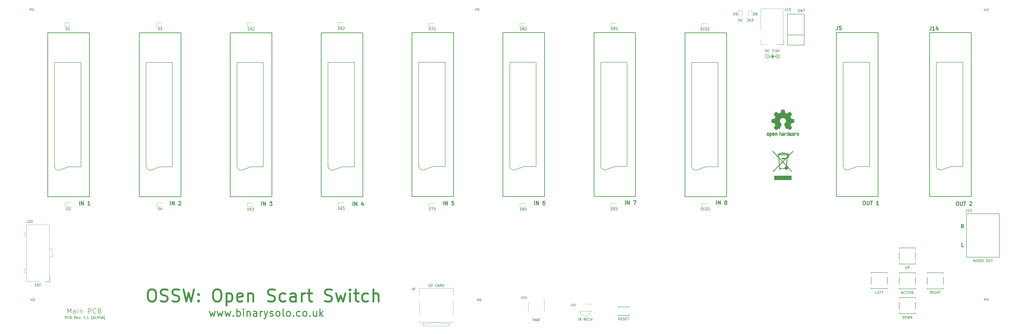
<source format=gbr>
G04 #@! TF.GenerationSoftware,KiCad,Pcbnew,5.1.6-c6e7f7d~87~ubuntu18.04.1*
G04 #@! TF.CreationDate,2020-10-17T10:37:56+01:00*
G04 #@! TF.ProjectId,ossw,6f737377-2e6b-4696-9361-645f70636258,1.1*
G04 #@! TF.SameCoordinates,Original*
G04 #@! TF.FileFunction,Legend,Top*
G04 #@! TF.FilePolarity,Positive*
%FSLAX46Y46*%
G04 Gerber Fmt 4.6, Leading zero omitted, Abs format (unit mm)*
G04 Created by KiCad (PCBNEW 5.1.6-c6e7f7d~87~ubuntu18.04.1) date 2020-10-17 10:37:56*
%MOMM*%
%LPD*%
G01*
G04 APERTURE LIST*
%ADD10C,0.300000*%
%ADD11C,0.800000*%
%ADD12C,0.200000*%
%ADD13C,0.400000*%
%ADD14C,0.150000*%
%ADD15C,0.120000*%
%ADD16C,0.010000*%
%ADD17C,0.250000*%
%ADD18C,0.304800*%
G04 APERTURE END LIST*
D10*
X484994685Y-219982171D02*
X484494685Y-219267885D01*
X484137542Y-219982171D02*
X484137542Y-218482171D01*
X484708971Y-218482171D01*
X484851828Y-218553600D01*
X484923257Y-218625028D01*
X484994685Y-218767885D01*
X484994685Y-218982171D01*
X484923257Y-219125028D01*
X484851828Y-219196457D01*
X484708971Y-219267885D01*
X484137542Y-219267885D01*
D11*
X152785171Y-244975404D02*
X153737552Y-244975404D01*
X154213742Y-245213500D01*
X154689933Y-245689690D01*
X154928028Y-246642071D01*
X154928028Y-248308738D01*
X154689933Y-249261119D01*
X154213742Y-249737309D01*
X153737552Y-249975404D01*
X152785171Y-249975404D01*
X152308980Y-249737309D01*
X151832790Y-249261119D01*
X151594695Y-248308738D01*
X151594695Y-246642071D01*
X151832790Y-245689690D01*
X152308980Y-245213500D01*
X152785171Y-244975404D01*
X156832790Y-249737309D02*
X157547076Y-249975404D01*
X158737552Y-249975404D01*
X159213742Y-249737309D01*
X159451838Y-249499214D01*
X159689933Y-249023023D01*
X159689933Y-248546833D01*
X159451838Y-248070642D01*
X159213742Y-247832547D01*
X158737552Y-247594452D01*
X157785171Y-247356357D01*
X157308980Y-247118261D01*
X157070885Y-246880166D01*
X156832790Y-246403976D01*
X156832790Y-245927785D01*
X157070885Y-245451595D01*
X157308980Y-245213500D01*
X157785171Y-244975404D01*
X158975647Y-244975404D01*
X159689933Y-245213500D01*
X161594695Y-249737309D02*
X162308980Y-249975404D01*
X163499457Y-249975404D01*
X163975647Y-249737309D01*
X164213742Y-249499214D01*
X164451838Y-249023023D01*
X164451838Y-248546833D01*
X164213742Y-248070642D01*
X163975647Y-247832547D01*
X163499457Y-247594452D01*
X162547076Y-247356357D01*
X162070885Y-247118261D01*
X161832790Y-246880166D01*
X161594695Y-246403976D01*
X161594695Y-245927785D01*
X161832790Y-245451595D01*
X162070885Y-245213500D01*
X162547076Y-244975404D01*
X163737552Y-244975404D01*
X164451838Y-245213500D01*
X166118504Y-244975404D02*
X167308980Y-249975404D01*
X168261361Y-246403976D01*
X169213742Y-249975404D01*
X170404219Y-244975404D01*
X172308980Y-249499214D02*
X172547076Y-249737309D01*
X172308980Y-249975404D01*
X172070885Y-249737309D01*
X172308980Y-249499214D01*
X172308980Y-249975404D01*
X172308980Y-246880166D02*
X172547076Y-247118261D01*
X172308980Y-247356357D01*
X172070885Y-247118261D01*
X172308980Y-246880166D01*
X172308980Y-247356357D01*
X179451838Y-244975404D02*
X180404219Y-244975404D01*
X180880409Y-245213500D01*
X181356599Y-245689690D01*
X181594695Y-246642071D01*
X181594695Y-248308738D01*
X181356599Y-249261119D01*
X180880409Y-249737309D01*
X180404219Y-249975404D01*
X179451838Y-249975404D01*
X178975647Y-249737309D01*
X178499457Y-249261119D01*
X178261361Y-248308738D01*
X178261361Y-246642071D01*
X178499457Y-245689690D01*
X178975647Y-245213500D01*
X179451838Y-244975404D01*
X183737552Y-246642071D02*
X183737552Y-251642071D01*
X183737552Y-246880166D02*
X184213742Y-246642071D01*
X185166123Y-246642071D01*
X185642314Y-246880166D01*
X185880409Y-247118261D01*
X186118504Y-247594452D01*
X186118504Y-249023023D01*
X185880409Y-249499214D01*
X185642314Y-249737309D01*
X185166123Y-249975404D01*
X184213742Y-249975404D01*
X183737552Y-249737309D01*
X190166123Y-249737309D02*
X189689933Y-249975404D01*
X188737552Y-249975404D01*
X188261361Y-249737309D01*
X188023266Y-249261119D01*
X188023266Y-247356357D01*
X188261361Y-246880166D01*
X188737552Y-246642071D01*
X189689933Y-246642071D01*
X190166123Y-246880166D01*
X190404219Y-247356357D01*
X190404219Y-247832547D01*
X188023266Y-248308738D01*
X192547076Y-246642071D02*
X192547076Y-249975404D01*
X192547076Y-247118261D02*
X192785171Y-246880166D01*
X193261361Y-246642071D01*
X193975647Y-246642071D01*
X194451838Y-246880166D01*
X194689933Y-247356357D01*
X194689933Y-249975404D01*
X200642314Y-249737309D02*
X201356599Y-249975404D01*
X202547076Y-249975404D01*
X203023266Y-249737309D01*
X203261361Y-249499214D01*
X203499457Y-249023023D01*
X203499457Y-248546833D01*
X203261361Y-248070642D01*
X203023266Y-247832547D01*
X202547076Y-247594452D01*
X201594695Y-247356357D01*
X201118504Y-247118261D01*
X200880409Y-246880166D01*
X200642314Y-246403976D01*
X200642314Y-245927785D01*
X200880409Y-245451595D01*
X201118504Y-245213500D01*
X201594695Y-244975404D01*
X202785171Y-244975404D01*
X203499457Y-245213500D01*
X207785171Y-249737309D02*
X207308980Y-249975404D01*
X206356599Y-249975404D01*
X205880409Y-249737309D01*
X205642314Y-249499214D01*
X205404219Y-249023023D01*
X205404219Y-247594452D01*
X205642314Y-247118261D01*
X205880409Y-246880166D01*
X206356599Y-246642071D01*
X207308980Y-246642071D01*
X207785171Y-246880166D01*
X212070885Y-249975404D02*
X212070885Y-247356357D01*
X211832790Y-246880166D01*
X211356599Y-246642071D01*
X210404219Y-246642071D01*
X209928028Y-246880166D01*
X212070885Y-249737309D02*
X211594695Y-249975404D01*
X210404219Y-249975404D01*
X209928028Y-249737309D01*
X209689933Y-249261119D01*
X209689933Y-248784928D01*
X209928028Y-248308738D01*
X210404219Y-248070642D01*
X211594695Y-248070642D01*
X212070885Y-247832547D01*
X214451838Y-249975404D02*
X214451838Y-246642071D01*
X214451838Y-247594452D02*
X214689933Y-247118261D01*
X214928028Y-246880166D01*
X215404219Y-246642071D01*
X215880409Y-246642071D01*
X216832790Y-246642071D02*
X218737552Y-246642071D01*
X217547076Y-244975404D02*
X217547076Y-249261119D01*
X217785171Y-249737309D01*
X218261361Y-249975404D01*
X218737552Y-249975404D01*
X223975647Y-249737309D02*
X224689933Y-249975404D01*
X225880409Y-249975404D01*
X226356599Y-249737309D01*
X226594695Y-249499214D01*
X226832790Y-249023023D01*
X226832790Y-248546833D01*
X226594695Y-248070642D01*
X226356599Y-247832547D01*
X225880409Y-247594452D01*
X224928028Y-247356357D01*
X224451838Y-247118261D01*
X224213742Y-246880166D01*
X223975647Y-246403976D01*
X223975647Y-245927785D01*
X224213742Y-245451595D01*
X224451838Y-245213500D01*
X224928028Y-244975404D01*
X226118504Y-244975404D01*
X226832790Y-245213500D01*
X228499457Y-246642071D02*
X229451838Y-249975404D01*
X230404219Y-247594452D01*
X231356599Y-249975404D01*
X232308980Y-246642071D01*
X234213742Y-249975404D02*
X234213742Y-246642071D01*
X234213742Y-244975404D02*
X233975647Y-245213500D01*
X234213742Y-245451595D01*
X234451838Y-245213500D01*
X234213742Y-244975404D01*
X234213742Y-245451595D01*
X235880409Y-246642071D02*
X237785171Y-246642071D01*
X236594695Y-244975404D02*
X236594695Y-249261119D01*
X236832790Y-249737309D01*
X237308980Y-249975404D01*
X237785171Y-249975404D01*
X241594695Y-249737309D02*
X241118504Y-249975404D01*
X240166123Y-249975404D01*
X239689933Y-249737309D01*
X239451838Y-249499214D01*
X239213742Y-249023023D01*
X239213742Y-247594452D01*
X239451838Y-247118261D01*
X239689933Y-246880166D01*
X240166123Y-246642071D01*
X241118504Y-246642071D01*
X241594695Y-246880166D01*
X243737552Y-249975404D02*
X243737552Y-244975404D01*
X245880409Y-249975404D02*
X245880409Y-247356357D01*
X245642314Y-246880166D01*
X245166123Y-246642071D01*
X244451838Y-246642071D01*
X243975647Y-246880166D01*
X243737552Y-247118261D01*
D10*
X484994685Y-227602171D02*
X484280400Y-227602171D01*
X484280400Y-226102171D01*
D12*
X117825261Y-257055880D02*
X117825261Y-256055880D01*
X118206214Y-256055880D01*
X118301452Y-256103500D01*
X118349071Y-256151119D01*
X118396690Y-256246357D01*
X118396690Y-256389214D01*
X118349071Y-256484452D01*
X118301452Y-256532071D01*
X118206214Y-256579690D01*
X117825261Y-256579690D01*
X119396690Y-256960642D02*
X119349071Y-257008261D01*
X119206214Y-257055880D01*
X119110976Y-257055880D01*
X118968119Y-257008261D01*
X118872880Y-256913023D01*
X118825261Y-256817785D01*
X118777642Y-256627309D01*
X118777642Y-256484452D01*
X118825261Y-256293976D01*
X118872880Y-256198738D01*
X118968119Y-256103500D01*
X119110976Y-256055880D01*
X119206214Y-256055880D01*
X119349071Y-256103500D01*
X119396690Y-256151119D01*
X120158595Y-256532071D02*
X120301452Y-256579690D01*
X120349071Y-256627309D01*
X120396690Y-256722547D01*
X120396690Y-256865404D01*
X120349071Y-256960642D01*
X120301452Y-257008261D01*
X120206214Y-257055880D01*
X119825261Y-257055880D01*
X119825261Y-256055880D01*
X120158595Y-256055880D01*
X120253833Y-256103500D01*
X120301452Y-256151119D01*
X120349071Y-256246357D01*
X120349071Y-256341595D01*
X120301452Y-256436833D01*
X120253833Y-256484452D01*
X120158595Y-256532071D01*
X119825261Y-256532071D01*
X122158595Y-257055880D02*
X121825261Y-256579690D01*
X121587166Y-257055880D02*
X121587166Y-256055880D01*
X121968119Y-256055880D01*
X122063357Y-256103500D01*
X122110976Y-256151119D01*
X122158595Y-256246357D01*
X122158595Y-256389214D01*
X122110976Y-256484452D01*
X122063357Y-256532071D01*
X121968119Y-256579690D01*
X121587166Y-256579690D01*
X122968119Y-257008261D02*
X122872880Y-257055880D01*
X122682404Y-257055880D01*
X122587166Y-257008261D01*
X122539547Y-256913023D01*
X122539547Y-256532071D01*
X122587166Y-256436833D01*
X122682404Y-256389214D01*
X122872880Y-256389214D01*
X122968119Y-256436833D01*
X123015738Y-256532071D01*
X123015738Y-256627309D01*
X122539547Y-256722547D01*
X123349071Y-256389214D02*
X123587166Y-257055880D01*
X123825261Y-256389214D01*
X124206214Y-256960642D02*
X124253833Y-257008261D01*
X124206214Y-257055880D01*
X124158595Y-257008261D01*
X124206214Y-256960642D01*
X124206214Y-257055880D01*
X124206214Y-256436833D02*
X124253833Y-256484452D01*
X124206214Y-256532071D01*
X124158595Y-256484452D01*
X124206214Y-256436833D01*
X124206214Y-256532071D01*
X125968119Y-257055880D02*
X125396690Y-257055880D01*
X125682404Y-257055880D02*
X125682404Y-256055880D01*
X125587166Y-256198738D01*
X125491928Y-256293976D01*
X125396690Y-256341595D01*
X126396690Y-256960642D02*
X126444309Y-257008261D01*
X126396690Y-257055880D01*
X126349071Y-257008261D01*
X126396690Y-256960642D01*
X126396690Y-257055880D01*
X127396690Y-257055880D02*
X126825261Y-257055880D01*
X127110976Y-257055880D02*
X127110976Y-256055880D01*
X127015738Y-256198738D01*
X126920500Y-256293976D01*
X126825261Y-256341595D01*
X128872880Y-257389214D02*
X128634785Y-257389214D01*
X128634785Y-255960642D01*
X128872880Y-255960642D01*
X129206214Y-256770166D02*
X129682404Y-256770166D01*
X129110976Y-257055880D02*
X129444309Y-256055880D01*
X129777642Y-257055880D01*
X130587166Y-257055880D02*
X130110976Y-257055880D01*
X130110976Y-256055880D01*
X130920500Y-257055880D02*
X130920500Y-256055880D01*
X131301452Y-256055880D01*
X131396690Y-256103500D01*
X131444309Y-256151119D01*
X131491928Y-256246357D01*
X131491928Y-256389214D01*
X131444309Y-256484452D01*
X131396690Y-256532071D01*
X131301452Y-256579690D01*
X130920500Y-256579690D01*
X131920500Y-257055880D02*
X131920500Y-256055880D01*
X131920500Y-256532071D02*
X132491928Y-256532071D01*
X132491928Y-257055880D02*
X132491928Y-256055880D01*
X132920500Y-256770166D02*
X133396690Y-256770166D01*
X132825261Y-257055880D02*
X133158595Y-256055880D01*
X133491928Y-257055880D01*
X133730023Y-257389214D02*
X133968119Y-257389214D01*
X133968119Y-255960642D01*
X133730023Y-255960642D01*
D13*
X176810714Y-254030242D02*
X177382142Y-256030242D01*
X177953571Y-254601671D01*
X178525000Y-256030242D01*
X179096428Y-254030242D01*
X179953571Y-254030242D02*
X180525000Y-256030242D01*
X181096428Y-254601671D01*
X181667857Y-256030242D01*
X182239285Y-254030242D01*
X183096428Y-254030242D02*
X183667857Y-256030242D01*
X184239285Y-254601671D01*
X184810714Y-256030242D01*
X185382142Y-254030242D01*
X186525000Y-255744528D02*
X186667857Y-255887385D01*
X186525000Y-256030242D01*
X186382142Y-255887385D01*
X186525000Y-255744528D01*
X186525000Y-256030242D01*
X187953571Y-256030242D02*
X187953571Y-253030242D01*
X187953571Y-254173100D02*
X188239285Y-254030242D01*
X188810714Y-254030242D01*
X189096428Y-254173100D01*
X189239285Y-254315957D01*
X189382142Y-254601671D01*
X189382142Y-255458814D01*
X189239285Y-255744528D01*
X189096428Y-255887385D01*
X188810714Y-256030242D01*
X188239285Y-256030242D01*
X187953571Y-255887385D01*
X190667857Y-256030242D02*
X190667857Y-254030242D01*
X190667857Y-253030242D02*
X190525000Y-253173100D01*
X190667857Y-253315957D01*
X190810714Y-253173100D01*
X190667857Y-253030242D01*
X190667857Y-253315957D01*
X192096428Y-254030242D02*
X192096428Y-256030242D01*
X192096428Y-254315957D02*
X192239285Y-254173100D01*
X192525000Y-254030242D01*
X192953571Y-254030242D01*
X193239285Y-254173100D01*
X193382142Y-254458814D01*
X193382142Y-256030242D01*
X196096428Y-256030242D02*
X196096428Y-254458814D01*
X195953571Y-254173100D01*
X195667857Y-254030242D01*
X195096428Y-254030242D01*
X194810714Y-254173100D01*
X196096428Y-255887385D02*
X195810714Y-256030242D01*
X195096428Y-256030242D01*
X194810714Y-255887385D01*
X194667857Y-255601671D01*
X194667857Y-255315957D01*
X194810714Y-255030242D01*
X195096428Y-254887385D01*
X195810714Y-254887385D01*
X196096428Y-254744528D01*
X197525000Y-256030242D02*
X197525000Y-254030242D01*
X197525000Y-254601671D02*
X197667857Y-254315957D01*
X197810714Y-254173100D01*
X198096428Y-254030242D01*
X198382142Y-254030242D01*
X199096428Y-254030242D02*
X199810714Y-256030242D01*
X200525000Y-254030242D02*
X199810714Y-256030242D01*
X199525000Y-256744528D01*
X199382142Y-256887385D01*
X199096428Y-257030242D01*
X201525000Y-255887385D02*
X201810714Y-256030242D01*
X202382142Y-256030242D01*
X202667857Y-255887385D01*
X202810714Y-255601671D01*
X202810714Y-255458814D01*
X202667857Y-255173100D01*
X202382142Y-255030242D01*
X201953571Y-255030242D01*
X201667857Y-254887385D01*
X201525000Y-254601671D01*
X201525000Y-254458814D01*
X201667857Y-254173100D01*
X201953571Y-254030242D01*
X202382142Y-254030242D01*
X202667857Y-254173100D01*
X204525000Y-256030242D02*
X204239285Y-255887385D01*
X204096428Y-255744528D01*
X203953571Y-255458814D01*
X203953571Y-254601671D01*
X204096428Y-254315957D01*
X204239285Y-254173100D01*
X204525000Y-254030242D01*
X204953571Y-254030242D01*
X205239285Y-254173100D01*
X205382142Y-254315957D01*
X205525000Y-254601671D01*
X205525000Y-255458814D01*
X205382142Y-255744528D01*
X205239285Y-255887385D01*
X204953571Y-256030242D01*
X204525000Y-256030242D01*
X207239285Y-256030242D02*
X206953571Y-255887385D01*
X206810714Y-255601671D01*
X206810714Y-253030242D01*
X208810714Y-256030242D02*
X208525000Y-255887385D01*
X208382142Y-255744528D01*
X208239285Y-255458814D01*
X208239285Y-254601671D01*
X208382142Y-254315957D01*
X208525000Y-254173100D01*
X208810714Y-254030242D01*
X209239285Y-254030242D01*
X209525000Y-254173100D01*
X209667857Y-254315957D01*
X209810714Y-254601671D01*
X209810714Y-255458814D01*
X209667857Y-255744528D01*
X209525000Y-255887385D01*
X209239285Y-256030242D01*
X208810714Y-256030242D01*
X211096428Y-255744528D02*
X211239285Y-255887385D01*
X211096428Y-256030242D01*
X210953571Y-255887385D01*
X211096428Y-255744528D01*
X211096428Y-256030242D01*
X213810714Y-255887385D02*
X213525000Y-256030242D01*
X212953571Y-256030242D01*
X212667857Y-255887385D01*
X212525000Y-255744528D01*
X212382142Y-255458814D01*
X212382142Y-254601671D01*
X212525000Y-254315957D01*
X212667857Y-254173100D01*
X212953571Y-254030242D01*
X213525000Y-254030242D01*
X213810714Y-254173100D01*
X215525000Y-256030242D02*
X215239285Y-255887385D01*
X215096428Y-255744528D01*
X214953571Y-255458814D01*
X214953571Y-254601671D01*
X215096428Y-254315957D01*
X215239285Y-254173100D01*
X215525000Y-254030242D01*
X215953571Y-254030242D01*
X216239285Y-254173100D01*
X216382142Y-254315957D01*
X216525000Y-254601671D01*
X216525000Y-255458814D01*
X216382142Y-255744528D01*
X216239285Y-255887385D01*
X215953571Y-256030242D01*
X215525000Y-256030242D01*
X217810714Y-255744528D02*
X217953571Y-255887385D01*
X217810714Y-256030242D01*
X217667857Y-255887385D01*
X217810714Y-255744528D01*
X217810714Y-256030242D01*
X220525000Y-254030242D02*
X220525000Y-256030242D01*
X219239285Y-254030242D02*
X219239285Y-255601671D01*
X219382142Y-255887385D01*
X219667857Y-256030242D01*
X220096428Y-256030242D01*
X220382142Y-255887385D01*
X220525000Y-255744528D01*
X221953571Y-256030242D02*
X221953571Y-253030242D01*
X222239285Y-254887385D02*
X223096428Y-256030242D01*
X223096428Y-254030242D02*
X221953571Y-255173100D01*
D12*
X118901414Y-254866661D02*
X118901414Y-252866661D01*
X119568080Y-254295233D01*
X120234747Y-252866661D01*
X120234747Y-254866661D01*
X122044271Y-254866661D02*
X122044271Y-253819042D01*
X121949033Y-253628566D01*
X121758557Y-253533328D01*
X121377604Y-253533328D01*
X121187128Y-253628566D01*
X122044271Y-254771423D02*
X121853795Y-254866661D01*
X121377604Y-254866661D01*
X121187128Y-254771423D01*
X121091890Y-254580947D01*
X121091890Y-254390471D01*
X121187128Y-254199995D01*
X121377604Y-254104757D01*
X121853795Y-254104757D01*
X122044271Y-254009519D01*
X122996652Y-254866661D02*
X122996652Y-253533328D01*
X122996652Y-252866661D02*
X122901414Y-252961900D01*
X122996652Y-253057138D01*
X123091890Y-252961900D01*
X122996652Y-252866661D01*
X122996652Y-253057138D01*
X123949033Y-253533328D02*
X123949033Y-254866661D01*
X123949033Y-253723804D02*
X124044271Y-253628566D01*
X124234747Y-253533328D01*
X124520461Y-253533328D01*
X124710938Y-253628566D01*
X124806176Y-253819042D01*
X124806176Y-254866661D01*
X127282366Y-254866661D02*
X127282366Y-252866661D01*
X128044271Y-252866661D01*
X128234747Y-252961900D01*
X128329985Y-253057138D01*
X128425223Y-253247614D01*
X128425223Y-253533328D01*
X128329985Y-253723804D01*
X128234747Y-253819042D01*
X128044271Y-253914280D01*
X127282366Y-253914280D01*
X130425223Y-254676185D02*
X130329985Y-254771423D01*
X130044271Y-254866661D01*
X129853795Y-254866661D01*
X129568080Y-254771423D01*
X129377604Y-254580947D01*
X129282366Y-254390471D01*
X129187128Y-254009519D01*
X129187128Y-253723804D01*
X129282366Y-253342852D01*
X129377604Y-253152376D01*
X129568080Y-252961900D01*
X129853795Y-252866661D01*
X130044271Y-252866661D01*
X130329985Y-252961900D01*
X130425223Y-253057138D01*
X131949033Y-253819042D02*
X132234747Y-253914280D01*
X132329985Y-254009519D01*
X132425223Y-254199995D01*
X132425223Y-254485709D01*
X132329985Y-254676185D01*
X132234747Y-254771423D01*
X132044271Y-254866661D01*
X131282366Y-254866661D01*
X131282366Y-252866661D01*
X131949033Y-252866661D01*
X132139509Y-252961900D01*
X132234747Y-253057138D01*
X132329985Y-253247614D01*
X132329985Y-253438090D01*
X132234747Y-253628566D01*
X132139509Y-253723804D01*
X131949033Y-253819042D01*
X131282366Y-253819042D01*
D14*
X499643400Y-226822000D02*
X499643400Y-231902000D01*
X486156000Y-231902000D02*
X499643400Y-231902000D01*
X486156000Y-214122000D02*
X486156000Y-231902000D01*
X499618000Y-214122000D02*
X486156000Y-214122000D01*
X499645200Y-226822000D02*
X499645200Y-214122000D01*
D15*
X111662200Y-242015000D02*
X111662200Y-239409800D01*
X109827860Y-242015000D02*
X111662200Y-242015000D01*
X101212600Y-221888400D02*
X101972600Y-221888400D01*
X101212600Y-223248400D02*
X101212600Y-221888400D01*
X101972600Y-223248400D02*
X101212600Y-223248400D01*
X101212600Y-236924400D02*
X101972600Y-236924400D01*
X101212600Y-238284400D02*
X101212600Y-236924400D01*
X101972600Y-238284400D02*
X101212600Y-238284400D01*
X112662200Y-228540000D02*
X111362200Y-228540000D01*
X112662200Y-231760000D02*
X112662200Y-228540000D01*
X111362200Y-231760000D02*
X112662200Y-231760000D01*
X101972600Y-218635800D02*
X109510502Y-218635800D01*
X101972600Y-241715000D02*
X101972600Y-218635800D01*
X107303898Y-241715000D02*
X101972600Y-241715000D01*
X111362200Y-218635800D02*
X109510502Y-218635800D01*
X111362200Y-241715000D02*
X111362200Y-218635800D01*
X109510502Y-241715000D02*
X111362200Y-241715000D01*
X264494000Y-259289200D02*
X263994000Y-259389200D01*
X265794000Y-258989200D02*
X264494000Y-259289200D01*
X267294000Y-258789200D02*
X265794000Y-258989200D01*
X268594000Y-258689200D02*
X267294000Y-258789200D01*
X270394000Y-258689200D02*
X268594000Y-258689200D01*
X271694000Y-258789200D02*
X270394000Y-258689200D01*
X272494000Y-258889200D02*
X271694000Y-258789200D01*
X274194000Y-259189200D02*
X272494000Y-258889200D01*
X274994000Y-259389200D02*
X274194000Y-259189200D01*
X274494000Y-259989200D02*
X264494000Y-259989200D01*
X274994000Y-258489200D02*
X274994000Y-259489200D01*
X263994000Y-258489200D02*
X263994000Y-259489200D01*
X276404000Y-258489200D02*
X262584000Y-258489200D01*
X262584000Y-244569200D02*
X276404000Y-244569200D01*
X262584000Y-247269200D02*
X262584000Y-244569200D01*
X262584000Y-258489200D02*
X262584000Y-258089200D01*
X262584000Y-255569200D02*
X262584000Y-249789200D01*
X276404000Y-247269200D02*
X276404000Y-244569200D01*
X276404000Y-255569200D02*
X276404000Y-249789200D01*
X276404000Y-258489200D02*
X276404000Y-258089200D01*
X274494000Y-259989200D02*
G75*
G03*
X274994000Y-259489200I0J500000D01*
G01*
X263994000Y-259489200D02*
G75*
G03*
X264494000Y-259989200I500000J0D01*
G01*
D14*
X407236785Y-149758400D02*
G75*
G03*
X407236785Y-149758400I-227185J0D01*
G01*
X407060400Y-149758400D02*
G75*
G03*
X407060400Y-149758400I-50800J0D01*
G01*
X407192762Y-149758400D02*
G75*
G03*
X407192762Y-149758400I-183162J0D01*
G01*
X409092400Y-150063200D02*
X409092400Y-149453600D01*
X408787600Y-149758400D02*
X409397200Y-149758400D01*
X404469600Y-149707600D02*
X405079200Y-149707600D01*
X406196800Y-149758400D02*
X405587200Y-149758400D01*
X407365200Y-149758400D02*
X408298879Y-149758400D01*
X407375924Y-149758400D02*
G75*
G03*
X407375924Y-149758400I-366324J0D01*
G01*
X405567921Y-149707600D02*
G75*
G03*
X405567921Y-149707600I-793521J0D01*
G01*
X409885921Y-149758400D02*
G75*
G03*
X409885921Y-149758400I-793521J0D01*
G01*
X407568400Y-150317200D02*
G75*
G02*
X407568400Y-149199600I-558800J558800D01*
G01*
D16*
G36*
X415331605Y-188446448D02*
G01*
X415330378Y-188618906D01*
X414435786Y-189527828D01*
X413541194Y-190436749D01*
X413539890Y-191270965D01*
X412995099Y-191270965D01*
X412981061Y-191376798D01*
X412975745Y-191425037D01*
X412966786Y-191515879D01*
X412954661Y-191643904D01*
X412939850Y-191803694D01*
X412922832Y-191989830D01*
X412904087Y-192196893D01*
X412884094Y-192419465D01*
X412863332Y-192652126D01*
X412842280Y-192889457D01*
X412821417Y-193126040D01*
X412801223Y-193356456D01*
X412782178Y-193575286D01*
X412764759Y-193777111D01*
X412749447Y-193956512D01*
X412736721Y-194108070D01*
X412727059Y-194226368D01*
X412720942Y-194305984D01*
X412718849Y-194341502D01*
X412718850Y-194341671D01*
X412734116Y-194370170D01*
X412779970Y-194429015D01*
X412857035Y-194518891D01*
X412965935Y-194640483D01*
X413107295Y-194794476D01*
X413281738Y-194981555D01*
X413489888Y-195202404D01*
X413732368Y-195457710D01*
X413800525Y-195529200D01*
X414881475Y-196662239D01*
X414794084Y-196749396D01*
X414706694Y-196836553D01*
X414565302Y-196682721D01*
X414513576Y-196627126D01*
X414432776Y-196541153D01*
X414328233Y-196430435D01*
X414205279Y-196300603D01*
X414069243Y-196157289D01*
X413925459Y-196006127D01*
X413839440Y-195915844D01*
X413677949Y-195746709D01*
X413547417Y-195611233D01*
X413444516Y-195506952D01*
X413365917Y-195431403D01*
X413308292Y-195382122D01*
X413268311Y-195356646D01*
X413242648Y-195352511D01*
X413227973Y-195367254D01*
X413220958Y-195398412D01*
X413218275Y-195443520D01*
X413217915Y-195455830D01*
X413199263Y-195540633D01*
X413153306Y-195643134D01*
X413089219Y-195747124D01*
X413016174Y-195836391D01*
X412986946Y-195863966D01*
X412836978Y-195960450D01*
X412661795Y-196014434D01*
X412506912Y-196027239D01*
X412331386Y-196003086D01*
X412169279Y-195932261D01*
X412025804Y-195817217D01*
X411999332Y-195788581D01*
X411902533Y-195678612D01*
X410227929Y-195678612D01*
X410227929Y-196027239D01*
X409779694Y-196027239D01*
X409779694Y-195864368D01*
X409774069Y-195753180D01*
X409755171Y-195676005D01*
X409732203Y-195634025D01*
X409715793Y-195603989D01*
X409701741Y-195560439D01*
X409689116Y-195496920D01*
X409676987Y-195406974D01*
X409664424Y-195284147D01*
X409650494Y-195121982D01*
X409640956Y-195001344D01*
X409597200Y-194436134D01*
X408523026Y-195524285D01*
X408328805Y-195721181D01*
X408142357Y-195910481D01*
X407967090Y-196088706D01*
X407806411Y-196252380D01*
X407663726Y-196398024D01*
X407542442Y-196522162D01*
X407445966Y-196621315D01*
X407377704Y-196692007D01*
X407341102Y-196730720D01*
X407280968Y-196792011D01*
X407230808Y-196834759D01*
X407203829Y-196849004D01*
X407169368Y-196832318D01*
X407119136Y-196790625D01*
X407102109Y-196773647D01*
X407029912Y-196698289D01*
X407427401Y-196294364D01*
X407528808Y-196191466D01*
X407659567Y-196059020D01*
X407813941Y-195902825D01*
X407986196Y-195728678D01*
X408170594Y-195542376D01*
X408361399Y-195349718D01*
X408552877Y-195156501D01*
X408690233Y-195017977D01*
X408899028Y-194806878D01*
X409074438Y-194628160D01*
X409218708Y-194479404D01*
X409334080Y-194358191D01*
X409422799Y-194262103D01*
X409466770Y-194211927D01*
X409819869Y-194211927D01*
X409864077Y-194777181D01*
X409877409Y-194942868D01*
X409890305Y-195094385D01*
X409902036Y-195223811D01*
X409911870Y-195323227D01*
X409919076Y-195384715D01*
X409921395Y-195398465D01*
X409934505Y-195454494D01*
X411814836Y-195454494D01*
X411827388Y-195298125D01*
X411865284Y-195113373D01*
X411944588Y-194949942D01*
X412060299Y-194813785D01*
X412207419Y-194710854D01*
X412372546Y-194649066D01*
X412426116Y-194620083D01*
X412452935Y-194557880D01*
X412453497Y-194555137D01*
X412456715Y-194528877D01*
X412452737Y-194501987D01*
X412437681Y-194469479D01*
X412407664Y-194426366D01*
X412358803Y-194367661D01*
X412287216Y-194288374D01*
X412189020Y-194183519D01*
X412060332Y-194048107D01*
X412052017Y-194039386D01*
X411913600Y-193894037D01*
X411766443Y-193739221D01*
X411620659Y-193585597D01*
X411486358Y-193443823D01*
X411373653Y-193324555D01*
X411348518Y-193297892D01*
X411252162Y-193197353D01*
X411166566Y-193111315D01*
X411097873Y-193045696D01*
X411052228Y-193006414D01*
X411036903Y-192997780D01*
X411014048Y-193015850D01*
X410960601Y-193065419D01*
X410880770Y-193142362D01*
X410778764Y-193242551D01*
X410658792Y-193361860D01*
X410525063Y-193496162D01*
X410415764Y-193606789D01*
X409819869Y-194211927D01*
X409466770Y-194211927D01*
X409487108Y-194188719D01*
X409529252Y-194135620D01*
X409551473Y-194100389D01*
X409556417Y-194084073D01*
X409554544Y-194048466D01*
X409548854Y-193967869D01*
X409539715Y-193846920D01*
X409527496Y-193690258D01*
X409512564Y-193502520D01*
X409495287Y-193288346D01*
X409476035Y-193052372D01*
X409455175Y-192799236D01*
X409438363Y-192596929D01*
X409343243Y-191456299D01*
X409588002Y-191456299D01*
X409589056Y-191480914D01*
X409594014Y-191550241D01*
X409602478Y-191659371D01*
X409614048Y-191803400D01*
X409628328Y-191977419D01*
X409644917Y-192176522D01*
X409663419Y-192395804D01*
X409681175Y-192603997D01*
X409701287Y-192840216D01*
X409720021Y-193063200D01*
X409736946Y-193267628D01*
X409751635Y-193448175D01*
X409763657Y-193599520D01*
X409772583Y-193716339D01*
X409777985Y-193793311D01*
X409779484Y-193823204D01*
X409781823Y-193841808D01*
X409791089Y-193849191D01*
X409810854Y-193842270D01*
X409844690Y-193817967D01*
X409896169Y-193773199D01*
X409968862Y-193704888D01*
X410066342Y-193609951D01*
X410192179Y-193485310D01*
X410325697Y-193352117D01*
X410871701Y-192806537D01*
X410867874Y-192802435D01*
X411228787Y-192802435D01*
X411245236Y-192824961D01*
X411291283Y-192878001D01*
X411362314Y-192956681D01*
X411453714Y-193056126D01*
X411560868Y-193171461D01*
X411679160Y-193297812D01*
X411803976Y-193430304D01*
X411930700Y-193564063D01*
X412054718Y-193694213D01*
X412171413Y-193815880D01*
X412276172Y-193924190D01*
X412364379Y-194014268D01*
X412431419Y-194081238D01*
X412472676Y-194120227D01*
X412483927Y-194128170D01*
X412487636Y-194102532D01*
X412495335Y-194031719D01*
X412506602Y-193920164D01*
X412521011Y-193772300D01*
X412538141Y-193592559D01*
X412557567Y-193385375D01*
X412578867Y-193155181D01*
X412601617Y-192906410D01*
X412619781Y-192705815D01*
X412643016Y-192445712D01*
X412664483Y-192200684D01*
X412683821Y-191975176D01*
X412700668Y-191773632D01*
X412714665Y-191600497D01*
X412725450Y-191460218D01*
X412732661Y-191357237D01*
X412735939Y-191296001D01*
X412735564Y-191280102D01*
X412715974Y-191294264D01*
X412666089Y-191339787D01*
X412590268Y-191412264D01*
X412492872Y-191507290D01*
X412378264Y-191620458D01*
X412250803Y-191747362D01*
X412114852Y-191883596D01*
X411974771Y-192024754D01*
X411834922Y-192166430D01*
X411699665Y-192304216D01*
X411573362Y-192433708D01*
X411460374Y-192550500D01*
X411365062Y-192650184D01*
X411291788Y-192728354D01*
X411244911Y-192780606D01*
X411228787Y-192802435D01*
X410867874Y-192802435D01*
X410668099Y-192588332D01*
X410564408Y-192477593D01*
X410448028Y-192353959D01*
X410323560Y-192222254D01*
X410195606Y-192087300D01*
X410068767Y-191953920D01*
X409947645Y-191826937D01*
X409836842Y-191711172D01*
X409740958Y-191611450D01*
X409664594Y-191532592D01*
X409612354Y-191479422D01*
X409588837Y-191456762D01*
X409588002Y-191456299D01*
X409343243Y-191456299D01*
X409319469Y-191171226D01*
X406940871Y-188669720D01*
X406942621Y-188320082D01*
X407134736Y-188525303D01*
X407242255Y-188639764D01*
X407369196Y-188774241D01*
X407512134Y-188925156D01*
X407667643Y-189088929D01*
X407832297Y-189261982D01*
X408002671Y-189440737D01*
X408175339Y-189621615D01*
X408346875Y-189801038D01*
X408513854Y-189975426D01*
X408672850Y-190141202D01*
X408820437Y-190294786D01*
X408953189Y-190432600D01*
X409067682Y-190551066D01*
X409160488Y-190646604D01*
X409228183Y-190715637D01*
X409267340Y-190754585D01*
X409275922Y-190762057D01*
X409276512Y-190736066D01*
X409273266Y-190669519D01*
X409266747Y-190571472D01*
X409257520Y-190450979D01*
X409253559Y-190402845D01*
X409224061Y-190050769D01*
X409455020Y-190050769D01*
X409466944Y-190106798D01*
X409473025Y-190151109D01*
X409481570Y-190234483D01*
X409491591Y-190346297D01*
X409502101Y-190475928D01*
X409505738Y-190523906D01*
X409516466Y-190661660D01*
X409527294Y-190789587D01*
X409537139Y-190895599D01*
X409544918Y-190967609D01*
X409546672Y-190980677D01*
X409553289Y-191007507D01*
X409567612Y-191038912D01*
X409592687Y-191078414D01*
X409631559Y-191129532D01*
X409687274Y-191195789D01*
X409762877Y-191280703D01*
X409861413Y-191387795D01*
X409985929Y-191520586D01*
X410139470Y-191682597D01*
X410296100Y-191846983D01*
X410451930Y-192009661D01*
X410597394Y-192160318D01*
X410728869Y-192295293D01*
X410842735Y-192410922D01*
X410935370Y-192503543D01*
X411003154Y-192569494D01*
X411042465Y-192605110D01*
X411050848Y-192610408D01*
X411072904Y-192591196D01*
X411124458Y-192541093D01*
X411200506Y-192465126D01*
X411296045Y-192368321D01*
X411406072Y-192255704D01*
X411485640Y-192173661D01*
X411901050Y-191744102D01*
X410676165Y-191744102D01*
X410676165Y-191270965D01*
X412170282Y-191270965D01*
X412170282Y-191481782D01*
X412444204Y-191208710D01*
X412638516Y-191015000D01*
X413016949Y-191015000D01*
X413020569Y-191045558D01*
X413038891Y-191062583D01*
X413083107Y-191070001D01*
X413164412Y-191071736D01*
X413178812Y-191071749D01*
X413340674Y-191071749D01*
X413340674Y-190637404D01*
X413178812Y-190797828D01*
X413087505Y-190895361D01*
X413032893Y-190970083D01*
X413016949Y-191015000D01*
X412638516Y-191015000D01*
X412718125Y-190935638D01*
X412718125Y-190692419D01*
X412718888Y-190580523D01*
X412722379Y-190509337D01*
X412730400Y-190469779D01*
X412744756Y-190452762D01*
X412766404Y-190449200D01*
X412790480Y-190443971D01*
X412808275Y-190423005D01*
X412821941Y-190378386D01*
X412833628Y-190302197D01*
X412845489Y-190186520D01*
X412849296Y-190144151D01*
X412857537Y-190050769D01*
X409455020Y-190050769D01*
X409224061Y-190050769D01*
X408908125Y-190050769D01*
X408908125Y-189826651D01*
X409042387Y-189826651D01*
X409120914Y-189824500D01*
X409163583Y-189814119D01*
X409168803Y-189807940D01*
X409443807Y-189807940D01*
X409458280Y-189822055D01*
X409508414Y-189826412D01*
X409542249Y-189826651D01*
X409655184Y-189826651D01*
X410076336Y-189826651D01*
X412877645Y-189826651D01*
X412782896Y-189729619D01*
X412635736Y-189609881D01*
X412453607Y-189517530D01*
X412233423Y-189451300D01*
X412014645Y-189414670D01*
X411871459Y-189397579D01*
X411871459Y-189577631D01*
X410725969Y-189577631D01*
X410725969Y-189373361D01*
X410557880Y-189390397D01*
X410440437Y-189404774D01*
X410315309Y-189423833D01*
X410240380Y-189437445D01*
X410090969Y-189467457D01*
X410083652Y-189647054D01*
X410076336Y-189826651D01*
X409655184Y-189826651D01*
X409655184Y-189727043D01*
X409651892Y-189664643D01*
X409643667Y-189629960D01*
X409640352Y-189627435D01*
X409603486Y-189643408D01*
X409549626Y-189682157D01*
X409495631Y-189729932D01*
X409458362Y-189772981D01*
X409455042Y-189778579D01*
X409443807Y-189807940D01*
X409168803Y-189807940D01*
X409184285Y-189789616D01*
X409192642Y-189762924D01*
X409226752Y-189693656D01*
X409292264Y-189610385D01*
X409377907Y-189524787D01*
X409472409Y-189448539D01*
X409534483Y-189408825D01*
X409605195Y-189365355D01*
X409641444Y-189328838D01*
X409654180Y-189285778D01*
X409655159Y-189260131D01*
X409655160Y-189253906D01*
X410925184Y-189253906D01*
X410925184Y-189378416D01*
X411672243Y-189378416D01*
X411672243Y-189253906D01*
X410925184Y-189253906D01*
X409655160Y-189253906D01*
X409655184Y-189179200D01*
X409864776Y-189179200D01*
X409961207Y-189181531D01*
X410036363Y-189187743D01*
X410078143Y-189196665D01*
X410082668Y-189200278D01*
X410109170Y-189205824D01*
X410173667Y-189203552D01*
X410265077Y-189194135D01*
X410327537Y-189185440D01*
X410440792Y-189168359D01*
X410544370Y-189152939D01*
X410622208Y-189141563D01*
X410645037Y-189138332D01*
X410704682Y-189119860D01*
X410725969Y-189090915D01*
X410732441Y-189079126D01*
X410755592Y-189070133D01*
X410801026Y-189063581D01*
X410874345Y-189059115D01*
X410981154Y-189056381D01*
X411127054Y-189055026D01*
X411298714Y-189054690D01*
X411481919Y-189054881D01*
X411621292Y-189055779D01*
X411722804Y-189057877D01*
X411792426Y-189061667D01*
X411836131Y-189067639D01*
X411859888Y-189076285D01*
X411869669Y-189088097D01*
X411871459Y-189101830D01*
X411886695Y-189145421D01*
X411936601Y-189170227D01*
X412027476Y-189179074D01*
X412043826Y-189179200D01*
X412197720Y-189195076D01*
X412372509Y-189238779D01*
X412552432Y-189304424D01*
X412721724Y-189386127D01*
X412864623Y-189478001D01*
X412883131Y-189492558D01*
X412943456Y-189539920D01*
X412979180Y-189558890D01*
X413004128Y-189552757D01*
X413029736Y-189527456D01*
X413105372Y-189477895D01*
X413203809Y-189458869D01*
X413309812Y-189468764D01*
X413408146Y-189505963D01*
X413483576Y-189568851D01*
X413489039Y-189576161D01*
X413545481Y-189693554D01*
X413555982Y-189815069D01*
X413521701Y-189930907D01*
X413443796Y-190031268D01*
X413434270Y-190039555D01*
X413378958Y-190078922D01*
X413322838Y-190096258D01*
X413243941Y-190097510D01*
X413224232Y-190096400D01*
X413147038Y-190093567D01*
X413107276Y-190100057D01*
X413092881Y-190119641D01*
X413091404Y-190137926D01*
X413088387Y-190190968D01*
X413080900Y-190270739D01*
X413075519Y-190318465D01*
X413067714Y-190394269D01*
X413070960Y-190433074D01*
X413089783Y-190447258D01*
X413123311Y-190449200D01*
X413143196Y-190442787D01*
X413175274Y-190422031D01*
X413221922Y-190384656D01*
X413285518Y-190328389D01*
X413368438Y-190250955D01*
X413473060Y-190150078D01*
X413601761Y-190023483D01*
X413756918Y-189868896D01*
X413940908Y-189684042D01*
X414156109Y-189466646D01*
X414259819Y-189361595D01*
X415332831Y-188273991D01*
X415331605Y-188446448D01*
G37*
X415331605Y-188446448D02*
X415330378Y-188618906D01*
X414435786Y-189527828D01*
X413541194Y-190436749D01*
X413539890Y-191270965D01*
X412995099Y-191270965D01*
X412981061Y-191376798D01*
X412975745Y-191425037D01*
X412966786Y-191515879D01*
X412954661Y-191643904D01*
X412939850Y-191803694D01*
X412922832Y-191989830D01*
X412904087Y-192196893D01*
X412884094Y-192419465D01*
X412863332Y-192652126D01*
X412842280Y-192889457D01*
X412821417Y-193126040D01*
X412801223Y-193356456D01*
X412782178Y-193575286D01*
X412764759Y-193777111D01*
X412749447Y-193956512D01*
X412736721Y-194108070D01*
X412727059Y-194226368D01*
X412720942Y-194305984D01*
X412718849Y-194341502D01*
X412718850Y-194341671D01*
X412734116Y-194370170D01*
X412779970Y-194429015D01*
X412857035Y-194518891D01*
X412965935Y-194640483D01*
X413107295Y-194794476D01*
X413281738Y-194981555D01*
X413489888Y-195202404D01*
X413732368Y-195457710D01*
X413800525Y-195529200D01*
X414881475Y-196662239D01*
X414794084Y-196749396D01*
X414706694Y-196836553D01*
X414565302Y-196682721D01*
X414513576Y-196627126D01*
X414432776Y-196541153D01*
X414328233Y-196430435D01*
X414205279Y-196300603D01*
X414069243Y-196157289D01*
X413925459Y-196006127D01*
X413839440Y-195915844D01*
X413677949Y-195746709D01*
X413547417Y-195611233D01*
X413444516Y-195506952D01*
X413365917Y-195431403D01*
X413308292Y-195382122D01*
X413268311Y-195356646D01*
X413242648Y-195352511D01*
X413227973Y-195367254D01*
X413220958Y-195398412D01*
X413218275Y-195443520D01*
X413217915Y-195455830D01*
X413199263Y-195540633D01*
X413153306Y-195643134D01*
X413089219Y-195747124D01*
X413016174Y-195836391D01*
X412986946Y-195863966D01*
X412836978Y-195960450D01*
X412661795Y-196014434D01*
X412506912Y-196027239D01*
X412331386Y-196003086D01*
X412169279Y-195932261D01*
X412025804Y-195817217D01*
X411999332Y-195788581D01*
X411902533Y-195678612D01*
X410227929Y-195678612D01*
X410227929Y-196027239D01*
X409779694Y-196027239D01*
X409779694Y-195864368D01*
X409774069Y-195753180D01*
X409755171Y-195676005D01*
X409732203Y-195634025D01*
X409715793Y-195603989D01*
X409701741Y-195560439D01*
X409689116Y-195496920D01*
X409676987Y-195406974D01*
X409664424Y-195284147D01*
X409650494Y-195121982D01*
X409640956Y-195001344D01*
X409597200Y-194436134D01*
X408523026Y-195524285D01*
X408328805Y-195721181D01*
X408142357Y-195910481D01*
X407967090Y-196088706D01*
X407806411Y-196252380D01*
X407663726Y-196398024D01*
X407542442Y-196522162D01*
X407445966Y-196621315D01*
X407377704Y-196692007D01*
X407341102Y-196730720D01*
X407280968Y-196792011D01*
X407230808Y-196834759D01*
X407203829Y-196849004D01*
X407169368Y-196832318D01*
X407119136Y-196790625D01*
X407102109Y-196773647D01*
X407029912Y-196698289D01*
X407427401Y-196294364D01*
X407528808Y-196191466D01*
X407659567Y-196059020D01*
X407813941Y-195902825D01*
X407986196Y-195728678D01*
X408170594Y-195542376D01*
X408361399Y-195349718D01*
X408552877Y-195156501D01*
X408690233Y-195017977D01*
X408899028Y-194806878D01*
X409074438Y-194628160D01*
X409218708Y-194479404D01*
X409334080Y-194358191D01*
X409422799Y-194262103D01*
X409466770Y-194211927D01*
X409819869Y-194211927D01*
X409864077Y-194777181D01*
X409877409Y-194942868D01*
X409890305Y-195094385D01*
X409902036Y-195223811D01*
X409911870Y-195323227D01*
X409919076Y-195384715D01*
X409921395Y-195398465D01*
X409934505Y-195454494D01*
X411814836Y-195454494D01*
X411827388Y-195298125D01*
X411865284Y-195113373D01*
X411944588Y-194949942D01*
X412060299Y-194813785D01*
X412207419Y-194710854D01*
X412372546Y-194649066D01*
X412426116Y-194620083D01*
X412452935Y-194557880D01*
X412453497Y-194555137D01*
X412456715Y-194528877D01*
X412452737Y-194501987D01*
X412437681Y-194469479D01*
X412407664Y-194426366D01*
X412358803Y-194367661D01*
X412287216Y-194288374D01*
X412189020Y-194183519D01*
X412060332Y-194048107D01*
X412052017Y-194039386D01*
X411913600Y-193894037D01*
X411766443Y-193739221D01*
X411620659Y-193585597D01*
X411486358Y-193443823D01*
X411373653Y-193324555D01*
X411348518Y-193297892D01*
X411252162Y-193197353D01*
X411166566Y-193111315D01*
X411097873Y-193045696D01*
X411052228Y-193006414D01*
X411036903Y-192997780D01*
X411014048Y-193015850D01*
X410960601Y-193065419D01*
X410880770Y-193142362D01*
X410778764Y-193242551D01*
X410658792Y-193361860D01*
X410525063Y-193496162D01*
X410415764Y-193606789D01*
X409819869Y-194211927D01*
X409466770Y-194211927D01*
X409487108Y-194188719D01*
X409529252Y-194135620D01*
X409551473Y-194100389D01*
X409556417Y-194084073D01*
X409554544Y-194048466D01*
X409548854Y-193967869D01*
X409539715Y-193846920D01*
X409527496Y-193690258D01*
X409512564Y-193502520D01*
X409495287Y-193288346D01*
X409476035Y-193052372D01*
X409455175Y-192799236D01*
X409438363Y-192596929D01*
X409343243Y-191456299D01*
X409588002Y-191456299D01*
X409589056Y-191480914D01*
X409594014Y-191550241D01*
X409602478Y-191659371D01*
X409614048Y-191803400D01*
X409628328Y-191977419D01*
X409644917Y-192176522D01*
X409663419Y-192395804D01*
X409681175Y-192603997D01*
X409701287Y-192840216D01*
X409720021Y-193063200D01*
X409736946Y-193267628D01*
X409751635Y-193448175D01*
X409763657Y-193599520D01*
X409772583Y-193716339D01*
X409777985Y-193793311D01*
X409779484Y-193823204D01*
X409781823Y-193841808D01*
X409791089Y-193849191D01*
X409810854Y-193842270D01*
X409844690Y-193817967D01*
X409896169Y-193773199D01*
X409968862Y-193704888D01*
X410066342Y-193609951D01*
X410192179Y-193485310D01*
X410325697Y-193352117D01*
X410871701Y-192806537D01*
X410867874Y-192802435D01*
X411228787Y-192802435D01*
X411245236Y-192824961D01*
X411291283Y-192878001D01*
X411362314Y-192956681D01*
X411453714Y-193056126D01*
X411560868Y-193171461D01*
X411679160Y-193297812D01*
X411803976Y-193430304D01*
X411930700Y-193564063D01*
X412054718Y-193694213D01*
X412171413Y-193815880D01*
X412276172Y-193924190D01*
X412364379Y-194014268D01*
X412431419Y-194081238D01*
X412472676Y-194120227D01*
X412483927Y-194128170D01*
X412487636Y-194102532D01*
X412495335Y-194031719D01*
X412506602Y-193920164D01*
X412521011Y-193772300D01*
X412538141Y-193592559D01*
X412557567Y-193385375D01*
X412578867Y-193155181D01*
X412601617Y-192906410D01*
X412619781Y-192705815D01*
X412643016Y-192445712D01*
X412664483Y-192200684D01*
X412683821Y-191975176D01*
X412700668Y-191773632D01*
X412714665Y-191600497D01*
X412725450Y-191460218D01*
X412732661Y-191357237D01*
X412735939Y-191296001D01*
X412735564Y-191280102D01*
X412715974Y-191294264D01*
X412666089Y-191339787D01*
X412590268Y-191412264D01*
X412492872Y-191507290D01*
X412378264Y-191620458D01*
X412250803Y-191747362D01*
X412114852Y-191883596D01*
X411974771Y-192024754D01*
X411834922Y-192166430D01*
X411699665Y-192304216D01*
X411573362Y-192433708D01*
X411460374Y-192550500D01*
X411365062Y-192650184D01*
X411291788Y-192728354D01*
X411244911Y-192780606D01*
X411228787Y-192802435D01*
X410867874Y-192802435D01*
X410668099Y-192588332D01*
X410564408Y-192477593D01*
X410448028Y-192353959D01*
X410323560Y-192222254D01*
X410195606Y-192087300D01*
X410068767Y-191953920D01*
X409947645Y-191826937D01*
X409836842Y-191711172D01*
X409740958Y-191611450D01*
X409664594Y-191532592D01*
X409612354Y-191479422D01*
X409588837Y-191456762D01*
X409588002Y-191456299D01*
X409343243Y-191456299D01*
X409319469Y-191171226D01*
X406940871Y-188669720D01*
X406942621Y-188320082D01*
X407134736Y-188525303D01*
X407242255Y-188639764D01*
X407369196Y-188774241D01*
X407512134Y-188925156D01*
X407667643Y-189088929D01*
X407832297Y-189261982D01*
X408002671Y-189440737D01*
X408175339Y-189621615D01*
X408346875Y-189801038D01*
X408513854Y-189975426D01*
X408672850Y-190141202D01*
X408820437Y-190294786D01*
X408953189Y-190432600D01*
X409067682Y-190551066D01*
X409160488Y-190646604D01*
X409228183Y-190715637D01*
X409267340Y-190754585D01*
X409275922Y-190762057D01*
X409276512Y-190736066D01*
X409273266Y-190669519D01*
X409266747Y-190571472D01*
X409257520Y-190450979D01*
X409253559Y-190402845D01*
X409224061Y-190050769D01*
X409455020Y-190050769D01*
X409466944Y-190106798D01*
X409473025Y-190151109D01*
X409481570Y-190234483D01*
X409491591Y-190346297D01*
X409502101Y-190475928D01*
X409505738Y-190523906D01*
X409516466Y-190661660D01*
X409527294Y-190789587D01*
X409537139Y-190895599D01*
X409544918Y-190967609D01*
X409546672Y-190980677D01*
X409553289Y-191007507D01*
X409567612Y-191038912D01*
X409592687Y-191078414D01*
X409631559Y-191129532D01*
X409687274Y-191195789D01*
X409762877Y-191280703D01*
X409861413Y-191387795D01*
X409985929Y-191520586D01*
X410139470Y-191682597D01*
X410296100Y-191846983D01*
X410451930Y-192009661D01*
X410597394Y-192160318D01*
X410728869Y-192295293D01*
X410842735Y-192410922D01*
X410935370Y-192503543D01*
X411003154Y-192569494D01*
X411042465Y-192605110D01*
X411050848Y-192610408D01*
X411072904Y-192591196D01*
X411124458Y-192541093D01*
X411200506Y-192465126D01*
X411296045Y-192368321D01*
X411406072Y-192255704D01*
X411485640Y-192173661D01*
X411901050Y-191744102D01*
X410676165Y-191744102D01*
X410676165Y-191270965D01*
X412170282Y-191270965D01*
X412170282Y-191481782D01*
X412444204Y-191208710D01*
X412638516Y-191015000D01*
X413016949Y-191015000D01*
X413020569Y-191045558D01*
X413038891Y-191062583D01*
X413083107Y-191070001D01*
X413164412Y-191071736D01*
X413178812Y-191071749D01*
X413340674Y-191071749D01*
X413340674Y-190637404D01*
X413178812Y-190797828D01*
X413087505Y-190895361D01*
X413032893Y-190970083D01*
X413016949Y-191015000D01*
X412638516Y-191015000D01*
X412718125Y-190935638D01*
X412718125Y-190692419D01*
X412718888Y-190580523D01*
X412722379Y-190509337D01*
X412730400Y-190469779D01*
X412744756Y-190452762D01*
X412766404Y-190449200D01*
X412790480Y-190443971D01*
X412808275Y-190423005D01*
X412821941Y-190378386D01*
X412833628Y-190302197D01*
X412845489Y-190186520D01*
X412849296Y-190144151D01*
X412857537Y-190050769D01*
X409455020Y-190050769D01*
X409224061Y-190050769D01*
X408908125Y-190050769D01*
X408908125Y-189826651D01*
X409042387Y-189826651D01*
X409120914Y-189824500D01*
X409163583Y-189814119D01*
X409168803Y-189807940D01*
X409443807Y-189807940D01*
X409458280Y-189822055D01*
X409508414Y-189826412D01*
X409542249Y-189826651D01*
X409655184Y-189826651D01*
X410076336Y-189826651D01*
X412877645Y-189826651D01*
X412782896Y-189729619D01*
X412635736Y-189609881D01*
X412453607Y-189517530D01*
X412233423Y-189451300D01*
X412014645Y-189414670D01*
X411871459Y-189397579D01*
X411871459Y-189577631D01*
X410725969Y-189577631D01*
X410725969Y-189373361D01*
X410557880Y-189390397D01*
X410440437Y-189404774D01*
X410315309Y-189423833D01*
X410240380Y-189437445D01*
X410090969Y-189467457D01*
X410083652Y-189647054D01*
X410076336Y-189826651D01*
X409655184Y-189826651D01*
X409655184Y-189727043D01*
X409651892Y-189664643D01*
X409643667Y-189629960D01*
X409640352Y-189627435D01*
X409603486Y-189643408D01*
X409549626Y-189682157D01*
X409495631Y-189729932D01*
X409458362Y-189772981D01*
X409455042Y-189778579D01*
X409443807Y-189807940D01*
X409168803Y-189807940D01*
X409184285Y-189789616D01*
X409192642Y-189762924D01*
X409226752Y-189693656D01*
X409292264Y-189610385D01*
X409377907Y-189524787D01*
X409472409Y-189448539D01*
X409534483Y-189408825D01*
X409605195Y-189365355D01*
X409641444Y-189328838D01*
X409654180Y-189285778D01*
X409655159Y-189260131D01*
X409655160Y-189253906D01*
X410925184Y-189253906D01*
X410925184Y-189378416D01*
X411672243Y-189378416D01*
X411672243Y-189253906D01*
X410925184Y-189253906D01*
X409655160Y-189253906D01*
X409655184Y-189179200D01*
X409864776Y-189179200D01*
X409961207Y-189181531D01*
X410036363Y-189187743D01*
X410078143Y-189196665D01*
X410082668Y-189200278D01*
X410109170Y-189205824D01*
X410173667Y-189203552D01*
X410265077Y-189194135D01*
X410327537Y-189185440D01*
X410440792Y-189168359D01*
X410544370Y-189152939D01*
X410622208Y-189141563D01*
X410645037Y-189138332D01*
X410704682Y-189119860D01*
X410725969Y-189090915D01*
X410732441Y-189079126D01*
X410755592Y-189070133D01*
X410801026Y-189063581D01*
X410874345Y-189059115D01*
X410981154Y-189056381D01*
X411127054Y-189055026D01*
X411298714Y-189054690D01*
X411481919Y-189054881D01*
X411621292Y-189055779D01*
X411722804Y-189057877D01*
X411792426Y-189061667D01*
X411836131Y-189067639D01*
X411859888Y-189076285D01*
X411869669Y-189088097D01*
X411871459Y-189101830D01*
X411886695Y-189145421D01*
X411936601Y-189170227D01*
X412027476Y-189179074D01*
X412043826Y-189179200D01*
X412197720Y-189195076D01*
X412372509Y-189238779D01*
X412552432Y-189304424D01*
X412721724Y-189386127D01*
X412864623Y-189478001D01*
X412883131Y-189492558D01*
X412943456Y-189539920D01*
X412979180Y-189558890D01*
X413004128Y-189552757D01*
X413029736Y-189527456D01*
X413105372Y-189477895D01*
X413203809Y-189458869D01*
X413309812Y-189468764D01*
X413408146Y-189505963D01*
X413483576Y-189568851D01*
X413489039Y-189576161D01*
X413545481Y-189693554D01*
X413555982Y-189815069D01*
X413521701Y-189930907D01*
X413443796Y-190031268D01*
X413434270Y-190039555D01*
X413378958Y-190078922D01*
X413322838Y-190096258D01*
X413243941Y-190097510D01*
X413224232Y-190096400D01*
X413147038Y-190093567D01*
X413107276Y-190100057D01*
X413092881Y-190119641D01*
X413091404Y-190137926D01*
X413088387Y-190190968D01*
X413080900Y-190270739D01*
X413075519Y-190318465D01*
X413067714Y-190394269D01*
X413070960Y-190433074D01*
X413089783Y-190447258D01*
X413123311Y-190449200D01*
X413143196Y-190442787D01*
X413175274Y-190422031D01*
X413221922Y-190384656D01*
X413285518Y-190328389D01*
X413368438Y-190250955D01*
X413473060Y-190150078D01*
X413601761Y-190023483D01*
X413756918Y-189868896D01*
X413940908Y-189684042D01*
X414156109Y-189466646D01*
X414259819Y-189361595D01*
X415332831Y-188273991D01*
X415331605Y-188446448D01*
G36*
X414585772Y-200235671D02*
G01*
X407613223Y-200235671D01*
X407613223Y-198517435D01*
X414585772Y-198517435D01*
X414585772Y-200235671D01*
G37*
X414585772Y-200235671D02*
X407613223Y-200235671D01*
X407613223Y-198517435D01*
X414585772Y-198517435D01*
X414585772Y-200235671D01*
G36*
X411333414Y-171490998D02*
G01*
X411491406Y-171491863D01*
X411605747Y-171494205D01*
X411683807Y-171498762D01*
X411732954Y-171506270D01*
X411760559Y-171517466D01*
X411773992Y-171533088D01*
X411780621Y-171553873D01*
X411781265Y-171556563D01*
X411791335Y-171605113D01*
X411809975Y-171700905D01*
X411835245Y-171833743D01*
X411865207Y-171993431D01*
X411897922Y-172169774D01*
X411899064Y-172175967D01*
X411931833Y-172348782D01*
X411962493Y-172501469D01*
X411989064Y-172624871D01*
X412009567Y-172709831D01*
X412022026Y-172747190D01*
X412022620Y-172747852D01*
X412059319Y-172766095D01*
X412134986Y-172796497D01*
X412233278Y-172832493D01*
X412233825Y-172832685D01*
X412357633Y-172879222D01*
X412503596Y-172938504D01*
X412641181Y-172998109D01*
X412647693Y-173001056D01*
X412871790Y-173102765D01*
X413368019Y-172763897D01*
X413520246Y-172660592D01*
X413658141Y-172568237D01*
X413773715Y-172492084D01*
X413858979Y-172437385D01*
X413905944Y-172409393D01*
X413910404Y-172407317D01*
X413944534Y-172416560D01*
X414008281Y-172461156D01*
X414104131Y-172543209D01*
X414234569Y-172664821D01*
X414367728Y-172794205D01*
X414496094Y-172921702D01*
X414610981Y-173038046D01*
X414705473Y-173136052D01*
X414772653Y-173208536D01*
X414805606Y-173248313D01*
X414806832Y-173250361D01*
X414810474Y-173277656D01*
X414796750Y-173322234D01*
X414762269Y-173390112D01*
X414703639Y-173487311D01*
X414617470Y-173619851D01*
X414502600Y-173790476D01*
X414400654Y-173940655D01*
X414309523Y-174075350D01*
X414234473Y-174186740D01*
X414180769Y-174267005D01*
X414153680Y-174308325D01*
X414151974Y-174311130D01*
X414155282Y-174350721D01*
X414180353Y-174427669D01*
X414222198Y-174527432D01*
X414237112Y-174559291D01*
X414302186Y-174701226D01*
X414371612Y-174862273D01*
X414428009Y-175001621D01*
X414468647Y-175105044D01*
X414500926Y-175183642D01*
X414519578Y-175224720D01*
X414521897Y-175227885D01*
X414556203Y-175233128D01*
X414637069Y-175247494D01*
X414753743Y-175268937D01*
X414895475Y-175295413D01*
X415051510Y-175324877D01*
X415211098Y-175355283D01*
X415363485Y-175384588D01*
X415497921Y-175410745D01*
X415603652Y-175431710D01*
X415669926Y-175445439D01*
X415686182Y-175449320D01*
X415702973Y-175458900D01*
X415715649Y-175480536D01*
X415724778Y-175521531D01*
X415730931Y-175589189D01*
X415734680Y-175690812D01*
X415736592Y-175833703D01*
X415737240Y-176025165D01*
X415737274Y-176103645D01*
X415737274Y-176741906D01*
X415583998Y-176772160D01*
X415498722Y-176788564D01*
X415371470Y-176812509D01*
X415217715Y-176841107D01*
X415052934Y-176871467D01*
X415007389Y-176879806D01*
X414855332Y-176909370D01*
X414722868Y-176938442D01*
X414621114Y-176964329D01*
X414561188Y-176984337D01*
X414551205Y-176990301D01*
X414526693Y-177032534D01*
X414491548Y-177114370D01*
X414452573Y-177219683D01*
X414444842Y-177242368D01*
X414393760Y-177383018D01*
X414330354Y-177541714D01*
X414268304Y-177684225D01*
X414267998Y-177684886D01*
X414164667Y-177908440D01*
X414844361Y-178908232D01*
X414408021Y-179345300D01*
X414276049Y-179475381D01*
X414155679Y-179590048D01*
X414053673Y-179683181D01*
X413976791Y-179748658D01*
X413931793Y-179780357D01*
X413925338Y-179782368D01*
X413887440Y-179766529D01*
X413810108Y-179722496D01*
X413701789Y-179655490D01*
X413570932Y-179570734D01*
X413429452Y-179475816D01*
X413285861Y-179378998D01*
X413157835Y-179294751D01*
X413053505Y-179228258D01*
X412981000Y-179184702D01*
X412948558Y-179169264D01*
X412908976Y-179182328D01*
X412833919Y-179216750D01*
X412738868Y-179265380D01*
X412728792Y-179270785D01*
X412600791Y-179334980D01*
X412513018Y-179366463D01*
X412458428Y-179366798D01*
X412429975Y-179337548D01*
X412429810Y-179337138D01*
X412415588Y-179302498D01*
X412381669Y-179220269D01*
X412330684Y-179096814D01*
X412265262Y-178938498D01*
X412188034Y-178751686D01*
X412101629Y-178542742D01*
X412017951Y-178340446D01*
X411925988Y-178117200D01*
X411841550Y-177910392D01*
X411767169Y-177726362D01*
X411705374Y-177571451D01*
X411658697Y-177451996D01*
X411629668Y-177374339D01*
X411620722Y-177345356D01*
X411643156Y-177312110D01*
X411701839Y-177259123D01*
X411780089Y-177200704D01*
X412002934Y-177015952D01*
X412177118Y-176804182D01*
X412300554Y-176569856D01*
X412371154Y-176317434D01*
X412386831Y-176051377D01*
X412375436Y-175928575D01*
X412313350Y-175673793D01*
X412206423Y-175448801D01*
X412061289Y-175255817D01*
X411884578Y-175097061D01*
X411682922Y-174974750D01*
X411462954Y-174891105D01*
X411231306Y-174848344D01*
X410994609Y-174848687D01*
X410759495Y-174894352D01*
X410532596Y-174987559D01*
X410320544Y-175130527D01*
X410232036Y-175211383D01*
X410062289Y-175419007D01*
X409944099Y-175645895D01*
X409876678Y-175885433D01*
X409859240Y-176131007D01*
X409890998Y-176376003D01*
X409971165Y-176613808D01*
X410098955Y-176837807D01*
X410273580Y-177041387D01*
X410468712Y-177200704D01*
X410549991Y-177261602D01*
X410607409Y-177314015D01*
X410628078Y-177345406D01*
X410617256Y-177379639D01*
X410586477Y-177461419D01*
X410538274Y-177584407D01*
X410475178Y-177742263D01*
X410399722Y-177928649D01*
X410314438Y-178137226D01*
X410230619Y-178340496D01*
X410138145Y-178563933D01*
X410052489Y-178770984D01*
X409976282Y-178955286D01*
X409912153Y-179110475D01*
X409862732Y-179230188D01*
X409830648Y-179308061D01*
X409818759Y-179337138D01*
X409790674Y-179366677D01*
X409736349Y-179366591D01*
X409648795Y-179335326D01*
X409521019Y-179271329D01*
X409520008Y-179270785D01*
X409423802Y-179221121D01*
X409346031Y-179184945D01*
X409302177Y-179169408D01*
X409300242Y-179169264D01*
X409267229Y-179185024D01*
X409194346Y-179228850D01*
X409089722Y-179295557D01*
X408961490Y-179379964D01*
X408819348Y-179475816D01*
X408674633Y-179572867D01*
X408544204Y-179657270D01*
X408436510Y-179723801D01*
X408359998Y-179767238D01*
X408323462Y-179782368D01*
X408289818Y-179762482D01*
X408222176Y-179706903D01*
X408127293Y-179621754D01*
X408011930Y-179513153D01*
X407882845Y-179387221D01*
X407840629Y-179345149D01*
X407404139Y-178907931D01*
X407736377Y-178420340D01*
X407837346Y-178270605D01*
X407925962Y-178136220D01*
X407997254Y-178024969D01*
X408046250Y-177944639D01*
X408067978Y-177903014D01*
X408068615Y-177900053D01*
X408057160Y-177860818D01*
X408026349Y-177781895D01*
X407981516Y-177676509D01*
X407950047Y-177605954D01*
X407891208Y-177470876D01*
X407835796Y-177334409D01*
X407792836Y-177219103D01*
X407781166Y-177183977D01*
X407748011Y-177090174D01*
X407715601Y-177017694D01*
X407697799Y-176990301D01*
X407658514Y-176973536D01*
X407572774Y-176949770D01*
X407451703Y-176921697D01*
X407306427Y-176892009D01*
X407241412Y-176879806D01*
X407076313Y-176849468D01*
X406917952Y-176820093D01*
X406781804Y-176794569D01*
X406683343Y-176775785D01*
X406664802Y-176772160D01*
X406511527Y-176741906D01*
X406511527Y-176103645D01*
X406511871Y-175893770D01*
X406513284Y-175734980D01*
X406516336Y-175619973D01*
X406521597Y-175541446D01*
X406529637Y-175492096D01*
X406541027Y-175464619D01*
X406556337Y-175451713D01*
X406562618Y-175449320D01*
X406600504Y-175440833D01*
X406684205Y-175423900D01*
X406802967Y-175400566D01*
X406946039Y-175372875D01*
X407102668Y-175342873D01*
X407262103Y-175312604D01*
X407413591Y-175284115D01*
X407546381Y-175259449D01*
X407649719Y-175240651D01*
X407712855Y-175229767D01*
X407726903Y-175227885D01*
X407739630Y-175202704D01*
X407767800Y-175135622D01*
X407806148Y-175039333D01*
X407820791Y-175001621D01*
X407879852Y-174855921D01*
X407949400Y-174694951D01*
X408011688Y-174559291D01*
X408057521Y-174455561D01*
X408088013Y-174370326D01*
X408098192Y-174318126D01*
X408096569Y-174311130D01*
X408075057Y-174278102D01*
X408025935Y-174204643D01*
X407954477Y-174098577D01*
X407865955Y-173967726D01*
X407765641Y-173819912D01*
X407745806Y-173790734D01*
X407629412Y-173617863D01*
X407543852Y-173486226D01*
X407485716Y-173389761D01*
X407451592Y-173322408D01*
X407438069Y-173278106D01*
X407441736Y-173250794D01*
X407441830Y-173250620D01*
X407470693Y-173214746D01*
X407534533Y-173145391D01*
X407626431Y-173049745D01*
X407739467Y-172934999D01*
X407866721Y-172808341D01*
X407881072Y-172794205D01*
X408041443Y-172638903D01*
X408165205Y-172524870D01*
X408254845Y-172450002D01*
X408312848Y-172412196D01*
X408338396Y-172407317D01*
X408375682Y-172428603D01*
X408453057Y-172477773D01*
X408562533Y-172549575D01*
X408696120Y-172638755D01*
X408845830Y-172740063D01*
X408880782Y-172763897D01*
X409377010Y-173102765D01*
X409601107Y-173001056D01*
X409737389Y-172941783D01*
X409883676Y-172882170D01*
X410009435Y-172834640D01*
X410014975Y-172832685D01*
X410113343Y-172796677D01*
X410189171Y-172766229D01*
X410226118Y-172747905D01*
X410226180Y-172747852D01*
X410237904Y-172714729D01*
X410257832Y-172633267D01*
X410283987Y-172512625D01*
X410314390Y-172361959D01*
X410347063Y-172190428D01*
X410349736Y-172175967D01*
X410382510Y-171999235D01*
X410412598Y-171838810D01*
X410438061Y-171704888D01*
X410456959Y-171607663D01*
X410467353Y-171557332D01*
X410467535Y-171556563D01*
X410473861Y-171535153D01*
X410486161Y-171518988D01*
X410511806Y-171507331D01*
X410558165Y-171499445D01*
X410632608Y-171494593D01*
X410742505Y-171492039D01*
X410895225Y-171491045D01*
X411098138Y-171490874D01*
X411124400Y-171490874D01*
X411333414Y-171490998D01*
G37*
X411333414Y-171490998D02*
X411491406Y-171491863D01*
X411605747Y-171494205D01*
X411683807Y-171498762D01*
X411732954Y-171506270D01*
X411760559Y-171517466D01*
X411773992Y-171533088D01*
X411780621Y-171553873D01*
X411781265Y-171556563D01*
X411791335Y-171605113D01*
X411809975Y-171700905D01*
X411835245Y-171833743D01*
X411865207Y-171993431D01*
X411897922Y-172169774D01*
X411899064Y-172175967D01*
X411931833Y-172348782D01*
X411962493Y-172501469D01*
X411989064Y-172624871D01*
X412009567Y-172709831D01*
X412022026Y-172747190D01*
X412022620Y-172747852D01*
X412059319Y-172766095D01*
X412134986Y-172796497D01*
X412233278Y-172832493D01*
X412233825Y-172832685D01*
X412357633Y-172879222D01*
X412503596Y-172938504D01*
X412641181Y-172998109D01*
X412647693Y-173001056D01*
X412871790Y-173102765D01*
X413368019Y-172763897D01*
X413520246Y-172660592D01*
X413658141Y-172568237D01*
X413773715Y-172492084D01*
X413858979Y-172437385D01*
X413905944Y-172409393D01*
X413910404Y-172407317D01*
X413944534Y-172416560D01*
X414008281Y-172461156D01*
X414104131Y-172543209D01*
X414234569Y-172664821D01*
X414367728Y-172794205D01*
X414496094Y-172921702D01*
X414610981Y-173038046D01*
X414705473Y-173136052D01*
X414772653Y-173208536D01*
X414805606Y-173248313D01*
X414806832Y-173250361D01*
X414810474Y-173277656D01*
X414796750Y-173322234D01*
X414762269Y-173390112D01*
X414703639Y-173487311D01*
X414617470Y-173619851D01*
X414502600Y-173790476D01*
X414400654Y-173940655D01*
X414309523Y-174075350D01*
X414234473Y-174186740D01*
X414180769Y-174267005D01*
X414153680Y-174308325D01*
X414151974Y-174311130D01*
X414155282Y-174350721D01*
X414180353Y-174427669D01*
X414222198Y-174527432D01*
X414237112Y-174559291D01*
X414302186Y-174701226D01*
X414371612Y-174862273D01*
X414428009Y-175001621D01*
X414468647Y-175105044D01*
X414500926Y-175183642D01*
X414519578Y-175224720D01*
X414521897Y-175227885D01*
X414556203Y-175233128D01*
X414637069Y-175247494D01*
X414753743Y-175268937D01*
X414895475Y-175295413D01*
X415051510Y-175324877D01*
X415211098Y-175355283D01*
X415363485Y-175384588D01*
X415497921Y-175410745D01*
X415603652Y-175431710D01*
X415669926Y-175445439D01*
X415686182Y-175449320D01*
X415702973Y-175458900D01*
X415715649Y-175480536D01*
X415724778Y-175521531D01*
X415730931Y-175589189D01*
X415734680Y-175690812D01*
X415736592Y-175833703D01*
X415737240Y-176025165D01*
X415737274Y-176103645D01*
X415737274Y-176741906D01*
X415583998Y-176772160D01*
X415498722Y-176788564D01*
X415371470Y-176812509D01*
X415217715Y-176841107D01*
X415052934Y-176871467D01*
X415007389Y-176879806D01*
X414855332Y-176909370D01*
X414722868Y-176938442D01*
X414621114Y-176964329D01*
X414561188Y-176984337D01*
X414551205Y-176990301D01*
X414526693Y-177032534D01*
X414491548Y-177114370D01*
X414452573Y-177219683D01*
X414444842Y-177242368D01*
X414393760Y-177383018D01*
X414330354Y-177541714D01*
X414268304Y-177684225D01*
X414267998Y-177684886D01*
X414164667Y-177908440D01*
X414844361Y-178908232D01*
X414408021Y-179345300D01*
X414276049Y-179475381D01*
X414155679Y-179590048D01*
X414053673Y-179683181D01*
X413976791Y-179748658D01*
X413931793Y-179780357D01*
X413925338Y-179782368D01*
X413887440Y-179766529D01*
X413810108Y-179722496D01*
X413701789Y-179655490D01*
X413570932Y-179570734D01*
X413429452Y-179475816D01*
X413285861Y-179378998D01*
X413157835Y-179294751D01*
X413053505Y-179228258D01*
X412981000Y-179184702D01*
X412948558Y-179169264D01*
X412908976Y-179182328D01*
X412833919Y-179216750D01*
X412738868Y-179265380D01*
X412728792Y-179270785D01*
X412600791Y-179334980D01*
X412513018Y-179366463D01*
X412458428Y-179366798D01*
X412429975Y-179337548D01*
X412429810Y-179337138D01*
X412415588Y-179302498D01*
X412381669Y-179220269D01*
X412330684Y-179096814D01*
X412265262Y-178938498D01*
X412188034Y-178751686D01*
X412101629Y-178542742D01*
X412017951Y-178340446D01*
X411925988Y-178117200D01*
X411841550Y-177910392D01*
X411767169Y-177726362D01*
X411705374Y-177571451D01*
X411658697Y-177451996D01*
X411629668Y-177374339D01*
X411620722Y-177345356D01*
X411643156Y-177312110D01*
X411701839Y-177259123D01*
X411780089Y-177200704D01*
X412002934Y-177015952D01*
X412177118Y-176804182D01*
X412300554Y-176569856D01*
X412371154Y-176317434D01*
X412386831Y-176051377D01*
X412375436Y-175928575D01*
X412313350Y-175673793D01*
X412206423Y-175448801D01*
X412061289Y-175255817D01*
X411884578Y-175097061D01*
X411682922Y-174974750D01*
X411462954Y-174891105D01*
X411231306Y-174848344D01*
X410994609Y-174848687D01*
X410759495Y-174894352D01*
X410532596Y-174987559D01*
X410320544Y-175130527D01*
X410232036Y-175211383D01*
X410062289Y-175419007D01*
X409944099Y-175645895D01*
X409876678Y-175885433D01*
X409859240Y-176131007D01*
X409890998Y-176376003D01*
X409971165Y-176613808D01*
X410098955Y-176837807D01*
X410273580Y-177041387D01*
X410468712Y-177200704D01*
X410549991Y-177261602D01*
X410607409Y-177314015D01*
X410628078Y-177345406D01*
X410617256Y-177379639D01*
X410586477Y-177461419D01*
X410538274Y-177584407D01*
X410475178Y-177742263D01*
X410399722Y-177928649D01*
X410314438Y-178137226D01*
X410230619Y-178340496D01*
X410138145Y-178563933D01*
X410052489Y-178770984D01*
X409976282Y-178955286D01*
X409912153Y-179110475D01*
X409862732Y-179230188D01*
X409830648Y-179308061D01*
X409818759Y-179337138D01*
X409790674Y-179366677D01*
X409736349Y-179366591D01*
X409648795Y-179335326D01*
X409521019Y-179271329D01*
X409520008Y-179270785D01*
X409423802Y-179221121D01*
X409346031Y-179184945D01*
X409302177Y-179169408D01*
X409300242Y-179169264D01*
X409267229Y-179185024D01*
X409194346Y-179228850D01*
X409089722Y-179295557D01*
X408961490Y-179379964D01*
X408819348Y-179475816D01*
X408674633Y-179572867D01*
X408544204Y-179657270D01*
X408436510Y-179723801D01*
X408359998Y-179767238D01*
X408323462Y-179782368D01*
X408289818Y-179762482D01*
X408222176Y-179706903D01*
X408127293Y-179621754D01*
X408011930Y-179513153D01*
X407882845Y-179387221D01*
X407840629Y-179345149D01*
X407404139Y-178907931D01*
X407736377Y-178420340D01*
X407837346Y-178270605D01*
X407925962Y-178136220D01*
X407997254Y-178024969D01*
X408046250Y-177944639D01*
X408067978Y-177903014D01*
X408068615Y-177900053D01*
X408057160Y-177860818D01*
X408026349Y-177781895D01*
X407981516Y-177676509D01*
X407950047Y-177605954D01*
X407891208Y-177470876D01*
X407835796Y-177334409D01*
X407792836Y-177219103D01*
X407781166Y-177183977D01*
X407748011Y-177090174D01*
X407715601Y-177017694D01*
X407697799Y-176990301D01*
X407658514Y-176973536D01*
X407572774Y-176949770D01*
X407451703Y-176921697D01*
X407306427Y-176892009D01*
X407241412Y-176879806D01*
X407076313Y-176849468D01*
X406917952Y-176820093D01*
X406781804Y-176794569D01*
X406683343Y-176775785D01*
X406664802Y-176772160D01*
X406511527Y-176741906D01*
X406511527Y-176103645D01*
X406511871Y-175893770D01*
X406513284Y-175734980D01*
X406516336Y-175619973D01*
X406521597Y-175541446D01*
X406529637Y-175492096D01*
X406541027Y-175464619D01*
X406556337Y-175451713D01*
X406562618Y-175449320D01*
X406600504Y-175440833D01*
X406684205Y-175423900D01*
X406802967Y-175400566D01*
X406946039Y-175372875D01*
X407102668Y-175342873D01*
X407262103Y-175312604D01*
X407413591Y-175284115D01*
X407546381Y-175259449D01*
X407649719Y-175240651D01*
X407712855Y-175229767D01*
X407726903Y-175227885D01*
X407739630Y-175202704D01*
X407767800Y-175135622D01*
X407806148Y-175039333D01*
X407820791Y-175001621D01*
X407879852Y-174855921D01*
X407949400Y-174694951D01*
X408011688Y-174559291D01*
X408057521Y-174455561D01*
X408088013Y-174370326D01*
X408098192Y-174318126D01*
X408096569Y-174311130D01*
X408075057Y-174278102D01*
X408025935Y-174204643D01*
X407954477Y-174098577D01*
X407865955Y-173967726D01*
X407765641Y-173819912D01*
X407745806Y-173790734D01*
X407629412Y-173617863D01*
X407543852Y-173486226D01*
X407485716Y-173389761D01*
X407451592Y-173322408D01*
X407438069Y-173278106D01*
X407441736Y-173250794D01*
X407441830Y-173250620D01*
X407470693Y-173214746D01*
X407534533Y-173145391D01*
X407626431Y-173049745D01*
X407739467Y-172934999D01*
X407866721Y-172808341D01*
X407881072Y-172794205D01*
X408041443Y-172638903D01*
X408165205Y-172524870D01*
X408254845Y-172450002D01*
X408312848Y-172412196D01*
X408338396Y-172407317D01*
X408375682Y-172428603D01*
X408453057Y-172477773D01*
X408562533Y-172549575D01*
X408696120Y-172638755D01*
X408845830Y-172740063D01*
X408880782Y-172763897D01*
X409377010Y-173102765D01*
X409601107Y-173001056D01*
X409737389Y-172941783D01*
X409883676Y-172882170D01*
X410009435Y-172834640D01*
X410014975Y-172832685D01*
X410113343Y-172796677D01*
X410189171Y-172766229D01*
X410226118Y-172747905D01*
X410226180Y-172747852D01*
X410237904Y-172714729D01*
X410257832Y-172633267D01*
X410283987Y-172512625D01*
X410314390Y-172361959D01*
X410347063Y-172190428D01*
X410349736Y-172175967D01*
X410382510Y-171999235D01*
X410412598Y-171838810D01*
X410438061Y-171704888D01*
X410456959Y-171607663D01*
X410467353Y-171557332D01*
X410467535Y-171556563D01*
X410473861Y-171535153D01*
X410486161Y-171518988D01*
X410511806Y-171507331D01*
X410558165Y-171499445D01*
X410632608Y-171494593D01*
X410742505Y-171492039D01*
X410895225Y-171491045D01*
X411098138Y-171490874D01*
X411124400Y-171490874D01*
X411333414Y-171490998D01*
G36*
X417467839Y-180994540D02*
G01*
X417583350Y-181070034D01*
X417639064Y-181137617D01*
X417683204Y-181260255D01*
X417686709Y-181357298D01*
X417678768Y-181487056D01*
X417379515Y-181618039D01*
X417234011Y-181684958D01*
X417138937Y-181738790D01*
X417089501Y-181785416D01*
X417080911Y-181830720D01*
X417108372Y-181880582D01*
X417138653Y-181913632D01*
X417226763Y-181966633D01*
X417322596Y-181970347D01*
X417410612Y-181929041D01*
X417475269Y-181846983D01*
X417486833Y-181818008D01*
X417542225Y-181727509D01*
X417605953Y-181688940D01*
X417693366Y-181655946D01*
X417693366Y-181781034D01*
X417685638Y-181866156D01*
X417655366Y-181937938D01*
X417591918Y-182020356D01*
X417582488Y-182031066D01*
X417511913Y-182104391D01*
X417451247Y-182143742D01*
X417375350Y-182161845D01*
X417312430Y-182167774D01*
X417199887Y-182169251D01*
X417119770Y-182150535D01*
X417069790Y-182122747D01*
X416991238Y-182061641D01*
X416936863Y-181995554D01*
X416902452Y-181912441D01*
X416883788Y-181800254D01*
X416876656Y-181646946D01*
X416876087Y-181569136D01*
X416878022Y-181475853D01*
X417054299Y-181475853D01*
X417056344Y-181525896D01*
X417061439Y-181534092D01*
X417095066Y-181522958D01*
X417167430Y-181493493D01*
X417264147Y-181451601D01*
X417284373Y-181442597D01*
X417406603Y-181380442D01*
X417473947Y-181325815D01*
X417488748Y-181274649D01*
X417453347Y-181222876D01*
X417424111Y-181200000D01*
X417318616Y-181154250D01*
X417219876Y-181161808D01*
X417137212Y-181217651D01*
X417079948Y-181316753D01*
X417061588Y-181395414D01*
X417054299Y-181475853D01*
X416878022Y-181475853D01*
X416879859Y-181387351D01*
X416893759Y-181252853D01*
X416921294Y-181154916D01*
X416965972Y-181082811D01*
X417031301Y-181025813D01*
X417059783Y-181007393D01*
X417189163Y-180959422D01*
X417330812Y-180956403D01*
X417467839Y-180994540D01*
G37*
X417467839Y-180994540D02*
X417583350Y-181070034D01*
X417639064Y-181137617D01*
X417683204Y-181260255D01*
X417686709Y-181357298D01*
X417678768Y-181487056D01*
X417379515Y-181618039D01*
X417234011Y-181684958D01*
X417138937Y-181738790D01*
X417089501Y-181785416D01*
X417080911Y-181830720D01*
X417108372Y-181880582D01*
X417138653Y-181913632D01*
X417226763Y-181966633D01*
X417322596Y-181970347D01*
X417410612Y-181929041D01*
X417475269Y-181846983D01*
X417486833Y-181818008D01*
X417542225Y-181727509D01*
X417605953Y-181688940D01*
X417693366Y-181655946D01*
X417693366Y-181781034D01*
X417685638Y-181866156D01*
X417655366Y-181937938D01*
X417591918Y-182020356D01*
X417582488Y-182031066D01*
X417511913Y-182104391D01*
X417451247Y-182143742D01*
X417375350Y-182161845D01*
X417312430Y-182167774D01*
X417199887Y-182169251D01*
X417119770Y-182150535D01*
X417069790Y-182122747D01*
X416991238Y-182061641D01*
X416936863Y-181995554D01*
X416902452Y-181912441D01*
X416883788Y-181800254D01*
X416876656Y-181646946D01*
X416876087Y-181569136D01*
X416878022Y-181475853D01*
X417054299Y-181475853D01*
X417056344Y-181525896D01*
X417061439Y-181534092D01*
X417095066Y-181522958D01*
X417167430Y-181493493D01*
X417264147Y-181451601D01*
X417284373Y-181442597D01*
X417406603Y-181380442D01*
X417473947Y-181325815D01*
X417488748Y-181274649D01*
X417453347Y-181222876D01*
X417424111Y-181200000D01*
X417318616Y-181154250D01*
X417219876Y-181161808D01*
X417137212Y-181217651D01*
X417079948Y-181316753D01*
X417061588Y-181395414D01*
X417054299Y-181475853D01*
X416878022Y-181475853D01*
X416879859Y-181387351D01*
X416893759Y-181252853D01*
X416921294Y-181154916D01*
X416965972Y-181082811D01*
X417031301Y-181025813D01*
X417059783Y-181007393D01*
X417189163Y-180959422D01*
X417330812Y-180956403D01*
X417467839Y-180994540D01*
G36*
X416460090Y-180978018D02*
G01*
X416494985Y-180993269D01*
X416578277Y-181059235D01*
X416649503Y-181154618D01*
X416693553Y-181256406D01*
X416700722Y-181306587D01*
X416676685Y-181376647D01*
X416623961Y-181413717D01*
X416567431Y-181436164D01*
X416541546Y-181440300D01*
X416528942Y-181410283D01*
X416504054Y-181344961D01*
X416493135Y-181315445D01*
X416431908Y-181213348D01*
X416343261Y-181162423D01*
X416229593Y-181163989D01*
X416221174Y-181165994D01*
X416160488Y-181194767D01*
X416115874Y-181250859D01*
X416085402Y-181341163D01*
X416067144Y-181472571D01*
X416059171Y-181651974D01*
X416058423Y-181747433D01*
X416058052Y-181897913D01*
X416055623Y-182000495D01*
X416049160Y-182065672D01*
X416036688Y-182103938D01*
X416016233Y-182125785D01*
X415985819Y-182141707D01*
X415984061Y-182142509D01*
X415925491Y-182167272D01*
X415896475Y-182176391D01*
X415892016Y-182148822D01*
X415888199Y-182072620D01*
X415885299Y-181957541D01*
X415883591Y-181813341D01*
X415883251Y-181707814D01*
X415884988Y-181503613D01*
X415891782Y-181348697D01*
X415906007Y-181234024D01*
X415930038Y-181150551D01*
X415966248Y-181089236D01*
X416017012Y-181041034D01*
X416067139Y-181007393D01*
X416187675Y-180962619D01*
X416327957Y-180952521D01*
X416460090Y-180978018D01*
G37*
X416460090Y-180978018D02*
X416494985Y-180993269D01*
X416578277Y-181059235D01*
X416649503Y-181154618D01*
X416693553Y-181256406D01*
X416700722Y-181306587D01*
X416676685Y-181376647D01*
X416623961Y-181413717D01*
X416567431Y-181436164D01*
X416541546Y-181440300D01*
X416528942Y-181410283D01*
X416504054Y-181344961D01*
X416493135Y-181315445D01*
X416431908Y-181213348D01*
X416343261Y-181162423D01*
X416229593Y-181163989D01*
X416221174Y-181165994D01*
X416160488Y-181194767D01*
X416115874Y-181250859D01*
X416085402Y-181341163D01*
X416067144Y-181472571D01*
X416059171Y-181651974D01*
X416058423Y-181747433D01*
X416058052Y-181897913D01*
X416055623Y-182000495D01*
X416049160Y-182065672D01*
X416036688Y-182103938D01*
X416016233Y-182125785D01*
X415985819Y-182141707D01*
X415984061Y-182142509D01*
X415925491Y-182167272D01*
X415896475Y-182176391D01*
X415892016Y-182148822D01*
X415888199Y-182072620D01*
X415885299Y-181957541D01*
X415883591Y-181813341D01*
X415883251Y-181707814D01*
X415884988Y-181503613D01*
X415891782Y-181348697D01*
X415906007Y-181234024D01*
X415930038Y-181150551D01*
X415966248Y-181089236D01*
X416017012Y-181041034D01*
X416067139Y-181007393D01*
X416187675Y-180962619D01*
X416327957Y-180952521D01*
X416460090Y-180978018D01*
G36*
X415438806Y-180973156D02*
G01*
X415522869Y-181011393D01*
X415588850Y-181057726D01*
X415637194Y-181109532D01*
X415670572Y-181176363D01*
X415691653Y-181267769D01*
X415703107Y-181393301D01*
X415707603Y-181562508D01*
X415708078Y-181673933D01*
X415708078Y-182108627D01*
X415633716Y-182142509D01*
X415575146Y-182167272D01*
X415546130Y-182176391D01*
X415540579Y-182149257D01*
X415536175Y-182076094D01*
X415533478Y-181969263D01*
X415532906Y-181884437D01*
X415530446Y-181761887D01*
X415523812Y-181664668D01*
X415514126Y-181605134D01*
X415506432Y-181592483D01*
X415454711Y-181605402D01*
X415373517Y-181638539D01*
X415279502Y-181683461D01*
X415189317Y-181731735D01*
X415119615Y-181774928D01*
X415087048Y-181804608D01*
X415086919Y-181804929D01*
X415089720Y-181859857D01*
X415114839Y-181912292D01*
X415158941Y-181954881D01*
X415223309Y-181969126D01*
X415278321Y-181967466D01*
X415356235Y-181966245D01*
X415397132Y-181984498D01*
X415421695Y-182032726D01*
X415424792Y-182041820D01*
X415435440Y-182110598D01*
X415406965Y-182152360D01*
X415332744Y-182172263D01*
X415252568Y-182175944D01*
X415108290Y-182148658D01*
X415033603Y-182109690D01*
X414941363Y-182018148D01*
X414892443Y-181905782D01*
X414888054Y-181787051D01*
X414929401Y-181676411D01*
X414991597Y-181607080D01*
X415053694Y-181568265D01*
X415151295Y-181519125D01*
X415265032Y-181469292D01*
X415283990Y-181461677D01*
X415408921Y-181406545D01*
X415480939Y-181357954D01*
X415504100Y-181309647D01*
X415482464Y-181255370D01*
X415445320Y-181212943D01*
X415357527Y-181160702D01*
X415260930Y-181156784D01*
X415172344Y-181197041D01*
X415108586Y-181277326D01*
X415100217Y-181298040D01*
X415051496Y-181374225D01*
X414980365Y-181430785D01*
X414890607Y-181477201D01*
X414890607Y-181345584D01*
X414895890Y-181265168D01*
X414918542Y-181201786D01*
X414968767Y-181134163D01*
X415016982Y-181082076D01*
X415091954Y-181008322D01*
X415150206Y-180968702D01*
X415212772Y-180952810D01*
X415283593Y-180950184D01*
X415438806Y-180973156D01*
G37*
X415438806Y-180973156D02*
X415522869Y-181011393D01*
X415588850Y-181057726D01*
X415637194Y-181109532D01*
X415670572Y-181176363D01*
X415691653Y-181267769D01*
X415703107Y-181393301D01*
X415707603Y-181562508D01*
X415708078Y-181673933D01*
X415708078Y-182108627D01*
X415633716Y-182142509D01*
X415575146Y-182167272D01*
X415546130Y-182176391D01*
X415540579Y-182149257D01*
X415536175Y-182076094D01*
X415533478Y-181969263D01*
X415532906Y-181884437D01*
X415530446Y-181761887D01*
X415523812Y-181664668D01*
X415514126Y-181605134D01*
X415506432Y-181592483D01*
X415454711Y-181605402D01*
X415373517Y-181638539D01*
X415279502Y-181683461D01*
X415189317Y-181731735D01*
X415119615Y-181774928D01*
X415087048Y-181804608D01*
X415086919Y-181804929D01*
X415089720Y-181859857D01*
X415114839Y-181912292D01*
X415158941Y-181954881D01*
X415223309Y-181969126D01*
X415278321Y-181967466D01*
X415356235Y-181966245D01*
X415397132Y-181984498D01*
X415421695Y-182032726D01*
X415424792Y-182041820D01*
X415435440Y-182110598D01*
X415406965Y-182152360D01*
X415332744Y-182172263D01*
X415252568Y-182175944D01*
X415108290Y-182148658D01*
X415033603Y-182109690D01*
X414941363Y-182018148D01*
X414892443Y-181905782D01*
X414888054Y-181787051D01*
X414929401Y-181676411D01*
X414991597Y-181607080D01*
X415053694Y-181568265D01*
X415151295Y-181519125D01*
X415265032Y-181469292D01*
X415283990Y-181461677D01*
X415408921Y-181406545D01*
X415480939Y-181357954D01*
X415504100Y-181309647D01*
X415482464Y-181255370D01*
X415445320Y-181212943D01*
X415357527Y-181160702D01*
X415260930Y-181156784D01*
X415172344Y-181197041D01*
X415108586Y-181277326D01*
X415100217Y-181298040D01*
X415051496Y-181374225D01*
X414980365Y-181430785D01*
X414890607Y-181477201D01*
X414890607Y-181345584D01*
X414895890Y-181265168D01*
X414918542Y-181201786D01*
X414968767Y-181134163D01*
X415016982Y-181082076D01*
X415091954Y-181008322D01*
X415150206Y-180968702D01*
X415212772Y-180952810D01*
X415283593Y-180950184D01*
X415438806Y-180973156D01*
G36*
X414704524Y-180977840D02*
G01*
X414708979Y-181054653D01*
X414712471Y-181171391D01*
X414714715Y-181318821D01*
X414715435Y-181473455D01*
X414715435Y-181996727D01*
X414623045Y-182089117D01*
X414559378Y-182146047D01*
X414503489Y-182169107D01*
X414427102Y-182167647D01*
X414396780Y-182163934D01*
X414302010Y-182153126D01*
X414223622Y-182146933D01*
X414204515Y-182146361D01*
X414140099Y-182150102D01*
X414047971Y-182159494D01*
X414012250Y-182163934D01*
X413924514Y-182170801D01*
X413865553Y-182155885D01*
X413807090Y-182109835D01*
X413785985Y-182089117D01*
X413693595Y-181996727D01*
X413693595Y-181017947D01*
X413767958Y-180984066D01*
X413831990Y-180958970D01*
X413869452Y-180950184D01*
X413879057Y-180977950D01*
X413888035Y-181055530D01*
X413895786Y-181174348D01*
X413901714Y-181325828D01*
X413904573Y-181453805D01*
X413912561Y-181957425D01*
X413982248Y-181967278D01*
X414045629Y-181960389D01*
X414076686Y-181938083D01*
X414085367Y-181896379D01*
X414092778Y-181807544D01*
X414098331Y-181682834D01*
X414101436Y-181533507D01*
X414101884Y-181456661D01*
X414102331Y-181014287D01*
X414194274Y-180982235D01*
X414259349Y-180960443D01*
X414294747Y-180950281D01*
X414295768Y-180950184D01*
X414299320Y-180977809D01*
X414303223Y-181054411D01*
X414307151Y-181170579D01*
X414310776Y-181316904D01*
X414313308Y-181453805D01*
X414321297Y-181957425D01*
X414496469Y-181957425D01*
X414504507Y-181497965D01*
X414512546Y-181038505D01*
X414597943Y-180994344D01*
X414660993Y-180964019D01*
X414698310Y-180950258D01*
X414699387Y-180950184D01*
X414704524Y-180977840D01*
G37*
X414704524Y-180977840D02*
X414708979Y-181054653D01*
X414712471Y-181171391D01*
X414714715Y-181318821D01*
X414715435Y-181473455D01*
X414715435Y-181996727D01*
X414623045Y-182089117D01*
X414559378Y-182146047D01*
X414503489Y-182169107D01*
X414427102Y-182167647D01*
X414396780Y-182163934D01*
X414302010Y-182153126D01*
X414223622Y-182146933D01*
X414204515Y-182146361D01*
X414140099Y-182150102D01*
X414047971Y-182159494D01*
X414012250Y-182163934D01*
X413924514Y-182170801D01*
X413865553Y-182155885D01*
X413807090Y-182109835D01*
X413785985Y-182089117D01*
X413693595Y-181996727D01*
X413693595Y-181017947D01*
X413767958Y-180984066D01*
X413831990Y-180958970D01*
X413869452Y-180950184D01*
X413879057Y-180977950D01*
X413888035Y-181055530D01*
X413895786Y-181174348D01*
X413901714Y-181325828D01*
X413904573Y-181453805D01*
X413912561Y-181957425D01*
X413982248Y-181967278D01*
X414045629Y-181960389D01*
X414076686Y-181938083D01*
X414085367Y-181896379D01*
X414092778Y-181807544D01*
X414098331Y-181682834D01*
X414101436Y-181533507D01*
X414101884Y-181456661D01*
X414102331Y-181014287D01*
X414194274Y-180982235D01*
X414259349Y-180960443D01*
X414294747Y-180950281D01*
X414295768Y-180950184D01*
X414299320Y-180977809D01*
X414303223Y-181054411D01*
X414307151Y-181170579D01*
X414310776Y-181316904D01*
X414313308Y-181453805D01*
X414321297Y-181957425D01*
X414496469Y-181957425D01*
X414504507Y-181497965D01*
X414512546Y-181038505D01*
X414597943Y-180994344D01*
X414660993Y-180964019D01*
X414698310Y-180950258D01*
X414699387Y-180950184D01*
X414704524Y-180977840D01*
G36*
X413518314Y-181192455D02*
G01*
X413517943Y-181410661D01*
X413516508Y-181578519D01*
X413513402Y-181704070D01*
X413508022Y-181795355D01*
X413499762Y-181860415D01*
X413488016Y-181907291D01*
X413472181Y-181944024D01*
X413460190Y-181964991D01*
X413360890Y-182078694D01*
X413234988Y-182149965D01*
X413095691Y-182175538D01*
X412956205Y-182152150D01*
X412873143Y-182110119D01*
X412785945Y-182037411D01*
X412726517Y-181948612D01*
X412690661Y-181832320D01*
X412674181Y-181677135D01*
X412671847Y-181563287D01*
X412672161Y-181555106D01*
X412876124Y-181555106D01*
X412877370Y-181685657D01*
X412883078Y-181772080D01*
X412896204Y-181828618D01*
X412919706Y-181869514D01*
X412947786Y-181900362D01*
X413042088Y-181959905D01*
X413143340Y-181964992D01*
X413239036Y-181915279D01*
X413246484Y-181908543D01*
X413278274Y-181873502D01*
X413298208Y-181831811D01*
X413309000Y-181769762D01*
X413313365Y-181673644D01*
X413314055Y-181567379D01*
X413312559Y-181433880D01*
X413306364Y-181344822D01*
X413292914Y-181286293D01*
X413269651Y-181244382D01*
X413250575Y-181222123D01*
X413161963Y-181165985D01*
X413059908Y-181159235D01*
X412962495Y-181202114D01*
X412943696Y-181218032D01*
X412911693Y-181253382D01*
X412891718Y-181295502D01*
X412880993Y-181358251D01*
X412876739Y-181455487D01*
X412876124Y-181555106D01*
X412672161Y-181555106D01*
X412678904Y-181379947D01*
X412702872Y-181242195D01*
X412747948Y-181138632D01*
X412818328Y-181057856D01*
X412873143Y-181016455D01*
X412972776Y-180971728D01*
X413088255Y-180950967D01*
X413195599Y-180956525D01*
X413255664Y-180978943D01*
X413279235Y-180985323D01*
X413294877Y-180961535D01*
X413305795Y-180897788D01*
X413314055Y-180800687D01*
X413323099Y-180692541D01*
X413335661Y-180627475D01*
X413358519Y-180590268D01*
X413398451Y-180565699D01*
X413423538Y-180554819D01*
X413518423Y-180515072D01*
X413518314Y-181192455D01*
G37*
X413518314Y-181192455D02*
X413517943Y-181410661D01*
X413516508Y-181578519D01*
X413513402Y-181704070D01*
X413508022Y-181795355D01*
X413499762Y-181860415D01*
X413488016Y-181907291D01*
X413472181Y-181944024D01*
X413460190Y-181964991D01*
X413360890Y-182078694D01*
X413234988Y-182149965D01*
X413095691Y-182175538D01*
X412956205Y-182152150D01*
X412873143Y-182110119D01*
X412785945Y-182037411D01*
X412726517Y-181948612D01*
X412690661Y-181832320D01*
X412674181Y-181677135D01*
X412671847Y-181563287D01*
X412672161Y-181555106D01*
X412876124Y-181555106D01*
X412877370Y-181685657D01*
X412883078Y-181772080D01*
X412896204Y-181828618D01*
X412919706Y-181869514D01*
X412947786Y-181900362D01*
X413042088Y-181959905D01*
X413143340Y-181964992D01*
X413239036Y-181915279D01*
X413246484Y-181908543D01*
X413278274Y-181873502D01*
X413298208Y-181831811D01*
X413309000Y-181769762D01*
X413313365Y-181673644D01*
X413314055Y-181567379D01*
X413312559Y-181433880D01*
X413306364Y-181344822D01*
X413292914Y-181286293D01*
X413269651Y-181244382D01*
X413250575Y-181222123D01*
X413161963Y-181165985D01*
X413059908Y-181159235D01*
X412962495Y-181202114D01*
X412943696Y-181218032D01*
X412911693Y-181253382D01*
X412891718Y-181295502D01*
X412880993Y-181358251D01*
X412876739Y-181455487D01*
X412876124Y-181555106D01*
X412672161Y-181555106D01*
X412678904Y-181379947D01*
X412702872Y-181242195D01*
X412747948Y-181138632D01*
X412818328Y-181057856D01*
X412873143Y-181016455D01*
X412972776Y-180971728D01*
X413088255Y-180950967D01*
X413195599Y-180956525D01*
X413255664Y-180978943D01*
X413279235Y-180985323D01*
X413294877Y-180961535D01*
X413305795Y-180897788D01*
X413314055Y-180800687D01*
X413323099Y-180692541D01*
X413335661Y-180627475D01*
X413358519Y-180590268D01*
X413398451Y-180565699D01*
X413423538Y-180554819D01*
X413518423Y-180515072D01*
X413518314Y-181192455D01*
G36*
X412190343Y-180959920D02*
G01*
X412322965Y-181008859D01*
X412430410Y-181095419D01*
X412472432Y-181156352D01*
X412518243Y-181268161D01*
X412517291Y-181349006D01*
X412469208Y-181403378D01*
X412451417Y-181412624D01*
X412374604Y-181441450D01*
X412335376Y-181434065D01*
X412322089Y-181385658D01*
X412321412Y-181358920D01*
X412297086Y-181260548D01*
X412233681Y-181191734D01*
X412145554Y-181158498D01*
X412047063Y-181166861D01*
X411967002Y-181210296D01*
X411939961Y-181235072D01*
X411920794Y-181265129D01*
X411907846Y-181310565D01*
X411899464Y-181381476D01*
X411893993Y-181487960D01*
X411889778Y-181640112D01*
X411888687Y-181688287D01*
X411884707Y-181853095D01*
X411880181Y-181969088D01*
X411873395Y-182045833D01*
X411862631Y-182092893D01*
X411846173Y-182119835D01*
X411822306Y-182136223D01*
X411807026Y-182143463D01*
X411742133Y-182168220D01*
X411703934Y-182176391D01*
X411691312Y-182149103D01*
X411683608Y-182066603D01*
X411680780Y-181927941D01*
X411682786Y-181732162D01*
X411683411Y-181701965D01*
X411687821Y-181523349D01*
X411693035Y-181392923D01*
X411700455Y-181300492D01*
X411711482Y-181235858D01*
X411727517Y-181188825D01*
X411749961Y-181149196D01*
X411761702Y-181132215D01*
X411829019Y-181057080D01*
X411904310Y-180998638D01*
X411913528Y-180993536D01*
X412048533Y-180953260D01*
X412190343Y-180959920D01*
G37*
X412190343Y-180959920D02*
X412322965Y-181008859D01*
X412430410Y-181095419D01*
X412472432Y-181156352D01*
X412518243Y-181268161D01*
X412517291Y-181349006D01*
X412469208Y-181403378D01*
X412451417Y-181412624D01*
X412374604Y-181441450D01*
X412335376Y-181434065D01*
X412322089Y-181385658D01*
X412321412Y-181358920D01*
X412297086Y-181260548D01*
X412233681Y-181191734D01*
X412145554Y-181158498D01*
X412047063Y-181166861D01*
X411967002Y-181210296D01*
X411939961Y-181235072D01*
X411920794Y-181265129D01*
X411907846Y-181310565D01*
X411899464Y-181381476D01*
X411893993Y-181487960D01*
X411889778Y-181640112D01*
X411888687Y-181688287D01*
X411884707Y-181853095D01*
X411880181Y-181969088D01*
X411873395Y-182045833D01*
X411862631Y-182092893D01*
X411846173Y-182119835D01*
X411822306Y-182136223D01*
X411807026Y-182143463D01*
X411742133Y-182168220D01*
X411703934Y-182176391D01*
X411691312Y-182149103D01*
X411683608Y-182066603D01*
X411680780Y-181927941D01*
X411682786Y-181732162D01*
X411683411Y-181701965D01*
X411687821Y-181523349D01*
X411693035Y-181392923D01*
X411700455Y-181300492D01*
X411711482Y-181235858D01*
X411727517Y-181188825D01*
X411749961Y-181149196D01*
X411761702Y-181132215D01*
X411829019Y-181057080D01*
X411904310Y-180998638D01*
X411913528Y-180993536D01*
X412048533Y-180953260D01*
X412190343Y-180959920D01*
G36*
X411204344Y-180962360D02*
G01*
X411318743Y-181004842D01*
X411320052Y-181005658D01*
X411390803Y-181057730D01*
X411443036Y-181118584D01*
X411479771Y-181197887D01*
X411504034Y-181305309D01*
X411518845Y-181450517D01*
X411527229Y-181643179D01*
X411527964Y-181670628D01*
X411538520Y-182084521D01*
X411449691Y-182130456D01*
X411385418Y-182161498D01*
X411346610Y-182176206D01*
X411344815Y-182176391D01*
X411338100Y-182149250D01*
X411332765Y-182076041D01*
X411329483Y-181969081D01*
X411328768Y-181882469D01*
X411328751Y-181742162D01*
X411322337Y-181654051D01*
X411299980Y-181612025D01*
X411252132Y-181609975D01*
X411169249Y-181641790D01*
X411044113Y-181700272D01*
X410952097Y-181748845D01*
X410904771Y-181790986D01*
X410890858Y-181836916D01*
X410890837Y-181839189D01*
X410913795Y-181918311D01*
X410981770Y-181961055D01*
X411085798Y-181967246D01*
X411160730Y-181966172D01*
X411200239Y-181987753D01*
X411224878Y-182039591D01*
X411239059Y-182105632D01*
X411218623Y-182143104D01*
X411210928Y-182148467D01*
X411138483Y-182170006D01*
X411037033Y-182173055D01*
X410932557Y-182158778D01*
X410858525Y-182132688D01*
X410756172Y-182045785D01*
X410697991Y-181924816D01*
X410686469Y-181830308D01*
X410695262Y-181745062D01*
X410727080Y-181675476D01*
X410790084Y-181613672D01*
X410892431Y-181551772D01*
X411042282Y-181481897D01*
X411051412Y-181477948D01*
X411186397Y-181415588D01*
X411269694Y-181364446D01*
X411305397Y-181318488D01*
X411297603Y-181271683D01*
X411250407Y-181217998D01*
X411236294Y-181205644D01*
X411141759Y-181157741D01*
X411043806Y-181159758D01*
X410958497Y-181206724D01*
X410901896Y-181293669D01*
X410896637Y-181310734D01*
X410845423Y-181393504D01*
X410780437Y-181433372D01*
X410686469Y-181472882D01*
X410686469Y-181370658D01*
X410715053Y-181222072D01*
X410799895Y-181085784D01*
X410844045Y-181040191D01*
X410944405Y-180981674D01*
X411072035Y-180955184D01*
X411204344Y-180962360D01*
G37*
X411204344Y-180962360D02*
X411318743Y-181004842D01*
X411320052Y-181005658D01*
X411390803Y-181057730D01*
X411443036Y-181118584D01*
X411479771Y-181197887D01*
X411504034Y-181305309D01*
X411518845Y-181450517D01*
X411527229Y-181643179D01*
X411527964Y-181670628D01*
X411538520Y-182084521D01*
X411449691Y-182130456D01*
X411385418Y-182161498D01*
X411346610Y-182176206D01*
X411344815Y-182176391D01*
X411338100Y-182149250D01*
X411332765Y-182076041D01*
X411329483Y-181969081D01*
X411328768Y-181882469D01*
X411328751Y-181742162D01*
X411322337Y-181654051D01*
X411299980Y-181612025D01*
X411252132Y-181609975D01*
X411169249Y-181641790D01*
X411044113Y-181700272D01*
X410952097Y-181748845D01*
X410904771Y-181790986D01*
X410890858Y-181836916D01*
X410890837Y-181839189D01*
X410913795Y-181918311D01*
X410981770Y-181961055D01*
X411085798Y-181967246D01*
X411160730Y-181966172D01*
X411200239Y-181987753D01*
X411224878Y-182039591D01*
X411239059Y-182105632D01*
X411218623Y-182143104D01*
X411210928Y-182148467D01*
X411138483Y-182170006D01*
X411037033Y-182173055D01*
X410932557Y-182158778D01*
X410858525Y-182132688D01*
X410756172Y-182045785D01*
X410697991Y-181924816D01*
X410686469Y-181830308D01*
X410695262Y-181745062D01*
X410727080Y-181675476D01*
X410790084Y-181613672D01*
X410892431Y-181551772D01*
X411042282Y-181481897D01*
X411051412Y-181477948D01*
X411186397Y-181415588D01*
X411269694Y-181364446D01*
X411305397Y-181318488D01*
X411297603Y-181271683D01*
X411250407Y-181217998D01*
X411236294Y-181205644D01*
X411141759Y-181157741D01*
X411043806Y-181159758D01*
X410958497Y-181206724D01*
X410901896Y-181293669D01*
X410896637Y-181310734D01*
X410845423Y-181393504D01*
X410780437Y-181433372D01*
X410686469Y-181472882D01*
X410686469Y-181370658D01*
X410715053Y-181222072D01*
X410799895Y-181085784D01*
X410844045Y-181040191D01*
X410944405Y-180981674D01*
X411072035Y-180955184D01*
X411204344Y-180962360D01*
G36*
X409868998Y-180761857D02*
G01*
X409877554Y-180881188D01*
X409887381Y-180951506D01*
X409900999Y-180982179D01*
X409920927Y-180982571D01*
X409927389Y-180978910D01*
X410013340Y-180952398D01*
X410125145Y-180953946D01*
X410238814Y-180981199D01*
X410309910Y-181016455D01*
X410382805Y-181072778D01*
X410436093Y-181136519D01*
X410472675Y-181217510D01*
X410495450Y-181325586D01*
X410507319Y-181470580D01*
X410511182Y-181662326D01*
X410511251Y-181699109D01*
X410511297Y-182112288D01*
X410419354Y-182144339D01*
X410354052Y-182166144D01*
X410318224Y-182176297D01*
X410317170Y-182176391D01*
X410313642Y-182148860D01*
X410310639Y-182072923D01*
X410308390Y-181958565D01*
X410307124Y-181815769D01*
X410306929Y-181728951D01*
X410306523Y-181557773D01*
X410304432Y-181435088D01*
X410299347Y-181351000D01*
X410289960Y-181295614D01*
X410274961Y-181259032D01*
X410253042Y-181231359D01*
X410239357Y-181218032D01*
X410145349Y-181164328D01*
X410042764Y-181160307D01*
X409949690Y-181205725D01*
X409932478Y-181222123D01*
X409907232Y-181252957D01*
X409889720Y-181289531D01*
X409878542Y-181342415D01*
X409872296Y-181422177D01*
X409869582Y-181539385D01*
X409868998Y-181700991D01*
X409868998Y-182112288D01*
X409777055Y-182144339D01*
X409711753Y-182166144D01*
X409675925Y-182176297D01*
X409674871Y-182176391D01*
X409672175Y-182148448D01*
X409669745Y-182069630D01*
X409667678Y-181947453D01*
X409666071Y-181789432D01*
X409665023Y-181603083D01*
X409664631Y-181395920D01*
X409664630Y-181386706D01*
X409664630Y-180597020D01*
X409759515Y-180556997D01*
X409854400Y-180516973D01*
X409868998Y-180761857D01*
G37*
X409868998Y-180761857D02*
X409877554Y-180881188D01*
X409887381Y-180951506D01*
X409900999Y-180982179D01*
X409920927Y-180982571D01*
X409927389Y-180978910D01*
X410013340Y-180952398D01*
X410125145Y-180953946D01*
X410238814Y-180981199D01*
X410309910Y-181016455D01*
X410382805Y-181072778D01*
X410436093Y-181136519D01*
X410472675Y-181217510D01*
X410495450Y-181325586D01*
X410507319Y-181470580D01*
X410511182Y-181662326D01*
X410511251Y-181699109D01*
X410511297Y-182112288D01*
X410419354Y-182144339D01*
X410354052Y-182166144D01*
X410318224Y-182176297D01*
X410317170Y-182176391D01*
X410313642Y-182148860D01*
X410310639Y-182072923D01*
X410308390Y-181958565D01*
X410307124Y-181815769D01*
X410306929Y-181728951D01*
X410306523Y-181557773D01*
X410304432Y-181435088D01*
X410299347Y-181351000D01*
X410289960Y-181295614D01*
X410274961Y-181259032D01*
X410253042Y-181231359D01*
X410239357Y-181218032D01*
X410145349Y-181164328D01*
X410042764Y-181160307D01*
X409949690Y-181205725D01*
X409932478Y-181222123D01*
X409907232Y-181252957D01*
X409889720Y-181289531D01*
X409878542Y-181342415D01*
X409872296Y-181422177D01*
X409869582Y-181539385D01*
X409868998Y-181700991D01*
X409868998Y-182112288D01*
X409777055Y-182144339D01*
X409711753Y-182166144D01*
X409675925Y-182176297D01*
X409674871Y-182176391D01*
X409672175Y-182148448D01*
X409669745Y-182069630D01*
X409667678Y-181947453D01*
X409666071Y-181789432D01*
X409665023Y-181603083D01*
X409664631Y-181395920D01*
X409664630Y-181386706D01*
X409664630Y-180597020D01*
X409759515Y-180556997D01*
X409854400Y-180516973D01*
X409868998Y-180761857D01*
G36*
X407439952Y-180922676D02*
G01*
X407555058Y-181000111D01*
X407644011Y-181111949D01*
X407697149Y-181254265D01*
X407707897Y-181359015D01*
X407706676Y-181402726D01*
X407696456Y-181436194D01*
X407668361Y-181466179D01*
X407613516Y-181499440D01*
X407523045Y-181542738D01*
X407388072Y-181602833D01*
X407387389Y-181603134D01*
X407263151Y-181660037D01*
X407161273Y-181710565D01*
X407092167Y-181749280D01*
X407066246Y-181770740D01*
X407066239Y-181770913D01*
X407089085Y-181817644D01*
X407142509Y-181869154D01*
X407203842Y-181906261D01*
X407234915Y-181913632D01*
X407319689Y-181888138D01*
X407392693Y-181824291D01*
X407428313Y-181754094D01*
X407462580Y-181702343D01*
X407529703Y-181643409D01*
X407608608Y-181592496D01*
X407678221Y-181564809D01*
X407692777Y-181563287D01*
X407709163Y-181588321D01*
X407710150Y-181652311D01*
X407698108Y-181738593D01*
X407675407Y-181830501D01*
X407644414Y-181911369D01*
X407642848Y-181914509D01*
X407549581Y-182044734D01*
X407428704Y-182133311D01*
X407291427Y-182176786D01*
X407148960Y-182171706D01*
X407012512Y-182114616D01*
X407006445Y-182110602D01*
X406899110Y-182013326D01*
X406828532Y-181886409D01*
X406789474Y-181719526D01*
X406784232Y-181672639D01*
X406774948Y-181451329D01*
X406786078Y-181348124D01*
X407066239Y-181348124D01*
X407069879Y-181412503D01*
X407089789Y-181431291D01*
X407139426Y-181417235D01*
X407217667Y-181384009D01*
X407305126Y-181342359D01*
X407307299Y-181341256D01*
X407381430Y-181302265D01*
X407411181Y-181276244D01*
X407403845Y-181248965D01*
X407372953Y-181213121D01*
X407294360Y-181161251D01*
X407209723Y-181157439D01*
X407133803Y-181195189D01*
X407081365Y-181268001D01*
X407066239Y-181348124D01*
X406786078Y-181348124D01*
X406794044Y-181274261D01*
X406843034Y-181133829D01*
X406911236Y-181035447D01*
X407034335Y-180936030D01*
X407169928Y-180886711D01*
X407308355Y-180883568D01*
X407439952Y-180922676D01*
G37*
X407439952Y-180922676D02*
X407555058Y-181000111D01*
X407644011Y-181111949D01*
X407697149Y-181254265D01*
X407707897Y-181359015D01*
X407706676Y-181402726D01*
X407696456Y-181436194D01*
X407668361Y-181466179D01*
X407613516Y-181499440D01*
X407523045Y-181542738D01*
X407388072Y-181602833D01*
X407387389Y-181603134D01*
X407263151Y-181660037D01*
X407161273Y-181710565D01*
X407092167Y-181749280D01*
X407066246Y-181770740D01*
X407066239Y-181770913D01*
X407089085Y-181817644D01*
X407142509Y-181869154D01*
X407203842Y-181906261D01*
X407234915Y-181913632D01*
X407319689Y-181888138D01*
X407392693Y-181824291D01*
X407428313Y-181754094D01*
X407462580Y-181702343D01*
X407529703Y-181643409D01*
X407608608Y-181592496D01*
X407678221Y-181564809D01*
X407692777Y-181563287D01*
X407709163Y-181588321D01*
X407710150Y-181652311D01*
X407698108Y-181738593D01*
X407675407Y-181830501D01*
X407644414Y-181911369D01*
X407642848Y-181914509D01*
X407549581Y-182044734D01*
X407428704Y-182133311D01*
X407291427Y-182176786D01*
X407148960Y-182171706D01*
X407012512Y-182114616D01*
X407006445Y-182110602D01*
X406899110Y-182013326D01*
X406828532Y-181886409D01*
X406789474Y-181719526D01*
X406784232Y-181672639D01*
X406774948Y-181451329D01*
X406786078Y-181348124D01*
X407066239Y-181348124D01*
X407069879Y-181412503D01*
X407089789Y-181431291D01*
X407139426Y-181417235D01*
X407217667Y-181384009D01*
X407305126Y-181342359D01*
X407307299Y-181341256D01*
X407381430Y-181302265D01*
X407411181Y-181276244D01*
X407403845Y-181248965D01*
X407372953Y-181213121D01*
X407294360Y-181161251D01*
X407209723Y-181157439D01*
X407133803Y-181195189D01*
X407081365Y-181268001D01*
X407066239Y-181348124D01*
X406786078Y-181348124D01*
X406794044Y-181274261D01*
X406843034Y-181133829D01*
X406911236Y-181035447D01*
X407034335Y-180936030D01*
X407169928Y-180886711D01*
X407308355Y-180883568D01*
X407439952Y-180922676D01*
G36*
X405172621Y-180904015D02*
G01*
X405309461Y-180975968D01*
X405410451Y-181091766D01*
X405446325Y-181166213D01*
X405474239Y-181277992D01*
X405488529Y-181419227D01*
X405489884Y-181573371D01*
X405478995Y-181723879D01*
X405456553Y-181854205D01*
X405423250Y-181947803D01*
X405413015Y-181963922D01*
X405291782Y-182084249D01*
X405147787Y-182156317D01*
X404991539Y-182177408D01*
X404833548Y-182144802D01*
X404789580Y-182125253D01*
X404703956Y-182065012D01*
X404628808Y-181985135D01*
X404621706Y-181975004D01*
X404592839Y-181926181D01*
X404573757Y-181873990D01*
X404562484Y-181805285D01*
X404557045Y-181706918D01*
X404555462Y-181565744D01*
X404555435Y-181534092D01*
X404555507Y-181524019D01*
X404847389Y-181524019D01*
X404849087Y-181657256D01*
X404855772Y-181745674D01*
X404869825Y-181802785D01*
X404893629Y-181842102D01*
X404905779Y-181855241D01*
X404975636Y-181905172D01*
X405043459Y-181902895D01*
X405112035Y-181859584D01*
X405152935Y-181813346D01*
X405177158Y-181745857D01*
X405190761Y-181639433D01*
X405191694Y-181627020D01*
X405194016Y-181434147D01*
X405169750Y-181290900D01*
X405119224Y-181198160D01*
X405042768Y-181156807D01*
X405015476Y-181154552D01*
X404943811Y-181165893D01*
X404894790Y-181205184D01*
X404864818Y-181280326D01*
X404850299Y-181399222D01*
X404847389Y-181524019D01*
X404555507Y-181524019D01*
X404556522Y-181383659D01*
X404561088Y-181278549D01*
X404571088Y-181205714D01*
X404588479Y-181152108D01*
X404615216Y-181104681D01*
X404621124Y-181095864D01*
X404720432Y-180977007D01*
X404828642Y-180908008D01*
X404960381Y-180880619D01*
X405005117Y-180879281D01*
X405172621Y-180904015D01*
G37*
X405172621Y-180904015D02*
X405309461Y-180975968D01*
X405410451Y-181091766D01*
X405446325Y-181166213D01*
X405474239Y-181277992D01*
X405488529Y-181419227D01*
X405489884Y-181573371D01*
X405478995Y-181723879D01*
X405456553Y-181854205D01*
X405423250Y-181947803D01*
X405413015Y-181963922D01*
X405291782Y-182084249D01*
X405147787Y-182156317D01*
X404991539Y-182177408D01*
X404833548Y-182144802D01*
X404789580Y-182125253D01*
X404703956Y-182065012D01*
X404628808Y-181985135D01*
X404621706Y-181975004D01*
X404592839Y-181926181D01*
X404573757Y-181873990D01*
X404562484Y-181805285D01*
X404557045Y-181706918D01*
X404555462Y-181565744D01*
X404555435Y-181534092D01*
X404555507Y-181524019D01*
X404847389Y-181524019D01*
X404849087Y-181657256D01*
X404855772Y-181745674D01*
X404869825Y-181802785D01*
X404893629Y-181842102D01*
X404905779Y-181855241D01*
X404975636Y-181905172D01*
X405043459Y-181902895D01*
X405112035Y-181859584D01*
X405152935Y-181813346D01*
X405177158Y-181745857D01*
X405190761Y-181639433D01*
X405191694Y-181627020D01*
X405194016Y-181434147D01*
X405169750Y-181290900D01*
X405119224Y-181198160D01*
X405042768Y-181156807D01*
X405015476Y-181154552D01*
X404943811Y-181165893D01*
X404894790Y-181205184D01*
X404864818Y-181280326D01*
X404850299Y-181399222D01*
X404847389Y-181524019D01*
X404555507Y-181524019D01*
X404556522Y-181383659D01*
X404561088Y-181278549D01*
X404571088Y-181205714D01*
X404588479Y-181152108D01*
X404615216Y-181104681D01*
X404621124Y-181095864D01*
X404720432Y-180977007D01*
X404828642Y-180908008D01*
X404960381Y-180880619D01*
X405005117Y-180879281D01*
X405172621Y-180904015D01*
G36*
X408541829Y-180915719D02*
G01*
X408635523Y-180969914D01*
X408700664Y-181023707D01*
X408748307Y-181080066D01*
X408781128Y-181148987D01*
X408801806Y-181240468D01*
X408813020Y-181364506D01*
X408817449Y-181531098D01*
X408817963Y-181650851D01*
X408817963Y-182091659D01*
X408693883Y-182147283D01*
X408569802Y-182202907D01*
X408555205Y-181720095D01*
X408549173Y-181539779D01*
X408542845Y-181408901D01*
X408535006Y-181318511D01*
X408524437Y-181259664D01*
X408509923Y-181223413D01*
X408490248Y-181200810D01*
X408483935Y-181195917D01*
X408388288Y-181157706D01*
X408291607Y-181172827D01*
X408234055Y-181212943D01*
X408210645Y-181241370D01*
X408194439Y-181278672D01*
X408184141Y-181335223D01*
X408178449Y-181421394D01*
X408176064Y-181547558D01*
X408175664Y-181679042D01*
X408175586Y-181843999D01*
X408172761Y-181960761D01*
X408163307Y-182039510D01*
X408143340Y-182090431D01*
X408108976Y-182123706D01*
X408056332Y-182149520D01*
X407986017Y-182176344D01*
X407909220Y-182205542D01*
X407918362Y-181687346D01*
X407922043Y-181500539D01*
X407926350Y-181362490D01*
X407932523Y-181263568D01*
X407941802Y-181194145D01*
X407955427Y-181144590D01*
X407974639Y-181105273D01*
X407997802Y-181070584D01*
X408109552Y-180959770D01*
X408245913Y-180895689D01*
X408394225Y-180880339D01*
X408541829Y-180915719D01*
G37*
X408541829Y-180915719D02*
X408635523Y-180969914D01*
X408700664Y-181023707D01*
X408748307Y-181080066D01*
X408781128Y-181148987D01*
X408801806Y-181240468D01*
X408813020Y-181364506D01*
X408817449Y-181531098D01*
X408817963Y-181650851D01*
X408817963Y-182091659D01*
X408693883Y-182147283D01*
X408569802Y-182202907D01*
X408555205Y-181720095D01*
X408549173Y-181539779D01*
X408542845Y-181408901D01*
X408535006Y-181318511D01*
X408524437Y-181259664D01*
X408509923Y-181223413D01*
X408490248Y-181200810D01*
X408483935Y-181195917D01*
X408388288Y-181157706D01*
X408291607Y-181172827D01*
X408234055Y-181212943D01*
X408210645Y-181241370D01*
X408194439Y-181278672D01*
X408184141Y-181335223D01*
X408178449Y-181421394D01*
X408176064Y-181547558D01*
X408175664Y-181679042D01*
X408175586Y-181843999D01*
X408172761Y-181960761D01*
X408163307Y-182039510D01*
X408143340Y-182090431D01*
X408108976Y-182123706D01*
X408056332Y-182149520D01*
X407986017Y-182176344D01*
X407909220Y-182205542D01*
X407918362Y-181687346D01*
X407922043Y-181500539D01*
X407926350Y-181362490D01*
X407932523Y-181263568D01*
X407941802Y-181194145D01*
X407955427Y-181144590D01*
X407974639Y-181105273D01*
X407997802Y-181070584D01*
X408109552Y-180959770D01*
X408245913Y-180895689D01*
X408394225Y-180880339D01*
X408541829Y-180915719D01*
G36*
X406296300Y-180899903D02*
G01*
X406407850Y-180955522D01*
X406506308Y-181057931D01*
X406533423Y-181095864D01*
X406562962Y-181145500D01*
X406582128Y-181199412D01*
X406593093Y-181271364D01*
X406598029Y-181375122D01*
X406599113Y-181512101D01*
X406594218Y-181699815D01*
X406577204Y-181840758D01*
X406544577Y-181945908D01*
X406492842Y-182026243D01*
X406418504Y-182092741D01*
X406413042Y-182096678D01*
X406339780Y-182136953D01*
X406251560Y-182156880D01*
X406139362Y-182161793D01*
X405956967Y-182161793D01*
X405956891Y-182338857D01*
X405955193Y-182437470D01*
X405944850Y-182495314D01*
X405917822Y-182530006D01*
X405866068Y-182559164D01*
X405853639Y-182565121D01*
X405795477Y-182593039D01*
X405750444Y-182610672D01*
X405716959Y-182612194D01*
X405693438Y-182591781D01*
X405678300Y-182543607D01*
X405669963Y-182461846D01*
X405666844Y-182340672D01*
X405667360Y-182174260D01*
X405669929Y-181956785D01*
X405670732Y-181891736D01*
X405673622Y-181667502D01*
X405676212Y-181520821D01*
X405956814Y-181520821D01*
X405958391Y-181645326D01*
X405965400Y-181726787D01*
X405981258Y-181780515D01*
X406009381Y-181821823D01*
X406028475Y-181841971D01*
X406106535Y-181900921D01*
X406175647Y-181905720D01*
X406246960Y-181857038D01*
X406248768Y-181855241D01*
X406277783Y-181817618D01*
X406295433Y-181766484D01*
X406304336Y-181687738D01*
X406307109Y-181567276D01*
X406307159Y-181540588D01*
X406300458Y-181374583D01*
X406278648Y-181259505D01*
X406239165Y-181189254D01*
X406179444Y-181157729D01*
X406144928Y-181154552D01*
X406063011Y-181169460D01*
X406006821Y-181218548D01*
X405972998Y-181308362D01*
X405958180Y-181445445D01*
X405956814Y-181520821D01*
X405676212Y-181520821D01*
X405676687Y-181493952D01*
X405680647Y-181363382D01*
X405686226Y-181268087D01*
X405694146Y-181200364D01*
X405705131Y-181152507D01*
X405719901Y-181116813D01*
X405739182Y-181085578D01*
X405747449Y-181073824D01*
X405857112Y-180962797D01*
X405995765Y-180899847D01*
X406156154Y-180882297D01*
X406296300Y-180899903D01*
G37*
X406296300Y-180899903D02*
X406407850Y-180955522D01*
X406506308Y-181057931D01*
X406533423Y-181095864D01*
X406562962Y-181145500D01*
X406582128Y-181199412D01*
X406593093Y-181271364D01*
X406598029Y-181375122D01*
X406599113Y-181512101D01*
X406594218Y-181699815D01*
X406577204Y-181840758D01*
X406544577Y-181945908D01*
X406492842Y-182026243D01*
X406418504Y-182092741D01*
X406413042Y-182096678D01*
X406339780Y-182136953D01*
X406251560Y-182156880D01*
X406139362Y-182161793D01*
X405956967Y-182161793D01*
X405956891Y-182338857D01*
X405955193Y-182437470D01*
X405944850Y-182495314D01*
X405917822Y-182530006D01*
X405866068Y-182559164D01*
X405853639Y-182565121D01*
X405795477Y-182593039D01*
X405750444Y-182610672D01*
X405716959Y-182612194D01*
X405693438Y-182591781D01*
X405678300Y-182543607D01*
X405669963Y-182461846D01*
X405666844Y-182340672D01*
X405667360Y-182174260D01*
X405669929Y-181956785D01*
X405670732Y-181891736D01*
X405673622Y-181667502D01*
X405676212Y-181520821D01*
X405956814Y-181520821D01*
X405958391Y-181645326D01*
X405965400Y-181726787D01*
X405981258Y-181780515D01*
X406009381Y-181821823D01*
X406028475Y-181841971D01*
X406106535Y-181900921D01*
X406175647Y-181905720D01*
X406246960Y-181857038D01*
X406248768Y-181855241D01*
X406277783Y-181817618D01*
X406295433Y-181766484D01*
X406304336Y-181687738D01*
X406307109Y-181567276D01*
X406307159Y-181540588D01*
X406300458Y-181374583D01*
X406278648Y-181259505D01*
X406239165Y-181189254D01*
X406179444Y-181157729D01*
X406144928Y-181154552D01*
X406063011Y-181169460D01*
X406006821Y-181218548D01*
X405972998Y-181308362D01*
X405958180Y-181445445D01*
X405956814Y-181520821D01*
X405676212Y-181520821D01*
X405676687Y-181493952D01*
X405680647Y-181363382D01*
X405686226Y-181268087D01*
X405694146Y-181200364D01*
X405705131Y-181152507D01*
X405719901Y-181116813D01*
X405739182Y-181085578D01*
X405747449Y-181073824D01*
X405857112Y-180962797D01*
X405995765Y-180899847D01*
X406156154Y-180882297D01*
X406296300Y-180899903D01*
D17*
X371077600Y-207060800D02*
X371077600Y-140004800D01*
X371077600Y-207060800D02*
X388077600Y-207060800D01*
X388077600Y-207060800D02*
X388077600Y-140004800D01*
X388077600Y-140004800D02*
X371077600Y-140004800D01*
D12*
X384657600Y-194868800D02*
X384657600Y-152196800D01*
X384657600Y-152196800D02*
X373888000Y-152196800D01*
X373888000Y-152196800D02*
X373888000Y-194513200D01*
X384657600Y-194868800D02*
X379577600Y-194868800D01*
X379577600Y-194868800D02*
X375716800Y-196291200D01*
X375615200Y-196291200D02*
G75*
G02*
X373938631Y-194146099I-50969J1687901D01*
G01*
X342392000Y-194818000D02*
X338531200Y-196240400D01*
X347472000Y-194818000D02*
X342392000Y-194818000D01*
X336702400Y-152146000D02*
X336702400Y-194462400D01*
X347472000Y-152146000D02*
X336702400Y-152146000D01*
X347472000Y-194818000D02*
X347472000Y-152146000D01*
D17*
X350892000Y-139954000D02*
X333892000Y-139954000D01*
X350892000Y-207010000D02*
X350892000Y-139954000D01*
X333892000Y-207010000D02*
X350892000Y-207010000D01*
X333892000Y-207010000D02*
X333892000Y-139954000D01*
D12*
X338429600Y-196240400D02*
G75*
G02*
X336753031Y-194095299I-50969J1687901D01*
G01*
X305206400Y-194818000D02*
X301345600Y-196240400D01*
X310286400Y-194818000D02*
X305206400Y-194818000D01*
X299516800Y-152146000D02*
X299516800Y-194462400D01*
X310286400Y-152146000D02*
X299516800Y-152146000D01*
X310286400Y-194818000D02*
X310286400Y-152146000D01*
D17*
X313706400Y-139954000D02*
X296706400Y-139954000D01*
X313706400Y-207010000D02*
X313706400Y-139954000D01*
X296706400Y-207010000D02*
X313706400Y-207010000D01*
X296706400Y-207010000D02*
X296706400Y-139954000D01*
D12*
X301244000Y-196240400D02*
G75*
G02*
X299567431Y-194095299I-50969J1687901D01*
G01*
X268020800Y-194818000D02*
X264160000Y-196240400D01*
X273100800Y-194818000D02*
X268020800Y-194818000D01*
X262331200Y-152146000D02*
X262331200Y-194462400D01*
X273100800Y-152146000D02*
X262331200Y-152146000D01*
X273100800Y-194818000D02*
X273100800Y-152146000D01*
D17*
X276520800Y-139954000D02*
X259520800Y-139954000D01*
X276520800Y-207010000D02*
X276520800Y-139954000D01*
X259520800Y-207010000D02*
X276520800Y-207010000D01*
X259520800Y-207010000D02*
X259520800Y-139954000D01*
D12*
X264058400Y-196240400D02*
G75*
G02*
X262381831Y-194095299I-50969J1687901D01*
G01*
X230936800Y-194868800D02*
X227076000Y-196291200D01*
X236016800Y-194868800D02*
X230936800Y-194868800D01*
X225247200Y-152196800D02*
X225247200Y-194513200D01*
X236016800Y-152196800D02*
X225247200Y-152196800D01*
X236016800Y-194868800D02*
X236016800Y-152196800D01*
D17*
X239436800Y-140004800D02*
X222436800Y-140004800D01*
X239436800Y-207060800D02*
X239436800Y-140004800D01*
X222436800Y-207060800D02*
X239436800Y-207060800D01*
X222436800Y-207060800D02*
X222436800Y-140004800D01*
D12*
X226974400Y-196291200D02*
G75*
G02*
X225297831Y-194146099I-50969J1687901D01*
G01*
X193751200Y-194919600D02*
X189890400Y-196342000D01*
X198831200Y-194919600D02*
X193751200Y-194919600D01*
X188061600Y-152247600D02*
X188061600Y-194564000D01*
X198831200Y-152247600D02*
X188061600Y-152247600D01*
X198831200Y-194919600D02*
X198831200Y-152247600D01*
D17*
X202251200Y-140055600D02*
X185251200Y-140055600D01*
X202251200Y-207111600D02*
X202251200Y-140055600D01*
X185251200Y-207111600D02*
X202251200Y-207111600D01*
X185251200Y-207111600D02*
X185251200Y-140055600D01*
D12*
X189788800Y-196342000D02*
G75*
G02*
X188112231Y-194196899I-50969J1687901D01*
G01*
D15*
X380326800Y-209881800D02*
X378041800Y-209881800D01*
X378041800Y-209881800D02*
X378041800Y-211351800D01*
X378041800Y-211351800D02*
X380326800Y-211351800D01*
X380225200Y-136221800D02*
X377940200Y-136221800D01*
X377940200Y-136221800D02*
X377940200Y-137691800D01*
X377940200Y-137691800D02*
X380225200Y-137691800D01*
X343090400Y-209831000D02*
X340805400Y-209831000D01*
X340805400Y-209831000D02*
X340805400Y-211301000D01*
X340805400Y-211301000D02*
X343090400Y-211301000D01*
X343090400Y-136171000D02*
X340805400Y-136171000D01*
X340805400Y-136171000D02*
X340805400Y-137641000D01*
X340805400Y-137641000D02*
X343090400Y-137641000D01*
X305930300Y-209881800D02*
X303645300Y-209881800D01*
X303645300Y-209881800D02*
X303645300Y-211351800D01*
X303645300Y-211351800D02*
X305930300Y-211351800D01*
X305904800Y-136120200D02*
X303619800Y-136120200D01*
X303619800Y-136120200D02*
X303619800Y-137590200D01*
X303619800Y-137590200D02*
X305904800Y-137590200D01*
X268719200Y-209780200D02*
X266434200Y-209780200D01*
X266434200Y-209780200D02*
X266434200Y-211250200D01*
X266434200Y-211250200D02*
X268719200Y-211250200D01*
X268719200Y-136120200D02*
X266434200Y-136120200D01*
X266434200Y-136120200D02*
X266434200Y-137590200D01*
X266434200Y-137590200D02*
X268719200Y-137590200D01*
X231584400Y-209577000D02*
X229299400Y-209577000D01*
X229299400Y-209577000D02*
X229299400Y-211047000D01*
X229299400Y-211047000D02*
X231584400Y-211047000D01*
X231533600Y-135917000D02*
X229248600Y-135917000D01*
X229248600Y-135917000D02*
X229248600Y-137387000D01*
X229248600Y-137387000D02*
X231533600Y-137387000D01*
X194500400Y-209627800D02*
X192215400Y-209627800D01*
X192215400Y-209627800D02*
X192215400Y-211097800D01*
X192215400Y-211097800D02*
X194500400Y-211097800D01*
X194551200Y-135967800D02*
X192266200Y-135967800D01*
X192266200Y-135967800D02*
X192266200Y-137437800D01*
X192266200Y-137437800D02*
X194551200Y-137437800D01*
D14*
X413041100Y-140949680D02*
X419901100Y-140949680D01*
X419901100Y-132384800D02*
X419901100Y-145084800D01*
X413041100Y-132384800D02*
X419901100Y-132384800D01*
X413041100Y-145084800D02*
X413041100Y-132384800D01*
X419901100Y-145084800D02*
X413041100Y-145084800D01*
D12*
X119176800Y-194868800D02*
X115316000Y-196291200D01*
X124256800Y-194868800D02*
X119176800Y-194868800D01*
X113487200Y-152196800D02*
X113487200Y-194513200D01*
X124256800Y-152196800D02*
X113487200Y-152196800D01*
X124256800Y-194868800D02*
X124256800Y-152196800D01*
D17*
X127676800Y-140004800D02*
X110676800Y-140004800D01*
X127676800Y-207060800D02*
X127676800Y-140004800D01*
X110676800Y-207060800D02*
X127676800Y-207060800D01*
X110676800Y-207060800D02*
X110676800Y-140004800D01*
D12*
X115214400Y-196291200D02*
G75*
G02*
X113537831Y-194146099I-50969J1687901D01*
G01*
X156578300Y-194868800D02*
X152717500Y-196291200D01*
X161658300Y-194868800D02*
X156578300Y-194868800D01*
X150888700Y-152196800D02*
X150888700Y-194513200D01*
X161658300Y-152196800D02*
X150888700Y-152196800D01*
X161658300Y-194868800D02*
X161658300Y-152196800D01*
D17*
X165078300Y-140004800D02*
X148078300Y-140004800D01*
X165078300Y-207060800D02*
X165078300Y-140004800D01*
X148078300Y-207060800D02*
X165078300Y-207060800D01*
X148078300Y-207060800D02*
X148078300Y-140004800D01*
D12*
X152615900Y-196291200D02*
G75*
G02*
X150939331Y-194146099I-50969J1687901D01*
G01*
X441502800Y-194818000D02*
X437642000Y-196240400D01*
X446582800Y-194818000D02*
X441502800Y-194818000D01*
X435813200Y-152146000D02*
X435813200Y-194462400D01*
X446582800Y-152146000D02*
X435813200Y-152146000D01*
X446582800Y-194818000D02*
X446582800Y-152146000D01*
D17*
X450002800Y-139954000D02*
X433002800Y-139954000D01*
X450002800Y-207010000D02*
X450002800Y-139954000D01*
X433002800Y-207010000D02*
X450002800Y-207010000D01*
X433002800Y-207010000D02*
X433002800Y-139954000D01*
D12*
X437540400Y-196240400D02*
G75*
G02*
X435863831Y-194095299I-50969J1687901D01*
G01*
X479602800Y-194818000D02*
X475742000Y-196240400D01*
X484682800Y-194818000D02*
X479602800Y-194818000D01*
X473913200Y-152146000D02*
X473913200Y-194462400D01*
X484682800Y-152146000D02*
X473913200Y-152146000D01*
X484682800Y-194818000D02*
X484682800Y-152146000D01*
D17*
X488102800Y-139954000D02*
X471102800Y-139954000D01*
X488102800Y-207010000D02*
X488102800Y-139954000D01*
X471102800Y-207010000D02*
X488102800Y-207010000D01*
X471102800Y-207010000D02*
X471102800Y-139954000D01*
D12*
X475640400Y-196240400D02*
G75*
G02*
X473963831Y-194095299I-50969J1687901D01*
G01*
D15*
X119976800Y-135967800D02*
X117691800Y-135967800D01*
X117691800Y-135967800D02*
X117691800Y-137437800D01*
X117691800Y-137437800D02*
X119976800Y-137437800D01*
X119976800Y-209627800D02*
X117691800Y-209627800D01*
X117691800Y-209627800D02*
X117691800Y-211097800D01*
X117691800Y-211097800D02*
X119976800Y-211097800D01*
X155093300Y-137437800D02*
X157378300Y-137437800D01*
X155093300Y-135967800D02*
X155093300Y-137437800D01*
X157378300Y-135967800D02*
X155093300Y-135967800D01*
X157378300Y-209627800D02*
X155093300Y-209627800D01*
X155093300Y-209627800D02*
X155093300Y-211097800D01*
X155093300Y-211097800D02*
X157378300Y-211097800D01*
X397054400Y-130950600D02*
X397054400Y-133235600D01*
X398524400Y-130950600D02*
X397054400Y-130950600D01*
X398524400Y-133235600D02*
X398524400Y-130950600D01*
X392990400Y-130950600D02*
X392990400Y-133235600D01*
X394460400Y-130950600D02*
X392990400Y-130950600D01*
X394460400Y-133235600D02*
X394460400Y-130950600D01*
X307179900Y-253974300D02*
X307114900Y-253974300D01*
X307179900Y-250444300D02*
X307114900Y-250444300D01*
X313584900Y-253974300D02*
X313519900Y-253974300D01*
X313584900Y-250444300D02*
X313519900Y-250444300D01*
X313519900Y-249119300D02*
X313519900Y-250444300D01*
X307114900Y-250444300D02*
X307114900Y-253974300D01*
X313584900Y-250444300D02*
X313584900Y-253974300D01*
D14*
X348335600Y-255676400D02*
X348335600Y-255320800D01*
X348335600Y-252526800D02*
X348335600Y-252171200D01*
X343814400Y-252526800D02*
X343814400Y-252171200D01*
X343865200Y-255676400D02*
X343865200Y-255320800D01*
X343865200Y-255676400D02*
X348335600Y-255676400D01*
X343814400Y-252171200D02*
X348335600Y-252171200D01*
X465328000Y-232892600D02*
X465328000Y-229844600D01*
X458724000Y-232892600D02*
X458724000Y-229844600D01*
X458724000Y-228447600D02*
X458724000Y-228066600D01*
X458724000Y-228066600D02*
X465328000Y-228066600D01*
X465328000Y-228066600D02*
X465328000Y-228447600D01*
X465328000Y-234289600D02*
X465328000Y-234670600D01*
X465328000Y-234670600D02*
X458724000Y-234670600D01*
X458724000Y-234670600D02*
X458724000Y-234289600D01*
X453852000Y-242980600D02*
X453852000Y-239932600D01*
X447248000Y-242980600D02*
X447248000Y-239932600D01*
X447248000Y-238535600D02*
X447248000Y-238154600D01*
X447248000Y-238154600D02*
X453852000Y-238154600D01*
X453852000Y-238154600D02*
X453852000Y-238535600D01*
X453852000Y-244377600D02*
X453852000Y-244758600D01*
X453852000Y-244758600D02*
X447248000Y-244758600D01*
X447248000Y-244758600D02*
X447248000Y-244377600D01*
X465328000Y-243052600D02*
X465328000Y-240004600D01*
X458724000Y-243052600D02*
X458724000Y-240004600D01*
X458724000Y-238607600D02*
X458724000Y-238226600D01*
X458724000Y-238226600D02*
X465328000Y-238226600D01*
X465328000Y-238226600D02*
X465328000Y-238607600D01*
X465328000Y-244449600D02*
X465328000Y-244830600D01*
X465328000Y-244830600D02*
X458724000Y-244830600D01*
X458724000Y-244830600D02*
X458724000Y-244449600D01*
X458724000Y-254990600D02*
X458724000Y-254609600D01*
X465328000Y-254990600D02*
X458724000Y-254990600D01*
X465328000Y-254609600D02*
X465328000Y-254990600D01*
X465328000Y-248386600D02*
X465328000Y-248767600D01*
X458724000Y-248386600D02*
X465328000Y-248386600D01*
X458724000Y-248767600D02*
X458724000Y-248386600D01*
X458724000Y-253212600D02*
X458724000Y-250164600D01*
X465328000Y-253212600D02*
X465328000Y-250164600D01*
X470154000Y-244830600D02*
X470154000Y-244449600D01*
X476758000Y-244830600D02*
X470154000Y-244830600D01*
X476758000Y-244449600D02*
X476758000Y-244830600D01*
X476758000Y-238226600D02*
X476758000Y-238607600D01*
X470154000Y-238226600D02*
X476758000Y-238226600D01*
X470154000Y-238607600D02*
X470154000Y-238226600D01*
X470154000Y-243052600D02*
X470154000Y-240004600D01*
X476758000Y-243052600D02*
X476758000Y-240004600D01*
D15*
X333015900Y-254026800D02*
X327925900Y-254026800D01*
X333015900Y-253686800D02*
X333015900Y-254026800D01*
X333015900Y-251016800D02*
X330415900Y-251016800D01*
X333015900Y-251366800D02*
X333015900Y-251016800D01*
X328315983Y-254028536D02*
G75*
G03*
X332515900Y-254026800I2099917J101736D01*
G01*
X411494000Y-145019900D02*
X409754000Y-145019900D01*
X411494000Y-143279900D02*
X411494000Y-145019900D01*
X402054000Y-144779900D02*
X402054000Y-142779900D01*
X404854000Y-144779900D02*
X402054000Y-144779900D01*
X411254000Y-144779900D02*
X408454000Y-144779900D01*
X411254000Y-130179900D02*
X411254000Y-144779900D01*
X402054000Y-130179900D02*
X411254000Y-130179900D01*
X402054000Y-139179900D02*
X402054000Y-130179900D01*
D14*
X486260876Y-212202780D02*
X486260876Y-212917066D01*
X486213257Y-213059923D01*
X486118019Y-213155161D01*
X485975161Y-213202780D01*
X485879923Y-213202780D01*
X487260876Y-213202780D02*
X486689447Y-213202780D01*
X486975161Y-213202780D02*
X486975161Y-212202780D01*
X486879923Y-212345638D01*
X486784685Y-212440876D01*
X486689447Y-212488495D01*
X487641828Y-212298019D02*
X487689447Y-212250400D01*
X487784685Y-212202780D01*
X488022780Y-212202780D01*
X488118019Y-212250400D01*
X488165638Y-212298019D01*
X488213257Y-212393257D01*
X488213257Y-212488495D01*
X488165638Y-212631352D01*
X487594209Y-213202780D01*
X488213257Y-213202780D01*
X489079066Y-233491066D02*
X489555257Y-233491066D01*
X488983828Y-233776780D02*
X489317161Y-232776780D01*
X489650495Y-233776780D01*
X489983828Y-232776780D02*
X489983828Y-233586304D01*
X490031447Y-233681542D01*
X490079066Y-233729161D01*
X490174304Y-233776780D01*
X490364780Y-233776780D01*
X490460019Y-233729161D01*
X490507638Y-233681542D01*
X490555257Y-233586304D01*
X490555257Y-232776780D01*
X491031447Y-233776780D02*
X491031447Y-232776780D01*
X491269542Y-232776780D01*
X491412400Y-232824400D01*
X491507638Y-232919638D01*
X491555257Y-233014876D01*
X491602876Y-233205352D01*
X491602876Y-233348209D01*
X491555257Y-233538685D01*
X491507638Y-233633923D01*
X491412400Y-233729161D01*
X491269542Y-233776780D01*
X491031447Y-233776780D01*
X492031447Y-233776780D02*
X492031447Y-232776780D01*
X492698114Y-232776780D02*
X492888590Y-232776780D01*
X492983828Y-232824400D01*
X493079066Y-232919638D01*
X493126685Y-233110114D01*
X493126685Y-233443447D01*
X493079066Y-233633923D01*
X492983828Y-233729161D01*
X492888590Y-233776780D01*
X492698114Y-233776780D01*
X492602876Y-233729161D01*
X492507638Y-233633923D01*
X492460019Y-233443447D01*
X492460019Y-233110114D01*
X492507638Y-232919638D01*
X492602876Y-232824400D01*
X492698114Y-232776780D01*
X494507638Y-232776780D02*
X494698114Y-232776780D01*
X494793352Y-232824400D01*
X494888590Y-232919638D01*
X494936209Y-233110114D01*
X494936209Y-233443447D01*
X494888590Y-233633923D01*
X494793352Y-233729161D01*
X494698114Y-233776780D01*
X494507638Y-233776780D01*
X494412400Y-233729161D01*
X494317161Y-233633923D01*
X494269542Y-233443447D01*
X494269542Y-233110114D01*
X494317161Y-232919638D01*
X494412400Y-232824400D01*
X494507638Y-232776780D01*
X495364780Y-232776780D02*
X495364780Y-233586304D01*
X495412400Y-233681542D01*
X495460019Y-233729161D01*
X495555257Y-233776780D01*
X495745733Y-233776780D01*
X495840971Y-233729161D01*
X495888590Y-233681542D01*
X495936209Y-233586304D01*
X495936209Y-232776780D01*
X496269542Y-232776780D02*
X496840971Y-232776780D01*
X496555257Y-233776780D02*
X496555257Y-232776780D01*
X102517676Y-216774780D02*
X102517676Y-217489066D01*
X102470057Y-217631923D01*
X102374819Y-217727161D01*
X102231961Y-217774780D01*
X102136723Y-217774780D01*
X102946247Y-216870019D02*
X102993866Y-216822400D01*
X103089104Y-216774780D01*
X103327200Y-216774780D01*
X103422438Y-216822400D01*
X103470057Y-216870019D01*
X103517676Y-216965257D01*
X103517676Y-217060495D01*
X103470057Y-217203352D01*
X102898628Y-217774780D01*
X103517676Y-217774780D01*
X104136723Y-216774780D02*
X104231961Y-216774780D01*
X104327200Y-216822400D01*
X104374819Y-216870019D01*
X104422438Y-216965257D01*
X104470057Y-217155733D01*
X104470057Y-217393828D01*
X104422438Y-217584304D01*
X104374819Y-217679542D01*
X104327200Y-217727161D01*
X104231961Y-217774780D01*
X104136723Y-217774780D01*
X104041485Y-217727161D01*
X103993866Y-217679542D01*
X103946247Y-217584304D01*
X103898628Y-217393828D01*
X103898628Y-217155733D01*
X103946247Y-216965257D01*
X103993866Y-216870019D01*
X104041485Y-216822400D01*
X104136723Y-216774780D01*
X105557771Y-243209771D02*
X105891104Y-243209771D01*
X106033961Y-243733580D02*
X105557771Y-243733580D01*
X105557771Y-242733580D01*
X106033961Y-242733580D01*
X106367295Y-242733580D02*
X107033961Y-243733580D01*
X107033961Y-242733580D02*
X106367295Y-243733580D01*
X107272057Y-242733580D02*
X107843485Y-242733580D01*
X107557771Y-243733580D02*
X107557771Y-242733580D01*
X259762666Y-244359180D02*
X259762666Y-245073466D01*
X259715047Y-245216323D01*
X259619809Y-245311561D01*
X259476952Y-245359180D01*
X259381714Y-245359180D01*
X260667428Y-244359180D02*
X260476952Y-244359180D01*
X260381714Y-244406800D01*
X260334095Y-244454419D01*
X260238857Y-244597276D01*
X260191238Y-244787752D01*
X260191238Y-245168704D01*
X260238857Y-245263942D01*
X260286476Y-245311561D01*
X260381714Y-245359180D01*
X260572190Y-245359180D01*
X260667428Y-245311561D01*
X260715047Y-245263942D01*
X260762666Y-245168704D01*
X260762666Y-244930609D01*
X260715047Y-244835371D01*
X260667428Y-244787752D01*
X260572190Y-244740133D01*
X260381714Y-244740133D01*
X260286476Y-244787752D01*
X260238857Y-244835371D01*
X260191238Y-244930609D01*
X266398761Y-243863961D02*
X266541619Y-243911580D01*
X266779714Y-243911580D01*
X266874952Y-243863961D01*
X266922571Y-243816342D01*
X266970190Y-243721104D01*
X266970190Y-243625866D01*
X266922571Y-243530628D01*
X266874952Y-243483009D01*
X266779714Y-243435390D01*
X266589238Y-243387771D01*
X266494000Y-243340152D01*
X266446380Y-243292533D01*
X266398761Y-243197295D01*
X266398761Y-243102057D01*
X266446380Y-243006819D01*
X266494000Y-242959200D01*
X266589238Y-242911580D01*
X266827333Y-242911580D01*
X266970190Y-242959200D01*
X267398761Y-243911580D02*
X267398761Y-242911580D01*
X267636857Y-242911580D01*
X267779714Y-242959200D01*
X267874952Y-243054438D01*
X267922571Y-243149676D01*
X267970190Y-243340152D01*
X267970190Y-243483009D01*
X267922571Y-243673485D01*
X267874952Y-243768723D01*
X267779714Y-243863961D01*
X267636857Y-243911580D01*
X267398761Y-243911580D01*
X269732095Y-243816342D02*
X269684476Y-243863961D01*
X269541619Y-243911580D01*
X269446380Y-243911580D01*
X269303523Y-243863961D01*
X269208285Y-243768723D01*
X269160666Y-243673485D01*
X269113047Y-243483009D01*
X269113047Y-243340152D01*
X269160666Y-243149676D01*
X269208285Y-243054438D01*
X269303523Y-242959200D01*
X269446380Y-242911580D01*
X269541619Y-242911580D01*
X269684476Y-242959200D01*
X269732095Y-243006819D01*
X270113047Y-243625866D02*
X270589238Y-243625866D01*
X270017809Y-243911580D02*
X270351142Y-242911580D01*
X270684476Y-243911580D01*
X271589238Y-243911580D02*
X271255904Y-243435390D01*
X271017809Y-243911580D02*
X271017809Y-242911580D01*
X271398761Y-242911580D01*
X271494000Y-242959200D01*
X271541619Y-243006819D01*
X271589238Y-243102057D01*
X271589238Y-243244914D01*
X271541619Y-243340152D01*
X271494000Y-243387771D01*
X271398761Y-243435390D01*
X271017809Y-243435390D01*
X272017809Y-243911580D02*
X272017809Y-242911580D01*
X272255904Y-242911580D01*
X272398761Y-242959200D01*
X272494000Y-243054438D01*
X272541619Y-243149676D01*
X272589238Y-243340152D01*
X272589238Y-243483009D01*
X272541619Y-243673485D01*
X272494000Y-243768723D01*
X272398761Y-243863961D01*
X272255904Y-243911580D01*
X272017809Y-243911580D01*
X286245695Y-249795180D02*
X286245695Y-248795180D01*
X286245695Y-249271371D02*
X286817123Y-249271371D01*
X286817123Y-249795180D02*
X286817123Y-248795180D01*
X287721885Y-248795180D02*
X287531409Y-248795180D01*
X287436171Y-248842800D01*
X287388552Y-248890419D01*
X287293314Y-249033276D01*
X287245695Y-249223752D01*
X287245695Y-249604704D01*
X287293314Y-249699942D01*
X287340933Y-249747561D01*
X287436171Y-249795180D01*
X287626647Y-249795180D01*
X287721885Y-249747561D01*
X287769504Y-249699942D01*
X287817123Y-249604704D01*
X287817123Y-249366609D01*
X287769504Y-249271371D01*
X287721885Y-249223752D01*
X287626647Y-249176133D01*
X287436171Y-249176133D01*
X287340933Y-249223752D01*
X287293314Y-249271371D01*
X287245695Y-249366609D01*
D18*
X383975428Y-210341028D02*
X383975428Y-208817028D01*
X384701142Y-210341028D02*
X384701142Y-208817028D01*
X385572000Y-210341028D01*
X385572000Y-208817028D01*
X387676571Y-209470171D02*
X387531428Y-209397600D01*
X387458857Y-209325028D01*
X387386285Y-209179885D01*
X387386285Y-209107314D01*
X387458857Y-208962171D01*
X387531428Y-208889600D01*
X387676571Y-208817028D01*
X387966857Y-208817028D01*
X388112000Y-208889600D01*
X388184571Y-208962171D01*
X388257142Y-209107314D01*
X388257142Y-209179885D01*
X388184571Y-209325028D01*
X388112000Y-209397600D01*
X387966857Y-209470171D01*
X387676571Y-209470171D01*
X387531428Y-209542742D01*
X387458857Y-209615314D01*
X387386285Y-209760457D01*
X387386285Y-210050742D01*
X387458857Y-210195885D01*
X387531428Y-210268457D01*
X387676571Y-210341028D01*
X387966857Y-210341028D01*
X388112000Y-210268457D01*
X388184571Y-210195885D01*
X388257142Y-210050742D01*
X388257142Y-209760457D01*
X388184571Y-209615314D01*
X388112000Y-209542742D01*
X387966857Y-209470171D01*
X346789828Y-210341028D02*
X346789828Y-208817028D01*
X347515542Y-210341028D02*
X347515542Y-208817028D01*
X348386400Y-210341028D01*
X348386400Y-208817028D01*
X350128114Y-208817028D02*
X351144114Y-208817028D01*
X350490971Y-210341028D01*
X309655028Y-210442628D02*
X309655028Y-208918628D01*
X310380742Y-210442628D02*
X310380742Y-208918628D01*
X311251600Y-210442628D01*
X311251600Y-208918628D01*
X313791600Y-208918628D02*
X313501314Y-208918628D01*
X313356171Y-208991200D01*
X313283600Y-209063771D01*
X313138457Y-209281485D01*
X313065885Y-209571771D01*
X313065885Y-210152342D01*
X313138457Y-210297485D01*
X313211028Y-210370057D01*
X313356171Y-210442628D01*
X313646457Y-210442628D01*
X313791600Y-210370057D01*
X313864171Y-210297485D01*
X313936742Y-210152342D01*
X313936742Y-209789485D01*
X313864171Y-209644342D01*
X313791600Y-209571771D01*
X313646457Y-209499200D01*
X313356171Y-209499200D01*
X313211028Y-209571771D01*
X313138457Y-209644342D01*
X313065885Y-209789485D01*
X272418628Y-210544228D02*
X272418628Y-209020228D01*
X273144342Y-210544228D02*
X273144342Y-209020228D01*
X274015200Y-210544228D01*
X274015200Y-209020228D01*
X276627771Y-209020228D02*
X275902057Y-209020228D01*
X275829485Y-209745942D01*
X275902057Y-209673371D01*
X276047200Y-209600800D01*
X276410057Y-209600800D01*
X276555200Y-209673371D01*
X276627771Y-209745942D01*
X276700342Y-209891085D01*
X276700342Y-210253942D01*
X276627771Y-210399085D01*
X276555200Y-210471657D01*
X276410057Y-210544228D01*
X276047200Y-210544228D01*
X275902057Y-210471657D01*
X275829485Y-210399085D01*
X235436228Y-210849028D02*
X235436228Y-209325028D01*
X236161942Y-210849028D02*
X236161942Y-209325028D01*
X237032800Y-210849028D01*
X237032800Y-209325028D01*
X239572800Y-209833028D02*
X239572800Y-210849028D01*
X239209942Y-209252457D02*
X238847085Y-210341028D01*
X239790514Y-210341028D01*
X198047428Y-210747428D02*
X198047428Y-209223428D01*
X198773142Y-210747428D02*
X198773142Y-209223428D01*
X199644000Y-210747428D01*
X199644000Y-209223428D01*
X201385714Y-209223428D02*
X202329142Y-209223428D01*
X201821142Y-209804000D01*
X202038857Y-209804000D01*
X202184000Y-209876571D01*
X202256571Y-209949142D01*
X202329142Y-210094285D01*
X202329142Y-210457142D01*
X202256571Y-210602285D01*
X202184000Y-210674857D01*
X202038857Y-210747428D01*
X201603428Y-210747428D01*
X201458285Y-210674857D01*
X201385714Y-210602285D01*
D14*
X285496095Y-131024780D02*
X285496095Y-130024780D01*
X285496095Y-130500971D02*
X286067523Y-130500971D01*
X286067523Y-131024780D02*
X286067523Y-130024780D01*
X287019904Y-130024780D02*
X286543714Y-130024780D01*
X286496095Y-130500971D01*
X286543714Y-130453352D01*
X286638952Y-130405733D01*
X286877047Y-130405733D01*
X286972285Y-130453352D01*
X287019904Y-130500971D01*
X287067523Y-130596209D01*
X287067523Y-130834304D01*
X287019904Y-130929542D01*
X286972285Y-130977161D01*
X286877047Y-131024780D01*
X286638952Y-131024780D01*
X286543714Y-130977161D01*
X286496095Y-130929542D01*
X377683923Y-212694780D02*
X377683923Y-211694780D01*
X377922019Y-211694780D01*
X378064876Y-211742400D01*
X378160114Y-211837638D01*
X378207733Y-211932876D01*
X378255352Y-212123352D01*
X378255352Y-212266209D01*
X378207733Y-212456685D01*
X378160114Y-212551923D01*
X378064876Y-212647161D01*
X377922019Y-212694780D01*
X377683923Y-212694780D01*
X379207733Y-212694780D02*
X378636304Y-212694780D01*
X378922019Y-212694780D02*
X378922019Y-211694780D01*
X378826780Y-211837638D01*
X378731542Y-211932876D01*
X378636304Y-211980495D01*
X379826780Y-211694780D02*
X379922019Y-211694780D01*
X380017257Y-211742400D01*
X380064876Y-211790019D01*
X380112495Y-211885257D01*
X380160114Y-212075733D01*
X380160114Y-212313828D01*
X380112495Y-212504304D01*
X380064876Y-212599542D01*
X380017257Y-212647161D01*
X379922019Y-212694780D01*
X379826780Y-212694780D01*
X379731542Y-212647161D01*
X379683923Y-212599542D01*
X379636304Y-212504304D01*
X379588685Y-212313828D01*
X379588685Y-212075733D01*
X379636304Y-211885257D01*
X379683923Y-211790019D01*
X379731542Y-211742400D01*
X379826780Y-211694780D01*
X380493447Y-211694780D02*
X381112495Y-211694780D01*
X380779161Y-212075733D01*
X380922019Y-212075733D01*
X381017257Y-212123352D01*
X381064876Y-212170971D01*
X381112495Y-212266209D01*
X381112495Y-212504304D01*
X381064876Y-212599542D01*
X381017257Y-212647161D01*
X380922019Y-212694780D01*
X380636304Y-212694780D01*
X380541066Y-212647161D01*
X380493447Y-212599542D01*
X377633123Y-139034780D02*
X377633123Y-138034780D01*
X377871219Y-138034780D01*
X378014076Y-138082400D01*
X378109314Y-138177638D01*
X378156933Y-138272876D01*
X378204552Y-138463352D01*
X378204552Y-138606209D01*
X378156933Y-138796685D01*
X378109314Y-138891923D01*
X378014076Y-138987161D01*
X377871219Y-139034780D01*
X377633123Y-139034780D01*
X379156933Y-139034780D02*
X378585504Y-139034780D01*
X378871219Y-139034780D02*
X378871219Y-138034780D01*
X378775980Y-138177638D01*
X378680742Y-138272876D01*
X378585504Y-138320495D01*
X379775980Y-138034780D02*
X379871219Y-138034780D01*
X379966457Y-138082400D01*
X380014076Y-138130019D01*
X380061695Y-138225257D01*
X380109314Y-138415733D01*
X380109314Y-138653828D01*
X380061695Y-138844304D01*
X380014076Y-138939542D01*
X379966457Y-138987161D01*
X379871219Y-139034780D01*
X379775980Y-139034780D01*
X379680742Y-138987161D01*
X379633123Y-138939542D01*
X379585504Y-138844304D01*
X379537885Y-138653828D01*
X379537885Y-138415733D01*
X379585504Y-138225257D01*
X379633123Y-138130019D01*
X379680742Y-138082400D01*
X379775980Y-138034780D01*
X380490266Y-138130019D02*
X380537885Y-138082400D01*
X380633123Y-138034780D01*
X380871219Y-138034780D01*
X380966457Y-138082400D01*
X381014076Y-138130019D01*
X381061695Y-138225257D01*
X381061695Y-138320495D01*
X381014076Y-138463352D01*
X380442647Y-139034780D01*
X381061695Y-139034780D01*
X340974514Y-212643980D02*
X340974514Y-211643980D01*
X341212609Y-211643980D01*
X341355466Y-211691600D01*
X341450704Y-211786838D01*
X341498323Y-211882076D01*
X341545942Y-212072552D01*
X341545942Y-212215409D01*
X341498323Y-212405885D01*
X341450704Y-212501123D01*
X341355466Y-212596361D01*
X341212609Y-212643980D01*
X340974514Y-212643980D01*
X342022133Y-212643980D02*
X342212609Y-212643980D01*
X342307847Y-212596361D01*
X342355466Y-212548742D01*
X342450704Y-212405885D01*
X342498323Y-212215409D01*
X342498323Y-211834457D01*
X342450704Y-211739219D01*
X342403085Y-211691600D01*
X342307847Y-211643980D01*
X342117371Y-211643980D01*
X342022133Y-211691600D01*
X341974514Y-211739219D01*
X341926895Y-211834457D01*
X341926895Y-212072552D01*
X341974514Y-212167790D01*
X342022133Y-212215409D01*
X342117371Y-212263028D01*
X342307847Y-212263028D01*
X342403085Y-212215409D01*
X342450704Y-212167790D01*
X342498323Y-212072552D01*
X342831657Y-211643980D02*
X343450704Y-211643980D01*
X343117371Y-212024933D01*
X343260228Y-212024933D01*
X343355466Y-212072552D01*
X343403085Y-212120171D01*
X343450704Y-212215409D01*
X343450704Y-212453504D01*
X343403085Y-212548742D01*
X343355466Y-212596361D01*
X343260228Y-212643980D01*
X342974514Y-212643980D01*
X342879276Y-212596361D01*
X342831657Y-212548742D01*
X341025314Y-138933180D02*
X341025314Y-137933180D01*
X341263409Y-137933180D01*
X341406266Y-137980800D01*
X341501504Y-138076038D01*
X341549123Y-138171276D01*
X341596742Y-138361752D01*
X341596742Y-138504609D01*
X341549123Y-138695085D01*
X341501504Y-138790323D01*
X341406266Y-138885561D01*
X341263409Y-138933180D01*
X341025314Y-138933180D01*
X342072933Y-138933180D02*
X342263409Y-138933180D01*
X342358647Y-138885561D01*
X342406266Y-138837942D01*
X342501504Y-138695085D01*
X342549123Y-138504609D01*
X342549123Y-138123657D01*
X342501504Y-138028419D01*
X342453885Y-137980800D01*
X342358647Y-137933180D01*
X342168171Y-137933180D01*
X342072933Y-137980800D01*
X342025314Y-138028419D01*
X341977695Y-138123657D01*
X341977695Y-138361752D01*
X342025314Y-138456990D01*
X342072933Y-138504609D01*
X342168171Y-138552228D01*
X342358647Y-138552228D01*
X342453885Y-138504609D01*
X342501504Y-138456990D01*
X342549123Y-138361752D01*
X342930076Y-138028419D02*
X342977695Y-137980800D01*
X343072933Y-137933180D01*
X343311028Y-137933180D01*
X343406266Y-137980800D01*
X343453885Y-138028419D01*
X343501504Y-138123657D01*
X343501504Y-138218895D01*
X343453885Y-138361752D01*
X342882457Y-138933180D01*
X343501504Y-138933180D01*
X303839714Y-212745580D02*
X303839714Y-211745580D01*
X304077809Y-211745580D01*
X304220666Y-211793200D01*
X304315904Y-211888438D01*
X304363523Y-211983676D01*
X304411142Y-212174152D01*
X304411142Y-212317009D01*
X304363523Y-212507485D01*
X304315904Y-212602723D01*
X304220666Y-212697961D01*
X304077809Y-212745580D01*
X303839714Y-212745580D01*
X304982571Y-212174152D02*
X304887333Y-212126533D01*
X304839714Y-212078914D01*
X304792095Y-211983676D01*
X304792095Y-211936057D01*
X304839714Y-211840819D01*
X304887333Y-211793200D01*
X304982571Y-211745580D01*
X305173047Y-211745580D01*
X305268285Y-211793200D01*
X305315904Y-211840819D01*
X305363523Y-211936057D01*
X305363523Y-211983676D01*
X305315904Y-212078914D01*
X305268285Y-212126533D01*
X305173047Y-212174152D01*
X304982571Y-212174152D01*
X304887333Y-212221771D01*
X304839714Y-212269390D01*
X304792095Y-212364628D01*
X304792095Y-212555104D01*
X304839714Y-212650342D01*
X304887333Y-212697961D01*
X304982571Y-212745580D01*
X305173047Y-212745580D01*
X305268285Y-212697961D01*
X305315904Y-212650342D01*
X305363523Y-212555104D01*
X305363523Y-212364628D01*
X305315904Y-212269390D01*
X305268285Y-212221771D01*
X305173047Y-212174152D01*
X305696857Y-211745580D02*
X306315904Y-211745580D01*
X305982571Y-212126533D01*
X306125428Y-212126533D01*
X306220666Y-212174152D01*
X306268285Y-212221771D01*
X306315904Y-212317009D01*
X306315904Y-212555104D01*
X306268285Y-212650342D01*
X306220666Y-212697961D01*
X306125428Y-212745580D01*
X305839714Y-212745580D01*
X305744476Y-212697961D01*
X305696857Y-212650342D01*
X303839714Y-138983980D02*
X303839714Y-137983980D01*
X304077809Y-137983980D01*
X304220666Y-138031600D01*
X304315904Y-138126838D01*
X304363523Y-138222076D01*
X304411142Y-138412552D01*
X304411142Y-138555409D01*
X304363523Y-138745885D01*
X304315904Y-138841123D01*
X304220666Y-138936361D01*
X304077809Y-138983980D01*
X303839714Y-138983980D01*
X304982571Y-138412552D02*
X304887333Y-138364933D01*
X304839714Y-138317314D01*
X304792095Y-138222076D01*
X304792095Y-138174457D01*
X304839714Y-138079219D01*
X304887333Y-138031600D01*
X304982571Y-137983980D01*
X305173047Y-137983980D01*
X305268285Y-138031600D01*
X305315904Y-138079219D01*
X305363523Y-138174457D01*
X305363523Y-138222076D01*
X305315904Y-138317314D01*
X305268285Y-138364933D01*
X305173047Y-138412552D01*
X304982571Y-138412552D01*
X304887333Y-138460171D01*
X304839714Y-138507790D01*
X304792095Y-138603028D01*
X304792095Y-138793504D01*
X304839714Y-138888742D01*
X304887333Y-138936361D01*
X304982571Y-138983980D01*
X305173047Y-138983980D01*
X305268285Y-138936361D01*
X305315904Y-138888742D01*
X305363523Y-138793504D01*
X305363523Y-138603028D01*
X305315904Y-138507790D01*
X305268285Y-138460171D01*
X305173047Y-138412552D01*
X305744476Y-138079219D02*
X305792095Y-138031600D01*
X305887333Y-137983980D01*
X306125428Y-137983980D01*
X306220666Y-138031600D01*
X306268285Y-138079219D01*
X306315904Y-138174457D01*
X306315904Y-138269695D01*
X306268285Y-138412552D01*
X305696857Y-138983980D01*
X306315904Y-138983980D01*
X266603314Y-212643980D02*
X266603314Y-211643980D01*
X266841409Y-211643980D01*
X266984266Y-211691600D01*
X267079504Y-211786838D01*
X267127123Y-211882076D01*
X267174742Y-212072552D01*
X267174742Y-212215409D01*
X267127123Y-212405885D01*
X267079504Y-212501123D01*
X266984266Y-212596361D01*
X266841409Y-212643980D01*
X266603314Y-212643980D01*
X267508076Y-211643980D02*
X268174742Y-211643980D01*
X267746171Y-212643980D01*
X268460457Y-211643980D02*
X269079504Y-211643980D01*
X268746171Y-212024933D01*
X268889028Y-212024933D01*
X268984266Y-212072552D01*
X269031885Y-212120171D01*
X269079504Y-212215409D01*
X269079504Y-212453504D01*
X269031885Y-212548742D01*
X268984266Y-212596361D01*
X268889028Y-212643980D01*
X268603314Y-212643980D01*
X268508076Y-212596361D01*
X268460457Y-212548742D01*
X266603314Y-138983980D02*
X266603314Y-137983980D01*
X266841409Y-137983980D01*
X266984266Y-138031600D01*
X267079504Y-138126838D01*
X267127123Y-138222076D01*
X267174742Y-138412552D01*
X267174742Y-138555409D01*
X267127123Y-138745885D01*
X267079504Y-138841123D01*
X266984266Y-138936361D01*
X266841409Y-138983980D01*
X266603314Y-138983980D01*
X267508076Y-137983980D02*
X268174742Y-137983980D01*
X267746171Y-138983980D01*
X268508076Y-138079219D02*
X268555695Y-138031600D01*
X268650933Y-137983980D01*
X268889028Y-137983980D01*
X268984266Y-138031600D01*
X269031885Y-138079219D01*
X269079504Y-138174457D01*
X269079504Y-138269695D01*
X269031885Y-138412552D01*
X268460457Y-138983980D01*
X269079504Y-138983980D01*
X229417714Y-212440780D02*
X229417714Y-211440780D01*
X229655809Y-211440780D01*
X229798666Y-211488400D01*
X229893904Y-211583638D01*
X229941523Y-211678876D01*
X229989142Y-211869352D01*
X229989142Y-212012209D01*
X229941523Y-212202685D01*
X229893904Y-212297923D01*
X229798666Y-212393161D01*
X229655809Y-212440780D01*
X229417714Y-212440780D01*
X230846285Y-211440780D02*
X230655809Y-211440780D01*
X230560571Y-211488400D01*
X230512952Y-211536019D01*
X230417714Y-211678876D01*
X230370095Y-211869352D01*
X230370095Y-212250304D01*
X230417714Y-212345542D01*
X230465333Y-212393161D01*
X230560571Y-212440780D01*
X230751047Y-212440780D01*
X230846285Y-212393161D01*
X230893904Y-212345542D01*
X230941523Y-212250304D01*
X230941523Y-212012209D01*
X230893904Y-211916971D01*
X230846285Y-211869352D01*
X230751047Y-211821733D01*
X230560571Y-211821733D01*
X230465333Y-211869352D01*
X230417714Y-211916971D01*
X230370095Y-212012209D01*
X231274857Y-211440780D02*
X231893904Y-211440780D01*
X231560571Y-211821733D01*
X231703428Y-211821733D01*
X231798666Y-211869352D01*
X231846285Y-211916971D01*
X231893904Y-212012209D01*
X231893904Y-212250304D01*
X231846285Y-212345542D01*
X231798666Y-212393161D01*
X231703428Y-212440780D01*
X231417714Y-212440780D01*
X231322476Y-212393161D01*
X231274857Y-212345542D01*
X229519314Y-138729980D02*
X229519314Y-137729980D01*
X229757409Y-137729980D01*
X229900266Y-137777600D01*
X229995504Y-137872838D01*
X230043123Y-137968076D01*
X230090742Y-138158552D01*
X230090742Y-138301409D01*
X230043123Y-138491885D01*
X229995504Y-138587123D01*
X229900266Y-138682361D01*
X229757409Y-138729980D01*
X229519314Y-138729980D01*
X230947885Y-137729980D02*
X230757409Y-137729980D01*
X230662171Y-137777600D01*
X230614552Y-137825219D01*
X230519314Y-137968076D01*
X230471695Y-138158552D01*
X230471695Y-138539504D01*
X230519314Y-138634742D01*
X230566933Y-138682361D01*
X230662171Y-138729980D01*
X230852647Y-138729980D01*
X230947885Y-138682361D01*
X230995504Y-138634742D01*
X231043123Y-138539504D01*
X231043123Y-138301409D01*
X230995504Y-138206171D01*
X230947885Y-138158552D01*
X230852647Y-138110933D01*
X230662171Y-138110933D01*
X230566933Y-138158552D01*
X230519314Y-138206171D01*
X230471695Y-138301409D01*
X231424076Y-137825219D02*
X231471695Y-137777600D01*
X231566933Y-137729980D01*
X231805028Y-137729980D01*
X231900266Y-137777600D01*
X231947885Y-137825219D01*
X231995504Y-137920457D01*
X231995504Y-138015695D01*
X231947885Y-138158552D01*
X231376457Y-138729980D01*
X231995504Y-138729980D01*
X192486114Y-212745580D02*
X192486114Y-211745580D01*
X192724209Y-211745580D01*
X192867066Y-211793200D01*
X192962304Y-211888438D01*
X193009923Y-211983676D01*
X193057542Y-212174152D01*
X193057542Y-212317009D01*
X193009923Y-212507485D01*
X192962304Y-212602723D01*
X192867066Y-212697961D01*
X192724209Y-212745580D01*
X192486114Y-212745580D01*
X193962304Y-211745580D02*
X193486114Y-211745580D01*
X193438495Y-212221771D01*
X193486114Y-212174152D01*
X193581352Y-212126533D01*
X193819447Y-212126533D01*
X193914685Y-212174152D01*
X193962304Y-212221771D01*
X194009923Y-212317009D01*
X194009923Y-212555104D01*
X193962304Y-212650342D01*
X193914685Y-212697961D01*
X193819447Y-212745580D01*
X193581352Y-212745580D01*
X193486114Y-212697961D01*
X193438495Y-212650342D01*
X194343257Y-211745580D02*
X194962304Y-211745580D01*
X194628971Y-212126533D01*
X194771828Y-212126533D01*
X194867066Y-212174152D01*
X194914685Y-212221771D01*
X194962304Y-212317009D01*
X194962304Y-212555104D01*
X194914685Y-212650342D01*
X194867066Y-212697961D01*
X194771828Y-212745580D01*
X194486114Y-212745580D01*
X194390876Y-212697961D01*
X194343257Y-212650342D01*
X192638514Y-138983980D02*
X192638514Y-137983980D01*
X192876609Y-137983980D01*
X193019466Y-138031600D01*
X193114704Y-138126838D01*
X193162323Y-138222076D01*
X193209942Y-138412552D01*
X193209942Y-138555409D01*
X193162323Y-138745885D01*
X193114704Y-138841123D01*
X193019466Y-138936361D01*
X192876609Y-138983980D01*
X192638514Y-138983980D01*
X194114704Y-137983980D02*
X193638514Y-137983980D01*
X193590895Y-138460171D01*
X193638514Y-138412552D01*
X193733752Y-138364933D01*
X193971847Y-138364933D01*
X194067085Y-138412552D01*
X194114704Y-138460171D01*
X194162323Y-138555409D01*
X194162323Y-138793504D01*
X194114704Y-138888742D01*
X194067085Y-138936361D01*
X193971847Y-138983980D01*
X193733752Y-138983980D01*
X193638514Y-138936361D01*
X193590895Y-138888742D01*
X194543276Y-138079219D02*
X194590895Y-138031600D01*
X194686133Y-137983980D01*
X194924228Y-137983980D01*
X195019466Y-138031600D01*
X195067085Y-138079219D01*
X195114704Y-138174457D01*
X195114704Y-138269695D01*
X195067085Y-138412552D01*
X194495657Y-138983980D01*
X195114704Y-138983980D01*
X103428895Y-130973980D02*
X103428895Y-129973980D01*
X103428895Y-130450171D02*
X104000323Y-130450171D01*
X104000323Y-130973980D02*
X104000323Y-129973980D01*
X105000323Y-130973980D02*
X104428895Y-130973980D01*
X104714609Y-130973980D02*
X104714609Y-129973980D01*
X104619371Y-130116838D01*
X104524133Y-130212076D01*
X104428895Y-130259695D01*
X493484295Y-249591980D02*
X493484295Y-248591980D01*
X493484295Y-249068171D02*
X494055723Y-249068171D01*
X494055723Y-249591980D02*
X494055723Y-248591980D01*
X494960485Y-248925314D02*
X494960485Y-249591980D01*
X494722390Y-248544361D02*
X494484295Y-249258647D01*
X495103342Y-249258647D01*
X493471295Y-131177180D02*
X493471295Y-130177180D01*
X493471295Y-130653371D02*
X494042723Y-130653371D01*
X494042723Y-131177180D02*
X494042723Y-130177180D01*
X494423676Y-130177180D02*
X495042723Y-130177180D01*
X494709390Y-130558133D01*
X494852247Y-130558133D01*
X494947485Y-130605752D01*
X494995104Y-130653371D01*
X495042723Y-130748609D01*
X495042723Y-130986704D01*
X494995104Y-131081942D01*
X494947485Y-131129561D01*
X494852247Y-131177180D01*
X494566533Y-131177180D01*
X494471295Y-131129561D01*
X494423676Y-131081942D01*
X103784495Y-249795180D02*
X103784495Y-248795180D01*
X103784495Y-249271371D02*
X104355923Y-249271371D01*
X104355923Y-249795180D02*
X104355923Y-248795180D01*
X104784495Y-248890419D02*
X104832114Y-248842800D01*
X104927352Y-248795180D01*
X105165447Y-248795180D01*
X105260685Y-248842800D01*
X105308304Y-248890419D01*
X105355923Y-248985657D01*
X105355923Y-249080895D01*
X105308304Y-249223752D01*
X104736876Y-249795180D01*
X105355923Y-249795180D01*
X417423766Y-131456061D02*
X417566623Y-131503680D01*
X417804719Y-131503680D01*
X417899957Y-131456061D01*
X417947576Y-131408442D01*
X417995195Y-131313204D01*
X417995195Y-131217966D01*
X417947576Y-131122728D01*
X417899957Y-131075109D01*
X417804719Y-131027490D01*
X417614242Y-130979871D01*
X417519004Y-130932252D01*
X417471385Y-130884633D01*
X417423766Y-130789395D01*
X417423766Y-130694157D01*
X417471385Y-130598919D01*
X417519004Y-130551300D01*
X417614242Y-130503680D01*
X417852338Y-130503680D01*
X417995195Y-130551300D01*
X418328528Y-130503680D02*
X418566623Y-131503680D01*
X418757100Y-130789395D01*
X418947576Y-131503680D01*
X419185671Y-130503680D01*
X419471385Y-130503680D02*
X420138052Y-130503680D01*
X419709480Y-131503680D01*
D18*
X123676228Y-210544228D02*
X123676228Y-209020228D01*
X124401942Y-210544228D02*
X124401942Y-209020228D01*
X125272800Y-210544228D01*
X125272800Y-209020228D01*
X127957942Y-210544228D02*
X127087085Y-210544228D01*
X127522514Y-210544228D02*
X127522514Y-209020228D01*
X127377371Y-209237942D01*
X127232228Y-209383085D01*
X127087085Y-209455657D01*
X160823728Y-210544228D02*
X160823728Y-209020228D01*
X161549442Y-210544228D02*
X161549442Y-209020228D01*
X162420300Y-210544228D01*
X162420300Y-209020228D01*
X164234585Y-209165371D02*
X164307157Y-209092800D01*
X164452300Y-209020228D01*
X164815157Y-209020228D01*
X164960300Y-209092800D01*
X165032871Y-209165371D01*
X165105442Y-209310514D01*
X165105442Y-209455657D01*
X165032871Y-209673371D01*
X164162014Y-210544228D01*
X165105442Y-210544228D01*
X433501800Y-137341428D02*
X433501800Y-138430000D01*
X433429228Y-138647714D01*
X433284085Y-138792857D01*
X433066371Y-138865428D01*
X432921228Y-138865428D01*
X434953228Y-137341428D02*
X434227514Y-137341428D01*
X434154942Y-138067142D01*
X434227514Y-137994571D01*
X434372657Y-137922000D01*
X434735514Y-137922000D01*
X434880657Y-137994571D01*
X434953228Y-138067142D01*
X435025800Y-138212285D01*
X435025800Y-138575142D01*
X434953228Y-138720285D01*
X434880657Y-138792857D01*
X434735514Y-138865428D01*
X434372657Y-138865428D01*
X434227514Y-138792857D01*
X434154942Y-138720285D01*
X444260514Y-208969428D02*
X444550800Y-208969428D01*
X444695942Y-209042000D01*
X444841085Y-209187142D01*
X444913657Y-209477428D01*
X444913657Y-209985428D01*
X444841085Y-210275714D01*
X444695942Y-210420857D01*
X444550800Y-210493428D01*
X444260514Y-210493428D01*
X444115371Y-210420857D01*
X443970228Y-210275714D01*
X443897657Y-209985428D01*
X443897657Y-209477428D01*
X443970228Y-209187142D01*
X444115371Y-209042000D01*
X444260514Y-208969428D01*
X445566800Y-208969428D02*
X445566800Y-210203142D01*
X445639371Y-210348285D01*
X445711942Y-210420857D01*
X445857085Y-210493428D01*
X446147371Y-210493428D01*
X446292514Y-210420857D01*
X446365085Y-210348285D01*
X446437657Y-210203142D01*
X446437657Y-208969428D01*
X446945657Y-208969428D02*
X447816514Y-208969428D01*
X447381085Y-210493428D02*
X447381085Y-208969428D01*
X450283942Y-210493428D02*
X449413085Y-210493428D01*
X449848514Y-210493428D02*
X449848514Y-208969428D01*
X449703371Y-209187142D01*
X449558228Y-209332285D01*
X449413085Y-209404857D01*
X471638085Y-137468428D02*
X471638085Y-138557000D01*
X471565514Y-138774714D01*
X471420371Y-138919857D01*
X471202657Y-138992428D01*
X471057514Y-138992428D01*
X473162085Y-138992428D02*
X472291228Y-138992428D01*
X472726657Y-138992428D02*
X472726657Y-137468428D01*
X472581514Y-137686142D01*
X472436371Y-137831285D01*
X472291228Y-137903857D01*
X474468371Y-137976428D02*
X474468371Y-138992428D01*
X474105514Y-137395857D02*
X473742657Y-138484428D01*
X474686085Y-138484428D01*
X482360514Y-209223428D02*
X482650800Y-209223428D01*
X482795942Y-209296000D01*
X482941085Y-209441142D01*
X483013657Y-209731428D01*
X483013657Y-210239428D01*
X482941085Y-210529714D01*
X482795942Y-210674857D01*
X482650800Y-210747428D01*
X482360514Y-210747428D01*
X482215371Y-210674857D01*
X482070228Y-210529714D01*
X481997657Y-210239428D01*
X481997657Y-209731428D01*
X482070228Y-209441142D01*
X482215371Y-209296000D01*
X482360514Y-209223428D01*
X483666800Y-209223428D02*
X483666800Y-210457142D01*
X483739371Y-210602285D01*
X483811942Y-210674857D01*
X483957085Y-210747428D01*
X484247371Y-210747428D01*
X484392514Y-210674857D01*
X484465085Y-210602285D01*
X484537657Y-210457142D01*
X484537657Y-209223428D01*
X485045657Y-209223428D02*
X485916514Y-209223428D01*
X485481085Y-210747428D02*
X485481085Y-209223428D01*
X487513085Y-209368571D02*
X487585657Y-209296000D01*
X487730800Y-209223428D01*
X488093657Y-209223428D01*
X488238800Y-209296000D01*
X488311371Y-209368571D01*
X488383942Y-209513714D01*
X488383942Y-209658857D01*
X488311371Y-209876571D01*
X487440514Y-210747428D01*
X488383942Y-210747428D01*
D14*
X118184704Y-138933180D02*
X118184704Y-137933180D01*
X118422800Y-137933180D01*
X118565657Y-137980800D01*
X118660895Y-138076038D01*
X118708514Y-138171276D01*
X118756133Y-138361752D01*
X118756133Y-138504609D01*
X118708514Y-138695085D01*
X118660895Y-138790323D01*
X118565657Y-138885561D01*
X118422800Y-138933180D01*
X118184704Y-138933180D01*
X119708514Y-138933180D02*
X119137085Y-138933180D01*
X119422800Y-138933180D02*
X119422800Y-137933180D01*
X119327561Y-138076038D01*
X119232323Y-138171276D01*
X119137085Y-138218895D01*
X118438704Y-212593180D02*
X118438704Y-211593180D01*
X118676800Y-211593180D01*
X118819657Y-211640800D01*
X118914895Y-211736038D01*
X118962514Y-211831276D01*
X119010133Y-212021752D01*
X119010133Y-212164609D01*
X118962514Y-212355085D01*
X118914895Y-212450323D01*
X118819657Y-212545561D01*
X118676800Y-212593180D01*
X118438704Y-212593180D01*
X119391085Y-211688419D02*
X119438704Y-211640800D01*
X119533942Y-211593180D01*
X119772038Y-211593180D01*
X119867276Y-211640800D01*
X119914895Y-211688419D01*
X119962514Y-211783657D01*
X119962514Y-211878895D01*
X119914895Y-212021752D01*
X119343466Y-212593180D01*
X119962514Y-212593180D01*
X155840204Y-138933180D02*
X155840204Y-137933180D01*
X156078300Y-137933180D01*
X156221157Y-137980800D01*
X156316395Y-138076038D01*
X156364014Y-138171276D01*
X156411633Y-138361752D01*
X156411633Y-138504609D01*
X156364014Y-138695085D01*
X156316395Y-138790323D01*
X156221157Y-138885561D01*
X156078300Y-138933180D01*
X155840204Y-138933180D01*
X156744966Y-137933180D02*
X157364014Y-137933180D01*
X157030680Y-138314133D01*
X157173538Y-138314133D01*
X157268776Y-138361752D01*
X157316395Y-138409371D01*
X157364014Y-138504609D01*
X157364014Y-138742704D01*
X157316395Y-138837942D01*
X157268776Y-138885561D01*
X157173538Y-138933180D01*
X156887823Y-138933180D01*
X156792585Y-138885561D01*
X156744966Y-138837942D01*
X155840204Y-212593180D02*
X155840204Y-211593180D01*
X156078300Y-211593180D01*
X156221157Y-211640800D01*
X156316395Y-211736038D01*
X156364014Y-211831276D01*
X156411633Y-212021752D01*
X156411633Y-212164609D01*
X156364014Y-212355085D01*
X156316395Y-212450323D01*
X156221157Y-212545561D01*
X156078300Y-212593180D01*
X155840204Y-212593180D01*
X157268776Y-211926514D02*
X157268776Y-212593180D01*
X157030680Y-211545561D02*
X156792585Y-212259847D01*
X157411633Y-212259847D01*
X399083304Y-132887980D02*
X399083304Y-131887980D01*
X399321400Y-131887980D01*
X399464257Y-131935600D01*
X399559495Y-132030838D01*
X399607114Y-132126076D01*
X399654733Y-132316552D01*
X399654733Y-132459409D01*
X399607114Y-132649885D01*
X399559495Y-132745123D01*
X399464257Y-132840361D01*
X399321400Y-132887980D01*
X399083304Y-132887980D01*
X400226161Y-132316552D02*
X400130923Y-132268933D01*
X400083304Y-132221314D01*
X400035685Y-132126076D01*
X400035685Y-132078457D01*
X400083304Y-131983219D01*
X400130923Y-131935600D01*
X400226161Y-131887980D01*
X400416638Y-131887980D01*
X400511876Y-131935600D01*
X400559495Y-131983219D01*
X400607114Y-132078457D01*
X400607114Y-132126076D01*
X400559495Y-132221314D01*
X400511876Y-132268933D01*
X400416638Y-132316552D01*
X400226161Y-132316552D01*
X400130923Y-132364171D01*
X400083304Y-132411790D01*
X400035685Y-132507028D01*
X400035685Y-132697504D01*
X400083304Y-132792742D01*
X400130923Y-132840361D01*
X400226161Y-132887980D01*
X400416638Y-132887980D01*
X400511876Y-132840361D01*
X400559495Y-132792742D01*
X400607114Y-132697504D01*
X400607114Y-132507028D01*
X400559495Y-132411790D01*
X400511876Y-132364171D01*
X400416638Y-132316552D01*
X396551304Y-134427980D02*
X397170352Y-134427980D01*
X396837019Y-134808933D01*
X396979876Y-134808933D01*
X397075114Y-134856552D01*
X397122733Y-134904171D01*
X397170352Y-134999409D01*
X397170352Y-135237504D01*
X397122733Y-135332742D01*
X397075114Y-135380361D01*
X396979876Y-135427980D01*
X396694161Y-135427980D01*
X396598923Y-135380361D01*
X396551304Y-135332742D01*
X397456066Y-134427980D02*
X397789400Y-135427980D01*
X398122733Y-134427980D01*
X398360828Y-134427980D02*
X398979876Y-134427980D01*
X398646542Y-134808933D01*
X398789400Y-134808933D01*
X398884638Y-134856552D01*
X398932257Y-134904171D01*
X398979876Y-134999409D01*
X398979876Y-135237504D01*
X398932257Y-135332742D01*
X398884638Y-135380361D01*
X398789400Y-135427980D01*
X398503685Y-135427980D01*
X398408447Y-135380361D01*
X398360828Y-135332742D01*
X390955304Y-132887980D02*
X390955304Y-131887980D01*
X391193400Y-131887980D01*
X391336257Y-131935600D01*
X391431495Y-132030838D01*
X391479114Y-132126076D01*
X391526733Y-132316552D01*
X391526733Y-132459409D01*
X391479114Y-132649885D01*
X391431495Y-132745123D01*
X391336257Y-132840361D01*
X391193400Y-132887980D01*
X390955304Y-132887980D01*
X392002923Y-132887980D02*
X392193400Y-132887980D01*
X392288638Y-132840361D01*
X392336257Y-132792742D01*
X392431495Y-132649885D01*
X392479114Y-132459409D01*
X392479114Y-132078457D01*
X392431495Y-131983219D01*
X392383876Y-131935600D01*
X392288638Y-131887980D01*
X392098161Y-131887980D01*
X392002923Y-131935600D01*
X391955304Y-131983219D01*
X391907685Y-132078457D01*
X391907685Y-132316552D01*
X391955304Y-132411790D01*
X392002923Y-132459409D01*
X392098161Y-132507028D01*
X392288638Y-132507028D01*
X392383876Y-132459409D01*
X392431495Y-132411790D01*
X392479114Y-132316552D01*
X393534923Y-134427980D02*
X393058733Y-134427980D01*
X393011114Y-134904171D01*
X393058733Y-134856552D01*
X393153971Y-134808933D01*
X393392066Y-134808933D01*
X393487304Y-134856552D01*
X393534923Y-134904171D01*
X393582542Y-134999409D01*
X393582542Y-135237504D01*
X393534923Y-135332742D01*
X393487304Y-135380361D01*
X393392066Y-135427980D01*
X393153971Y-135427980D01*
X393058733Y-135380361D01*
X393011114Y-135332742D01*
X393868257Y-134427980D02*
X394201590Y-135427980D01*
X394534923Y-134427980D01*
X304295276Y-247864380D02*
X304295276Y-248578666D01*
X304247657Y-248721523D01*
X304152419Y-248816761D01*
X304009561Y-248864380D01*
X303914323Y-248864380D01*
X305295276Y-248864380D02*
X304723847Y-248864380D01*
X305009561Y-248864380D02*
X305009561Y-247864380D01*
X304914323Y-248007238D01*
X304819085Y-248102476D01*
X304723847Y-248150095D01*
X305914323Y-247864380D02*
X306009561Y-247864380D01*
X306104800Y-247912000D01*
X306152419Y-247959619D01*
X306200038Y-248054857D01*
X306247657Y-248245333D01*
X306247657Y-248483428D01*
X306200038Y-248673904D01*
X306152419Y-248769142D01*
X306104800Y-248816761D01*
X306009561Y-248864380D01*
X305914323Y-248864380D01*
X305819085Y-248816761D01*
X305771466Y-248769142D01*
X305723847Y-248673904D01*
X305676228Y-248483428D01*
X305676228Y-248245333D01*
X305723847Y-248054857D01*
X305771466Y-247959619D01*
X305819085Y-247912000D01*
X305914323Y-247864380D01*
X308929257Y-257884561D02*
X309072114Y-257932180D01*
X309310209Y-257932180D01*
X309405447Y-257884561D01*
X309453066Y-257836942D01*
X309500685Y-257741704D01*
X309500685Y-257646466D01*
X309453066Y-257551228D01*
X309405447Y-257503609D01*
X309310209Y-257455990D01*
X309119733Y-257408371D01*
X309024495Y-257360752D01*
X308976876Y-257313133D01*
X308929257Y-257217895D01*
X308929257Y-257122657D01*
X308976876Y-257027419D01*
X309024495Y-256979800D01*
X309119733Y-256932180D01*
X309357828Y-256932180D01*
X309500685Y-256979800D01*
X309834019Y-256932180D02*
X310072114Y-257932180D01*
X310262590Y-257217895D01*
X310453066Y-257932180D01*
X310691161Y-256932180D01*
X311072114Y-257932180D02*
X311072114Y-256932180D01*
X311310209Y-256932180D01*
X311453066Y-256979800D01*
X311548304Y-257075038D01*
X311595923Y-257170276D01*
X311643542Y-257360752D01*
X311643542Y-257503609D01*
X311595923Y-257694085D01*
X311548304Y-257789323D01*
X311453066Y-257884561D01*
X311310209Y-257932180D01*
X311072114Y-257932180D01*
X344571819Y-257652780D02*
X344238485Y-257176590D01*
X344000390Y-257652780D02*
X344000390Y-256652780D01*
X344381342Y-256652780D01*
X344476580Y-256700400D01*
X344524200Y-256748019D01*
X344571819Y-256843257D01*
X344571819Y-256986114D01*
X344524200Y-257081352D01*
X344476580Y-257128971D01*
X344381342Y-257176590D01*
X344000390Y-257176590D01*
X345000390Y-257128971D02*
X345333723Y-257128971D01*
X345476580Y-257652780D02*
X345000390Y-257652780D01*
X345000390Y-256652780D01*
X345476580Y-256652780D01*
X345857533Y-257605161D02*
X346000390Y-257652780D01*
X346238485Y-257652780D01*
X346333723Y-257605161D01*
X346381342Y-257557542D01*
X346428961Y-257462304D01*
X346428961Y-257367066D01*
X346381342Y-257271828D01*
X346333723Y-257224209D01*
X346238485Y-257176590D01*
X346048009Y-257128971D01*
X345952771Y-257081352D01*
X345905152Y-257033733D01*
X345857533Y-256938495D01*
X345857533Y-256843257D01*
X345905152Y-256748019D01*
X345952771Y-256700400D01*
X346048009Y-256652780D01*
X346286104Y-256652780D01*
X346428961Y-256700400D01*
X346857533Y-257128971D02*
X347190866Y-257128971D01*
X347333723Y-257652780D02*
X346857533Y-257652780D01*
X346857533Y-256652780D01*
X347333723Y-256652780D01*
X347619438Y-256652780D02*
X348190866Y-256652780D01*
X347905152Y-257652780D02*
X347905152Y-256652780D01*
X461240285Y-235646980D02*
X461240285Y-236456504D01*
X461287904Y-236551742D01*
X461335523Y-236599361D01*
X461430761Y-236646980D01*
X461621238Y-236646980D01*
X461716476Y-236599361D01*
X461764095Y-236551742D01*
X461811714Y-236456504D01*
X461811714Y-235646980D01*
X462287904Y-236646980D02*
X462287904Y-235646980D01*
X462668857Y-235646980D01*
X462764095Y-235694600D01*
X462811714Y-235742219D01*
X462859333Y-235837457D01*
X462859333Y-235980314D01*
X462811714Y-236075552D01*
X462764095Y-236123171D01*
X462668857Y-236170790D01*
X462287904Y-236170790D01*
X449643619Y-246806980D02*
X449167428Y-246806980D01*
X449167428Y-245806980D01*
X449976952Y-246283171D02*
X450310285Y-246283171D01*
X450453142Y-246806980D02*
X449976952Y-246806980D01*
X449976952Y-245806980D01*
X450453142Y-245806980D01*
X451215047Y-246283171D02*
X450881714Y-246283171D01*
X450881714Y-246806980D02*
X450881714Y-245806980D01*
X451357904Y-245806980D01*
X451596000Y-245806980D02*
X452167428Y-245806980D01*
X451881714Y-246806980D02*
X451881714Y-245806980D01*
X459621238Y-246521266D02*
X460097428Y-246521266D01*
X459526000Y-246806980D02*
X459859333Y-245806980D01*
X460192666Y-246806980D01*
X461097428Y-246711742D02*
X461049809Y-246759361D01*
X460906952Y-246806980D01*
X460811714Y-246806980D01*
X460668857Y-246759361D01*
X460573619Y-246664123D01*
X460526000Y-246568885D01*
X460478380Y-246378409D01*
X460478380Y-246235552D01*
X460526000Y-246045076D01*
X460573619Y-245949838D01*
X460668857Y-245854600D01*
X460811714Y-245806980D01*
X460906952Y-245806980D01*
X461049809Y-245854600D01*
X461097428Y-245902219D01*
X461383142Y-245806980D02*
X461954571Y-245806980D01*
X461668857Y-246806980D02*
X461668857Y-245806980D01*
X462287904Y-246806980D02*
X462287904Y-245806980D01*
X462954571Y-245806980D02*
X463145047Y-245806980D01*
X463240285Y-245854600D01*
X463335523Y-245949838D01*
X463383142Y-246140314D01*
X463383142Y-246473647D01*
X463335523Y-246664123D01*
X463240285Y-246759361D01*
X463145047Y-246806980D01*
X462954571Y-246806980D01*
X462859333Y-246759361D01*
X462764095Y-246664123D01*
X462716476Y-246473647D01*
X462716476Y-246140314D01*
X462764095Y-245949838D01*
X462859333Y-245854600D01*
X462954571Y-245806980D01*
X463811714Y-246806980D02*
X463811714Y-245806980D01*
X464383142Y-246806980D01*
X464383142Y-245806980D01*
X460145047Y-256966980D02*
X460145047Y-255966980D01*
X460383142Y-255966980D01*
X460526000Y-256014600D01*
X460621238Y-256109838D01*
X460668857Y-256205076D01*
X460716476Y-256395552D01*
X460716476Y-256538409D01*
X460668857Y-256728885D01*
X460621238Y-256824123D01*
X460526000Y-256919361D01*
X460383142Y-256966980D01*
X460145047Y-256966980D01*
X461335523Y-255966980D02*
X461526000Y-255966980D01*
X461621238Y-256014600D01*
X461716476Y-256109838D01*
X461764095Y-256300314D01*
X461764095Y-256633647D01*
X461716476Y-256824123D01*
X461621238Y-256919361D01*
X461526000Y-256966980D01*
X461335523Y-256966980D01*
X461240285Y-256919361D01*
X461145047Y-256824123D01*
X461097428Y-256633647D01*
X461097428Y-256300314D01*
X461145047Y-256109838D01*
X461240285Y-256014600D01*
X461335523Y-255966980D01*
X462097428Y-255966980D02*
X462335523Y-256966980D01*
X462526000Y-256252695D01*
X462716476Y-256966980D01*
X462954571Y-255966980D01*
X463335523Y-256966980D02*
X463335523Y-255966980D01*
X463906952Y-256966980D01*
X463906952Y-255966980D01*
X472122666Y-246806980D02*
X471789333Y-246330790D01*
X471551238Y-246806980D02*
X471551238Y-245806980D01*
X471932190Y-245806980D01*
X472027428Y-245854600D01*
X472075047Y-245902219D01*
X472122666Y-245997457D01*
X472122666Y-246140314D01*
X472075047Y-246235552D01*
X472027428Y-246283171D01*
X471932190Y-246330790D01*
X471551238Y-246330790D01*
X472551238Y-246806980D02*
X472551238Y-245806980D01*
X473551238Y-245854600D02*
X473456000Y-245806980D01*
X473313142Y-245806980D01*
X473170285Y-245854600D01*
X473075047Y-245949838D01*
X473027428Y-246045076D01*
X472979809Y-246235552D01*
X472979809Y-246378409D01*
X473027428Y-246568885D01*
X473075047Y-246664123D01*
X473170285Y-246759361D01*
X473313142Y-246806980D01*
X473408380Y-246806980D01*
X473551238Y-246759361D01*
X473598857Y-246711742D01*
X473598857Y-246378409D01*
X473408380Y-246378409D01*
X474027428Y-246806980D02*
X474027428Y-245806980D01*
X474027428Y-246283171D02*
X474598857Y-246283171D01*
X474598857Y-246806980D02*
X474598857Y-245806980D01*
X474932190Y-245806980D02*
X475503619Y-245806980D01*
X475217904Y-246806980D02*
X475217904Y-245806980D01*
X324764495Y-250861580D02*
X324764495Y-251671104D01*
X324812114Y-251766342D01*
X324859733Y-251813961D01*
X324954971Y-251861580D01*
X325145447Y-251861580D01*
X325240685Y-251813961D01*
X325288304Y-251766342D01*
X325335923Y-251671104D01*
X325335923Y-250861580D01*
X326240685Y-251194914D02*
X326240685Y-251861580D01*
X326002590Y-250813961D02*
X325764495Y-251528247D01*
X326383542Y-251528247D01*
X327663995Y-257805180D02*
X327663995Y-256805180D01*
X328711614Y-257805180D02*
X328378280Y-257328990D01*
X328140185Y-257805180D02*
X328140185Y-256805180D01*
X328521138Y-256805180D01*
X328616376Y-256852800D01*
X328663995Y-256900419D01*
X328711614Y-256995657D01*
X328711614Y-257138514D01*
X328663995Y-257233752D01*
X328616376Y-257281371D01*
X328521138Y-257328990D01*
X328140185Y-257328990D01*
X330473519Y-257805180D02*
X330140185Y-257328990D01*
X329902090Y-257805180D02*
X329902090Y-256805180D01*
X330283042Y-256805180D01*
X330378280Y-256852800D01*
X330425900Y-256900419D01*
X330473519Y-256995657D01*
X330473519Y-257138514D01*
X330425900Y-257233752D01*
X330378280Y-257281371D01*
X330283042Y-257328990D01*
X329902090Y-257328990D01*
X330902090Y-257281371D02*
X331235423Y-257281371D01*
X331378280Y-257805180D02*
X330902090Y-257805180D01*
X330902090Y-256805180D01*
X331378280Y-256805180D01*
X332378280Y-257709942D02*
X332330661Y-257757561D01*
X332187804Y-257805180D01*
X332092566Y-257805180D01*
X331949709Y-257757561D01*
X331854471Y-257662323D01*
X331806852Y-257567085D01*
X331759233Y-257376609D01*
X331759233Y-257233752D01*
X331806852Y-257043276D01*
X331854471Y-256948038D01*
X331949709Y-256852800D01*
X332092566Y-256805180D01*
X332187804Y-256805180D01*
X332330661Y-256852800D01*
X332378280Y-256900419D01*
X332663995Y-256805180D02*
X332997328Y-257805180D01*
X333330661Y-256805180D01*
X412283376Y-130046480D02*
X412283376Y-130760766D01*
X412235757Y-130903623D01*
X412140519Y-130998861D01*
X411997661Y-131046480D01*
X411902423Y-131046480D01*
X413283376Y-131046480D02*
X412711947Y-131046480D01*
X412997661Y-131046480D02*
X412997661Y-130046480D01*
X412902423Y-130189338D01*
X412807185Y-130284576D01*
X412711947Y-130332195D01*
X413616709Y-130046480D02*
X414235757Y-130046480D01*
X413902423Y-130427433D01*
X414045280Y-130427433D01*
X414140519Y-130475052D01*
X414188138Y-130522671D01*
X414235757Y-130617909D01*
X414235757Y-130856004D01*
X414188138Y-130951242D01*
X414140519Y-130998861D01*
X414045280Y-131046480D01*
X413759566Y-131046480D01*
X413664328Y-130998861D01*
X413616709Y-130951242D01*
X404044495Y-147937480D02*
X404044495Y-146937480D01*
X404282590Y-146937480D01*
X404425447Y-146985100D01*
X404520685Y-147080338D01*
X404568304Y-147175576D01*
X404615923Y-147366052D01*
X404615923Y-147508909D01*
X404568304Y-147699385D01*
X404520685Y-147794623D01*
X404425447Y-147889861D01*
X404282590Y-147937480D01*
X404044495Y-147937480D01*
X405615923Y-147842242D02*
X405568304Y-147889861D01*
X405425447Y-147937480D01*
X405330209Y-147937480D01*
X405187352Y-147889861D01*
X405092114Y-147794623D01*
X405044495Y-147699385D01*
X404996876Y-147508909D01*
X404996876Y-147366052D01*
X405044495Y-147175576D01*
X405092114Y-147080338D01*
X405187352Y-146985100D01*
X405330209Y-146937480D01*
X405425447Y-146937480D01*
X405568304Y-146985100D01*
X405615923Y-147032719D01*
X406711161Y-146937480D02*
X407377828Y-146937480D01*
X406949257Y-147937480D01*
X407758780Y-147842242D02*
X407806400Y-147889861D01*
X407758780Y-147937480D01*
X407711161Y-147889861D01*
X407758780Y-147842242D01*
X407758780Y-147937480D01*
X408711161Y-146937480D02*
X408234971Y-146937480D01*
X408187352Y-147413671D01*
X408234971Y-147366052D01*
X408330209Y-147318433D01*
X408568304Y-147318433D01*
X408663542Y-147366052D01*
X408711161Y-147413671D01*
X408758780Y-147508909D01*
X408758780Y-147747004D01*
X408711161Y-147842242D01*
X408663542Y-147889861D01*
X408568304Y-147937480D01*
X408330209Y-147937480D01*
X408234971Y-147889861D01*
X408187352Y-147842242D01*
X409044495Y-146937480D02*
X409377828Y-147937480D01*
X409711161Y-146937480D01*
M02*

</source>
